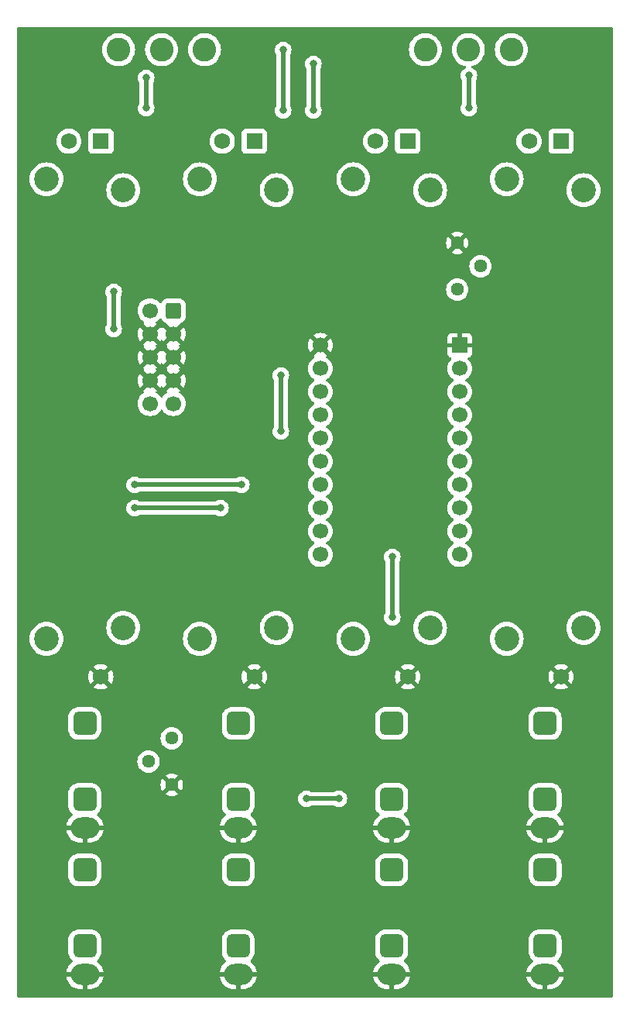
<source format=gbl>
G04 #@! TF.GenerationSoftware,KiCad,Pcbnew,7.0.7*
G04 #@! TF.CreationDate,2025-10-31T21:12:30+08:00*
G04 #@! TF.ProjectId,3340_VCO,33333430-5f56-4434-9f2e-6b696361645f,rev?*
G04 #@! TF.SameCoordinates,Original*
G04 #@! TF.FileFunction,Copper,L2,Bot*
G04 #@! TF.FilePolarity,Positive*
%FSLAX46Y46*%
G04 Gerber Fmt 4.6, Leading zero omitted, Abs format (unit mm)*
G04 Created by KiCad (PCBNEW 7.0.7) date 2025-10-31 21:12:30*
%MOMM*%
%LPD*%
G01*
G04 APERTURE LIST*
G04 Aperture macros list*
%AMRoundRect*
0 Rectangle with rounded corners*
0 $1 Rounding radius*
0 $2 $3 $4 $5 $6 $7 $8 $9 X,Y pos of 4 corners*
0 Add a 4 corners polygon primitive as box body*
4,1,4,$2,$3,$4,$5,$6,$7,$8,$9,$2,$3,0*
0 Add four circle primitives for the rounded corners*
1,1,$1+$1,$2,$3*
1,1,$1+$1,$4,$5*
1,1,$1+$1,$6,$7*
1,1,$1+$1,$8,$9*
0 Add four rect primitives between the rounded corners*
20,1,$1+$1,$2,$3,$4,$5,0*
20,1,$1+$1,$4,$5,$6,$7,0*
20,1,$1+$1,$6,$7,$8,$9,0*
20,1,$1+$1,$8,$9,$2,$3,0*%
G04 Aperture macros list end*
G04 #@! TA.AperFunction,ComponentPad*
%ADD10O,3.100000X2.300000*%
G04 #@! TD*
G04 #@! TA.AperFunction,ComponentPad*
%ADD11RoundRect,0.650000X-0.650000X-0.650000X0.650000X-0.650000X0.650000X0.650000X-0.650000X0.650000X0*%
G04 #@! TD*
G04 #@! TA.AperFunction,ComponentPad*
%ADD12C,2.600000*%
G04 #@! TD*
G04 #@! TA.AperFunction,ComponentPad*
%ADD13R,1.750000X1.750000*%
G04 #@! TD*
G04 #@! TA.AperFunction,ComponentPad*
%ADD14C,1.750000*%
G04 #@! TD*
G04 #@! TA.AperFunction,ComponentPad*
%ADD15C,2.700000*%
G04 #@! TD*
G04 #@! TA.AperFunction,ComponentPad*
%ADD16C,1.440000*%
G04 #@! TD*
G04 #@! TA.AperFunction,ComponentPad*
%ADD17R,1.700000X1.700000*%
G04 #@! TD*
G04 #@! TA.AperFunction,ComponentPad*
%ADD18C,1.700000*%
G04 #@! TD*
G04 #@! TA.AperFunction,ComponentPad*
%ADD19RoundRect,0.250000X0.600000X0.600000X-0.600000X0.600000X-0.600000X-0.600000X0.600000X-0.600000X0*%
G04 #@! TD*
G04 #@! TA.AperFunction,ViaPad*
%ADD20C,0.800000*%
G04 #@! TD*
G04 #@! TA.AperFunction,Conductor*
%ADD21C,0.508000*%
G04 #@! TD*
G04 APERTURE END LIST*
D10*
X108390000Y-150480000D03*
D11*
X108390000Y-139080000D03*
X108390000Y-147380000D03*
D10*
X74830000Y-150480000D03*
D11*
X74830000Y-139080000D03*
X74830000Y-147380000D03*
D12*
X112080000Y-49500000D03*
X116780000Y-49500000D03*
X121480000Y-49500000D03*
D13*
X126920000Y-59500000D03*
D14*
X123420000Y-59500000D03*
X126920000Y-118000000D03*
D15*
X120970000Y-63650000D03*
X129370000Y-64850000D03*
X129370000Y-112650000D03*
X120970000Y-113850000D03*
D10*
X125170000Y-134480000D03*
D11*
X125170000Y-123080000D03*
X125170000Y-131380000D03*
D13*
X76580000Y-59500000D03*
D14*
X73080000Y-59500000D03*
X76580000Y-118000000D03*
D15*
X70630000Y-63650000D03*
X79030000Y-64850000D03*
X79030000Y-112650000D03*
X70630000Y-113850000D03*
D12*
X78520000Y-49500000D03*
X83220000Y-49500000D03*
X87920000Y-49500000D03*
D10*
X91610000Y-150480000D03*
D11*
X91610000Y-139080000D03*
X91610000Y-147380000D03*
D10*
X125170000Y-150480000D03*
D11*
X125170000Y-139080000D03*
X125170000Y-147380000D03*
D13*
X93360000Y-59500000D03*
D14*
X89860000Y-59500000D03*
X93360000Y-118000000D03*
D15*
X87410000Y-63650000D03*
X95810000Y-64850000D03*
X95810000Y-112650000D03*
X87410000Y-113850000D03*
D13*
X110140000Y-59500000D03*
D14*
X106640000Y-59500000D03*
X110140000Y-118000000D03*
D15*
X104190000Y-63650000D03*
X112590000Y-64850000D03*
X112590000Y-112650000D03*
X104190000Y-113850000D03*
D10*
X108390000Y-134480000D03*
D11*
X108390000Y-123080000D03*
X108390000Y-131380000D03*
D10*
X74830000Y-134480000D03*
D11*
X74830000Y-123080000D03*
X74830000Y-131380000D03*
D10*
X91610000Y-134480000D03*
D11*
X91610000Y-123080000D03*
X91610000Y-131380000D03*
D16*
X115570000Y-75692000D03*
X118110000Y-73152000D03*
X115570000Y-70612000D03*
D17*
X115824000Y-81788000D03*
D18*
X115824000Y-84328000D03*
X115824000Y-86868000D03*
X115824000Y-89408000D03*
X115824000Y-91948000D03*
X115824000Y-94488000D03*
X115824000Y-97028000D03*
X115824000Y-99568000D03*
X115824000Y-102108000D03*
X115824000Y-104648000D03*
X100584000Y-104648000D03*
X100584000Y-102108000D03*
X100584000Y-99568000D03*
X100584000Y-97028000D03*
X100584000Y-94488000D03*
X100584000Y-91948000D03*
X100584000Y-89408000D03*
X100584000Y-86868000D03*
X100584000Y-84328000D03*
X100584000Y-81788000D03*
D16*
X84333000Y-124704000D03*
X81793000Y-127244000D03*
X84333000Y-129784000D03*
D19*
X84490000Y-78000000D03*
D18*
X81950000Y-78000000D03*
X84490000Y-80540000D03*
X81950000Y-80540000D03*
X84490000Y-83080000D03*
X81950000Y-83080000D03*
X84490000Y-85620000D03*
X81950000Y-85620000D03*
X84490000Y-88160000D03*
X81950000Y-88160000D03*
D20*
X81534000Y-52578000D03*
X81534000Y-55880000D03*
X77978000Y-80010000D03*
X77978000Y-75946000D03*
X75946000Y-83820000D03*
X115530000Y-151500000D03*
X131060000Y-94277776D03*
X76200000Y-94742000D03*
X126238000Y-53848000D03*
X68940000Y-94277776D03*
X131060000Y-105722220D03*
X117348000Y-143764000D03*
X68940000Y-48500000D03*
X81026000Y-134366000D03*
X99568000Y-74930000D03*
X84470000Y-151500000D03*
X112522000Y-101600000D03*
X131060000Y-117166664D03*
X131060000Y-151500000D03*
X122682000Y-91440000D03*
X68940000Y-117166664D03*
X68940000Y-71388888D03*
X123698000Y-67056000D03*
X131060000Y-48500000D03*
X131060000Y-128611108D03*
X123952000Y-81280000D03*
X68940000Y-59944444D03*
X74168000Y-53848000D03*
X82804000Y-143764000D03*
X68940000Y-151500000D03*
X91186000Y-81534000D03*
X131060000Y-59944444D03*
X92964000Y-49276000D03*
X68940000Y-140055552D03*
X68940000Y-82833332D03*
X77724000Y-105664000D03*
X113284000Y-60960000D03*
X103632000Y-120142000D03*
X68940000Y-128611108D03*
X88138000Y-72136000D03*
X131060000Y-140055552D03*
X112522000Y-91440000D03*
X98298000Y-143764000D03*
X100000000Y-151500000D03*
X68940000Y-105722220D03*
X97790000Y-120142000D03*
X91694000Y-113538000D03*
X131060000Y-71388888D03*
X131060000Y-82833332D03*
X80264000Y-99568000D03*
X89662000Y-99568000D03*
X91948000Y-97028000D03*
X80264000Y-97028000D03*
X96266000Y-85090000D03*
X96266000Y-91186000D03*
X116840000Y-52324000D03*
X116840000Y-55880000D03*
X99822000Y-56134000D03*
X99822000Y-51054000D03*
X96520000Y-49530000D03*
X96520000Y-56134000D03*
X108458000Y-111506000D03*
X108458000Y-104902000D03*
X99060000Y-131318000D03*
X102616000Y-131318000D03*
D21*
X81534000Y-52578000D02*
X81534000Y-55880000D01*
X77978000Y-80010000D02*
X77978000Y-75946000D01*
X80264000Y-99568000D02*
X89662000Y-99568000D01*
X80264000Y-97028000D02*
X91948000Y-97028000D01*
X96266000Y-85090000D02*
X96266000Y-91186000D01*
X116840000Y-52324000D02*
X116840000Y-55880000D01*
X99822000Y-51054000D02*
X99822000Y-56134000D01*
X96520000Y-56134000D02*
X96520000Y-49530000D01*
X108458000Y-104902000D02*
X108458000Y-111506000D01*
X99060000Y-131318000D02*
X102616000Y-131318000D01*
G04 #@! TA.AperFunction,Conductor*
G36*
X82552470Y-85869363D02*
G01*
X82558949Y-85875396D01*
X83064925Y-86381373D01*
X83118424Y-86304970D01*
X83173001Y-86261345D01*
X83242499Y-86254152D01*
X83304854Y-86285674D01*
X83321574Y-86304970D01*
X83375072Y-86381373D01*
X83375073Y-86381373D01*
X83881050Y-85875395D01*
X83942373Y-85841910D01*
X84012064Y-85846894D01*
X84067998Y-85888765D01*
X84073039Y-85896025D01*
X84073048Y-85896039D01*
X84108239Y-85950798D01*
X84223602Y-86050759D01*
X84221293Y-86053422D01*
X84256006Y-86093499D01*
X84265935Y-86162660D01*
X84236898Y-86226210D01*
X84230882Y-86232669D01*
X83728625Y-86734925D01*
X83804594Y-86788119D01*
X83848219Y-86842696D01*
X83855413Y-86912194D01*
X83823890Y-86974549D01*
X83804595Y-86991269D01*
X83618594Y-87121508D01*
X83451505Y-87288597D01*
X83321575Y-87474158D01*
X83266998Y-87517783D01*
X83197500Y-87524977D01*
X83135145Y-87493454D01*
X83118425Y-87474158D01*
X82988494Y-87288597D01*
X82821402Y-87121506D01*
X82821401Y-87121505D01*
X82635405Y-86991269D01*
X82591781Y-86936692D01*
X82584588Y-86867193D01*
X82616110Y-86804839D01*
X82635405Y-86788119D01*
X82711373Y-86734925D01*
X82209116Y-86232669D01*
X82175631Y-86171346D01*
X82180615Y-86101655D01*
X82217640Y-86052193D01*
X82216398Y-86050759D01*
X82223100Y-86044952D01*
X82331761Y-85950798D01*
X82366954Y-85896037D01*
X82419755Y-85850283D01*
X82488914Y-85840339D01*
X82552470Y-85869363D01*
G37*
G04 #@! TD.AperFunction*
G04 #@! TA.AperFunction,Conductor*
G36*
X82552470Y-83329363D02*
G01*
X82558949Y-83335396D01*
X83064925Y-83841373D01*
X83118424Y-83764970D01*
X83173001Y-83721345D01*
X83242499Y-83714152D01*
X83304854Y-83745674D01*
X83321574Y-83764970D01*
X83375072Y-83841373D01*
X83375073Y-83841373D01*
X83881050Y-83335395D01*
X83942373Y-83301910D01*
X84012064Y-83306894D01*
X84067998Y-83348765D01*
X84073039Y-83356025D01*
X84073048Y-83356039D01*
X84108239Y-83410798D01*
X84223602Y-83510759D01*
X84221293Y-83513422D01*
X84256006Y-83553499D01*
X84265935Y-83622660D01*
X84236898Y-83686210D01*
X84230882Y-83692669D01*
X83728625Y-84194925D01*
X83805031Y-84248425D01*
X83848655Y-84303002D01*
X83855848Y-84372501D01*
X83824326Y-84434855D01*
X83805029Y-84451576D01*
X83728625Y-84505072D01*
X84230883Y-85007330D01*
X84264368Y-85068653D01*
X84259384Y-85138345D01*
X84222357Y-85187805D01*
X84223602Y-85189241D01*
X84108238Y-85289202D01*
X84073046Y-85343962D01*
X84020242Y-85389717D01*
X83951083Y-85399660D01*
X83887528Y-85370634D01*
X83881050Y-85364603D01*
X83375072Y-84858625D01*
X83375072Y-84858626D01*
X83321574Y-84935030D01*
X83266998Y-84978655D01*
X83197499Y-84985849D01*
X83135144Y-84954326D01*
X83118424Y-84935030D01*
X83064925Y-84858626D01*
X83064925Y-84858625D01*
X82558949Y-85364602D01*
X82497626Y-85398087D01*
X82427934Y-85393103D01*
X82372001Y-85351231D01*
X82366953Y-85343961D01*
X82331761Y-85289202D01*
X82228125Y-85199402D01*
X82223100Y-85195048D01*
X82223099Y-85195047D01*
X82216398Y-85189241D01*
X82218708Y-85186574D01*
X82184005Y-85146528D01*
X82174058Y-85077370D01*
X82203080Y-85013813D01*
X82209116Y-85007330D01*
X82711373Y-84505073D01*
X82634969Y-84451576D01*
X82591344Y-84396999D01*
X82584150Y-84327501D01*
X82615672Y-84265146D01*
X82634968Y-84248425D01*
X82711373Y-84194925D01*
X82209116Y-83692669D01*
X82175631Y-83631346D01*
X82180615Y-83561655D01*
X82217640Y-83512193D01*
X82216398Y-83510759D01*
X82223100Y-83504952D01*
X82331761Y-83410798D01*
X82366954Y-83356037D01*
X82419755Y-83310283D01*
X82488914Y-83300339D01*
X82552470Y-83329363D01*
G37*
G04 #@! TD.AperFunction*
G04 #@! TA.AperFunction,Conductor*
G36*
X82552470Y-80789363D02*
G01*
X82558949Y-80795396D01*
X83064925Y-81301373D01*
X83118425Y-81224968D01*
X83173002Y-81181344D01*
X83242501Y-81174151D01*
X83304855Y-81205673D01*
X83321576Y-81224969D01*
X83375073Y-81301372D01*
X83881050Y-80795395D01*
X83942373Y-80761910D01*
X84012064Y-80766894D01*
X84067998Y-80808765D01*
X84073039Y-80816025D01*
X84108239Y-80870798D01*
X84130578Y-80890155D01*
X84223602Y-80970759D01*
X84221293Y-80973422D01*
X84256006Y-81013499D01*
X84265935Y-81082660D01*
X84236898Y-81146210D01*
X84230882Y-81152669D01*
X83728625Y-81654925D01*
X83805031Y-81708425D01*
X83848655Y-81763002D01*
X83855848Y-81832501D01*
X83824326Y-81894855D01*
X83805029Y-81911576D01*
X83728625Y-81965072D01*
X84230883Y-82467330D01*
X84264368Y-82528653D01*
X84259384Y-82598345D01*
X84222357Y-82647805D01*
X84223602Y-82649241D01*
X84108238Y-82749202D01*
X84073046Y-82803962D01*
X84020242Y-82849717D01*
X83951083Y-82859660D01*
X83887528Y-82830634D01*
X83881050Y-82824603D01*
X83375072Y-82318625D01*
X83375072Y-82318626D01*
X83321574Y-82395030D01*
X83266998Y-82438655D01*
X83197499Y-82445849D01*
X83135144Y-82414326D01*
X83118424Y-82395030D01*
X83064925Y-82318626D01*
X83064925Y-82318625D01*
X82558949Y-82824602D01*
X82497626Y-82858087D01*
X82427934Y-82853103D01*
X82372001Y-82811231D01*
X82366953Y-82803961D01*
X82331761Y-82749202D01*
X82216398Y-82649241D01*
X82218708Y-82646574D01*
X82184005Y-82606528D01*
X82174058Y-82537370D01*
X82203080Y-82473813D01*
X82209116Y-82467330D01*
X82711373Y-81965073D01*
X82634969Y-81911576D01*
X82591344Y-81856999D01*
X82584150Y-81787501D01*
X82615672Y-81725146D01*
X82634968Y-81708425D01*
X82711373Y-81654925D01*
X82209116Y-81152669D01*
X82175631Y-81091346D01*
X82180615Y-81021655D01*
X82217640Y-80972193D01*
X82216398Y-80970759D01*
X82223100Y-80964952D01*
X82331761Y-80870798D01*
X82366954Y-80816037D01*
X82419755Y-80770283D01*
X82488914Y-80760339D01*
X82552470Y-80789363D01*
G37*
G04 #@! TD.AperFunction*
G04 #@! TA.AperFunction,Conductor*
G36*
X83177038Y-78867053D02*
G01*
X83202335Y-78910733D01*
X83205186Y-78919334D01*
X83297288Y-79068656D01*
X83421344Y-79192712D01*
X83570666Y-79284814D01*
X83643032Y-79308793D01*
X83700476Y-79348566D01*
X83727299Y-79413081D01*
X83727412Y-79423859D01*
X84230883Y-79927330D01*
X84264368Y-79988653D01*
X84259384Y-80058345D01*
X84222357Y-80107805D01*
X84223602Y-80109241D01*
X84108238Y-80209202D01*
X84073046Y-80263962D01*
X84020242Y-80309717D01*
X83951083Y-80319660D01*
X83887528Y-80290634D01*
X83881050Y-80284603D01*
X83375072Y-79778625D01*
X83375072Y-79778626D01*
X83321574Y-79855030D01*
X83266998Y-79898655D01*
X83197499Y-79905849D01*
X83135144Y-79874326D01*
X83118424Y-79855030D01*
X83064925Y-79778626D01*
X83064925Y-79778625D01*
X82558949Y-80284602D01*
X82497626Y-80318087D01*
X82427934Y-80313103D01*
X82372001Y-80271231D01*
X82366953Y-80263961D01*
X82331761Y-80209202D01*
X82216398Y-80109241D01*
X82218708Y-80106574D01*
X82184005Y-80066528D01*
X82174058Y-79997370D01*
X82203080Y-79933813D01*
X82209116Y-79927330D01*
X82711373Y-79425073D01*
X82711373Y-79425072D01*
X82635405Y-79371880D01*
X82591780Y-79317304D01*
X82584586Y-79247805D01*
X82616108Y-79185451D01*
X82635399Y-79168734D01*
X82821401Y-79038495D01*
X82988495Y-78871401D01*
X82988504Y-78871388D01*
X82989636Y-78870040D01*
X82990293Y-78869602D01*
X82992323Y-78867573D01*
X82992730Y-78867980D01*
X83047805Y-78831334D01*
X83117666Y-78830220D01*
X83177038Y-78867053D01*
G37*
G04 #@! TD.AperFunction*
G04 #@! TA.AperFunction,Conductor*
G36*
X132503039Y-47019685D02*
G01*
X132548794Y-47072489D01*
X132560000Y-47124000D01*
X132560000Y-152876000D01*
X132540315Y-152943039D01*
X132487511Y-152988794D01*
X132436000Y-153000000D01*
X67564000Y-153000000D01*
X67496961Y-152980315D01*
X67451206Y-152927511D01*
X67440000Y-152876000D01*
X67440000Y-150730001D01*
X72794572Y-150730001D01*
X72795274Y-150738911D01*
X72795274Y-150738914D01*
X72855901Y-150991445D01*
X72855906Y-150991462D01*
X72955290Y-151231397D01*
X72955292Y-151231400D01*
X73090990Y-151452840D01*
X73090991Y-151452841D01*
X73259666Y-151650333D01*
X73457158Y-151819008D01*
X73457159Y-151819009D01*
X73678599Y-151954707D01*
X73678602Y-151954709D01*
X73918537Y-152054093D01*
X73918554Y-152054098D01*
X74171088Y-152114725D01*
X74171087Y-152114725D01*
X74365171Y-152130000D01*
X74580000Y-152130000D01*
X74580000Y-150904000D01*
X74599685Y-150836961D01*
X74652489Y-150791206D01*
X74704000Y-150780000D01*
X74956000Y-150780000D01*
X75023039Y-150799685D01*
X75068794Y-150852489D01*
X75080000Y-150904000D01*
X75080000Y-152130000D01*
X75294829Y-152130000D01*
X75488911Y-152114725D01*
X75741445Y-152054098D01*
X75741462Y-152054093D01*
X75981397Y-151954709D01*
X75981400Y-151954707D01*
X76202840Y-151819009D01*
X76202841Y-151819008D01*
X76400333Y-151650333D01*
X76569008Y-151452841D01*
X76569009Y-151452840D01*
X76704707Y-151231400D01*
X76704709Y-151231397D01*
X76804093Y-150991462D01*
X76804098Y-150991445D01*
X76864725Y-150738914D01*
X76864725Y-150738911D01*
X76865427Y-150730001D01*
X89574572Y-150730001D01*
X89575274Y-150738911D01*
X89575274Y-150738914D01*
X89635901Y-150991445D01*
X89635906Y-150991462D01*
X89735290Y-151231397D01*
X89735292Y-151231400D01*
X89870990Y-151452840D01*
X89870991Y-151452841D01*
X90039666Y-151650333D01*
X90237158Y-151819008D01*
X90237159Y-151819009D01*
X90458599Y-151954707D01*
X90458602Y-151954709D01*
X90698537Y-152054093D01*
X90698554Y-152054098D01*
X90951088Y-152114725D01*
X90951087Y-152114725D01*
X91145171Y-152130000D01*
X91360000Y-152130000D01*
X91360000Y-150904000D01*
X91379685Y-150836961D01*
X91432489Y-150791206D01*
X91484000Y-150780000D01*
X91736000Y-150780000D01*
X91803039Y-150799685D01*
X91848794Y-150852489D01*
X91860000Y-150904000D01*
X91860000Y-152130000D01*
X92074829Y-152130000D01*
X92268911Y-152114725D01*
X92521445Y-152054098D01*
X92521462Y-152054093D01*
X92761397Y-151954709D01*
X92761400Y-151954707D01*
X92982840Y-151819009D01*
X92982841Y-151819008D01*
X93180333Y-151650333D01*
X93349008Y-151452841D01*
X93349009Y-151452840D01*
X93484707Y-151231400D01*
X93484709Y-151231397D01*
X93584093Y-150991462D01*
X93584098Y-150991445D01*
X93644725Y-150738914D01*
X93644725Y-150738911D01*
X93645427Y-150730001D01*
X106354572Y-150730001D01*
X106355274Y-150738911D01*
X106355274Y-150738914D01*
X106415901Y-150991445D01*
X106415906Y-150991462D01*
X106515290Y-151231397D01*
X106515292Y-151231400D01*
X106650990Y-151452840D01*
X106650991Y-151452841D01*
X106819666Y-151650333D01*
X107017158Y-151819008D01*
X107017159Y-151819009D01*
X107238599Y-151954707D01*
X107238602Y-151954709D01*
X107478537Y-152054093D01*
X107478554Y-152054098D01*
X107731088Y-152114725D01*
X107731087Y-152114725D01*
X107925171Y-152130000D01*
X108140000Y-152130000D01*
X108140000Y-150904000D01*
X108159685Y-150836961D01*
X108212489Y-150791206D01*
X108264000Y-150780000D01*
X108516000Y-150780000D01*
X108583039Y-150799685D01*
X108628794Y-150852489D01*
X108640000Y-150904000D01*
X108639999Y-152130000D01*
X108854829Y-152130000D01*
X109048911Y-152114725D01*
X109301445Y-152054098D01*
X109301462Y-152054093D01*
X109541397Y-151954709D01*
X109541400Y-151954707D01*
X109762840Y-151819009D01*
X109762841Y-151819008D01*
X109960333Y-151650333D01*
X110129008Y-151452841D01*
X110129009Y-151452840D01*
X110264707Y-151231400D01*
X110264709Y-151231397D01*
X110364093Y-150991462D01*
X110364098Y-150991445D01*
X110424725Y-150738914D01*
X110424725Y-150738911D01*
X110425427Y-150730001D01*
X123134572Y-150730001D01*
X123135274Y-150738911D01*
X123135274Y-150738914D01*
X123195901Y-150991445D01*
X123195906Y-150991462D01*
X123295290Y-151231397D01*
X123295292Y-151231400D01*
X123430990Y-151452840D01*
X123430991Y-151452841D01*
X123599666Y-151650333D01*
X123797158Y-151819008D01*
X123797159Y-151819009D01*
X124018599Y-151954707D01*
X124018602Y-151954709D01*
X124258537Y-152054093D01*
X124258554Y-152054098D01*
X124511088Y-152114725D01*
X124511087Y-152114725D01*
X124705171Y-152130000D01*
X124920000Y-152130000D01*
X124920000Y-150904000D01*
X124939685Y-150836961D01*
X124992489Y-150791206D01*
X125044000Y-150780000D01*
X125296000Y-150780000D01*
X125363039Y-150799685D01*
X125408794Y-150852489D01*
X125420000Y-150904000D01*
X125420000Y-152130000D01*
X125634829Y-152130000D01*
X125828911Y-152114725D01*
X126081445Y-152054098D01*
X126081462Y-152054093D01*
X126321397Y-151954709D01*
X126321400Y-151954707D01*
X126542840Y-151819009D01*
X126542841Y-151819008D01*
X126740333Y-151650333D01*
X126909008Y-151452841D01*
X126909009Y-151452840D01*
X127044707Y-151231400D01*
X127044709Y-151231397D01*
X127144093Y-150991462D01*
X127144098Y-150991445D01*
X127204725Y-150738914D01*
X127204725Y-150738911D01*
X127205427Y-150730001D01*
X127205426Y-150730000D01*
X126074979Y-150730000D01*
X126007940Y-150710315D01*
X125962185Y-150657511D01*
X125952241Y-150588353D01*
X125955713Y-150572066D01*
X125973894Y-150508162D01*
X125973895Y-150508160D01*
X125963546Y-150396482D01*
X125963546Y-150396479D01*
X125963544Y-150396475D01*
X125961115Y-150387937D01*
X125961701Y-150318070D01*
X125999966Y-150259610D01*
X126063763Y-150231119D01*
X126080381Y-150230000D01*
X127205426Y-150230000D01*
X127205427Y-150229998D01*
X127204725Y-150221088D01*
X127204725Y-150221085D01*
X127144098Y-149968554D01*
X127144093Y-149968537D01*
X127044709Y-149728602D01*
X127044707Y-149728599D01*
X126909009Y-149507159D01*
X126909008Y-149507158D01*
X126740333Y-149309666D01*
X126542841Y-149140991D01*
X126538898Y-149138126D01*
X126539506Y-149137288D01*
X126496001Y-149089197D01*
X126484582Y-149020267D01*
X126512242Y-148956106D01*
X126537590Y-148932989D01*
X126558142Y-148918911D01*
X126708911Y-148768142D01*
X126829409Y-148592237D01*
X126915532Y-148397185D01*
X126964349Y-148189630D01*
X126970500Y-148101012D01*
X126970500Y-146658988D01*
X126964349Y-146570370D01*
X126964347Y-146570364D01*
X126964347Y-146570359D01*
X126915534Y-146362823D01*
X126915532Y-146362817D01*
X126915532Y-146362815D01*
X126829409Y-146167763D01*
X126708911Y-145991858D01*
X126708906Y-145991852D01*
X126558147Y-145841093D01*
X126558141Y-145841088D01*
X126382238Y-145720592D01*
X126382239Y-145720592D01*
X126382237Y-145720591D01*
X126187185Y-145634468D01*
X126187183Y-145634467D01*
X126187182Y-145634467D01*
X126187176Y-145634465D01*
X125979640Y-145585652D01*
X125979625Y-145585650D01*
X125906546Y-145580578D01*
X125891012Y-145579500D01*
X124448988Y-145579500D01*
X124434705Y-145580491D01*
X124360374Y-145585650D01*
X124360359Y-145585652D01*
X124152823Y-145634465D01*
X124152817Y-145634467D01*
X123957761Y-145720592D01*
X123781858Y-145841088D01*
X123781852Y-145841093D01*
X123631093Y-145991852D01*
X123631088Y-145991858D01*
X123510592Y-146167761D01*
X123424467Y-146362817D01*
X123424465Y-146362823D01*
X123375652Y-146570359D01*
X123375650Y-146570374D01*
X123369500Y-146658990D01*
X123369500Y-148101010D01*
X123375650Y-148189625D01*
X123375652Y-148189640D01*
X123424465Y-148397176D01*
X123424467Y-148397182D01*
X123424468Y-148397185D01*
X123510591Y-148592237D01*
X123510592Y-148592238D01*
X123631088Y-148768141D01*
X123631093Y-148768147D01*
X123781852Y-148918906D01*
X123781856Y-148918909D01*
X123781858Y-148918911D01*
X123802405Y-148932986D01*
X123846589Y-148987112D01*
X123854496Y-149056533D01*
X123823617Y-149119208D01*
X123800926Y-149137884D01*
X123801102Y-149138126D01*
X123797158Y-149140991D01*
X123599666Y-149309666D01*
X123430991Y-149507158D01*
X123430990Y-149507159D01*
X123295292Y-149728599D01*
X123295290Y-149728602D01*
X123195906Y-149968537D01*
X123195901Y-149968554D01*
X123135274Y-150221085D01*
X123135274Y-150221088D01*
X123134572Y-150229998D01*
X123134574Y-150230000D01*
X124265021Y-150230000D01*
X124332060Y-150249685D01*
X124377815Y-150302489D01*
X124387759Y-150371647D01*
X124384287Y-150387934D01*
X124366105Y-150451837D01*
X124366104Y-150451837D01*
X124376453Y-150563517D01*
X124378885Y-150572063D01*
X124378299Y-150641930D01*
X124340034Y-150700390D01*
X124276237Y-150728881D01*
X124259619Y-150730000D01*
X123134574Y-150730000D01*
X123134572Y-150730001D01*
X110425427Y-150730001D01*
X110425426Y-150730000D01*
X109294979Y-150730000D01*
X109227940Y-150710315D01*
X109182185Y-150657511D01*
X109172241Y-150588353D01*
X109175713Y-150572066D01*
X109193894Y-150508162D01*
X109193895Y-150508160D01*
X109183546Y-150396482D01*
X109183546Y-150396479D01*
X109183544Y-150396475D01*
X109181115Y-150387937D01*
X109181701Y-150318070D01*
X109219966Y-150259610D01*
X109283763Y-150231119D01*
X109300381Y-150230000D01*
X110425426Y-150230000D01*
X110425427Y-150229998D01*
X110424725Y-150221088D01*
X110424725Y-150221085D01*
X110364098Y-149968554D01*
X110364093Y-149968537D01*
X110264709Y-149728602D01*
X110264707Y-149728599D01*
X110129009Y-149507159D01*
X110129008Y-149507158D01*
X109960333Y-149309666D01*
X109762841Y-149140991D01*
X109758898Y-149138126D01*
X109759506Y-149137288D01*
X109716001Y-149089197D01*
X109704582Y-149020267D01*
X109732242Y-148956106D01*
X109757590Y-148932989D01*
X109778142Y-148918911D01*
X109928911Y-148768142D01*
X110049409Y-148592237D01*
X110135532Y-148397185D01*
X110184349Y-148189630D01*
X110190500Y-148101012D01*
X110190500Y-146658988D01*
X110184349Y-146570370D01*
X110184347Y-146570364D01*
X110184347Y-146570359D01*
X110135534Y-146362823D01*
X110135532Y-146362817D01*
X110135532Y-146362815D01*
X110049409Y-146167763D01*
X109928911Y-145991858D01*
X109928906Y-145991852D01*
X109778147Y-145841093D01*
X109778141Y-145841088D01*
X109602238Y-145720592D01*
X109602239Y-145720592D01*
X109602237Y-145720591D01*
X109407185Y-145634468D01*
X109407183Y-145634467D01*
X109407182Y-145634467D01*
X109407176Y-145634465D01*
X109199640Y-145585652D01*
X109199625Y-145585650D01*
X109126546Y-145580578D01*
X109111012Y-145579500D01*
X107668988Y-145579500D01*
X107654705Y-145580491D01*
X107580374Y-145585650D01*
X107580359Y-145585652D01*
X107372823Y-145634465D01*
X107372817Y-145634467D01*
X107177761Y-145720592D01*
X107001858Y-145841088D01*
X107001852Y-145841093D01*
X106851093Y-145991852D01*
X106851088Y-145991858D01*
X106730592Y-146167761D01*
X106644467Y-146362817D01*
X106644465Y-146362823D01*
X106595652Y-146570359D01*
X106595650Y-146570374D01*
X106589500Y-146658990D01*
X106589500Y-148101010D01*
X106595650Y-148189625D01*
X106595652Y-148189640D01*
X106644465Y-148397176D01*
X106644467Y-148397182D01*
X106644468Y-148397185D01*
X106730591Y-148592237D01*
X106730592Y-148592238D01*
X106851088Y-148768141D01*
X106851093Y-148768147D01*
X107001852Y-148918906D01*
X107001856Y-148918909D01*
X107001858Y-148918911D01*
X107022405Y-148932986D01*
X107066589Y-148987112D01*
X107074496Y-149056533D01*
X107043617Y-149119208D01*
X107020926Y-149137884D01*
X107021102Y-149138126D01*
X107017158Y-149140991D01*
X106819666Y-149309666D01*
X106650991Y-149507158D01*
X106650990Y-149507159D01*
X106515292Y-149728599D01*
X106515290Y-149728602D01*
X106415906Y-149968537D01*
X106415901Y-149968554D01*
X106355274Y-150221085D01*
X106355274Y-150221088D01*
X106354572Y-150229998D01*
X106354574Y-150230000D01*
X107485021Y-150230000D01*
X107552060Y-150249685D01*
X107597815Y-150302489D01*
X107607759Y-150371647D01*
X107604287Y-150387934D01*
X107586105Y-150451837D01*
X107586104Y-150451837D01*
X107596453Y-150563517D01*
X107598885Y-150572063D01*
X107598299Y-150641930D01*
X107560034Y-150700390D01*
X107496237Y-150728881D01*
X107479619Y-150730000D01*
X106354574Y-150730000D01*
X106354572Y-150730001D01*
X93645427Y-150730001D01*
X93645426Y-150730000D01*
X92514979Y-150730000D01*
X92447940Y-150710315D01*
X92402185Y-150657511D01*
X92392241Y-150588353D01*
X92395713Y-150572066D01*
X92413894Y-150508162D01*
X92413895Y-150508160D01*
X92403546Y-150396482D01*
X92403546Y-150396479D01*
X92403544Y-150396475D01*
X92401115Y-150387937D01*
X92401701Y-150318070D01*
X92439966Y-150259610D01*
X92503763Y-150231119D01*
X92520381Y-150230000D01*
X93645426Y-150230000D01*
X93645427Y-150229998D01*
X93644725Y-150221088D01*
X93644725Y-150221085D01*
X93584098Y-149968554D01*
X93584093Y-149968537D01*
X93484709Y-149728602D01*
X93484707Y-149728599D01*
X93349009Y-149507159D01*
X93349008Y-149507158D01*
X93180333Y-149309666D01*
X92982841Y-149140991D01*
X92978898Y-149138126D01*
X92979506Y-149137288D01*
X92936001Y-149089197D01*
X92924582Y-149020267D01*
X92952242Y-148956106D01*
X92977590Y-148932989D01*
X92998142Y-148918911D01*
X93148911Y-148768142D01*
X93269409Y-148592237D01*
X93355532Y-148397185D01*
X93404349Y-148189630D01*
X93410500Y-148101012D01*
X93410500Y-146658988D01*
X93404349Y-146570370D01*
X93404347Y-146570364D01*
X93404347Y-146570359D01*
X93355534Y-146362823D01*
X93355532Y-146362817D01*
X93355532Y-146362815D01*
X93269409Y-146167763D01*
X93148911Y-145991858D01*
X93148906Y-145991852D01*
X92998147Y-145841093D01*
X92998141Y-145841088D01*
X92822238Y-145720592D01*
X92822239Y-145720592D01*
X92822237Y-145720591D01*
X92627185Y-145634468D01*
X92627183Y-145634467D01*
X92627182Y-145634467D01*
X92627176Y-145634465D01*
X92419640Y-145585652D01*
X92419625Y-145585650D01*
X92346546Y-145580578D01*
X92331012Y-145579500D01*
X90888988Y-145579500D01*
X90874705Y-145580491D01*
X90800374Y-145585650D01*
X90800359Y-145585652D01*
X90592823Y-145634465D01*
X90592817Y-145634467D01*
X90397761Y-145720592D01*
X90221858Y-145841088D01*
X90221852Y-145841093D01*
X90071093Y-145991852D01*
X90071088Y-145991858D01*
X89950592Y-146167761D01*
X89864467Y-146362817D01*
X89864465Y-146362823D01*
X89815652Y-146570359D01*
X89815650Y-146570374D01*
X89809500Y-146658990D01*
X89809500Y-148101010D01*
X89815650Y-148189625D01*
X89815652Y-148189640D01*
X89864465Y-148397176D01*
X89864467Y-148397182D01*
X89864468Y-148397185D01*
X89950591Y-148592237D01*
X89950592Y-148592238D01*
X90071088Y-148768141D01*
X90071093Y-148768147D01*
X90221852Y-148918906D01*
X90221856Y-148918909D01*
X90221858Y-148918911D01*
X90242405Y-148932986D01*
X90286589Y-148987112D01*
X90294496Y-149056533D01*
X90263617Y-149119208D01*
X90240926Y-149137884D01*
X90241102Y-149138126D01*
X90237158Y-149140991D01*
X90039666Y-149309666D01*
X89870991Y-149507158D01*
X89870990Y-149507159D01*
X89735292Y-149728599D01*
X89735290Y-149728602D01*
X89635906Y-149968537D01*
X89635901Y-149968554D01*
X89575274Y-150221085D01*
X89575274Y-150221088D01*
X89574572Y-150229998D01*
X89574574Y-150230000D01*
X90705021Y-150230000D01*
X90772060Y-150249685D01*
X90817815Y-150302489D01*
X90827759Y-150371647D01*
X90824287Y-150387934D01*
X90806105Y-150451837D01*
X90806104Y-150451837D01*
X90816453Y-150563517D01*
X90818885Y-150572063D01*
X90818299Y-150641930D01*
X90780034Y-150700390D01*
X90716237Y-150728881D01*
X90699619Y-150730000D01*
X89574574Y-150730000D01*
X89574572Y-150730001D01*
X76865427Y-150730001D01*
X76865426Y-150730000D01*
X75734979Y-150730000D01*
X75667940Y-150710315D01*
X75622185Y-150657511D01*
X75612241Y-150588353D01*
X75615713Y-150572066D01*
X75633894Y-150508162D01*
X75633895Y-150508160D01*
X75623546Y-150396482D01*
X75623546Y-150396479D01*
X75623544Y-150396475D01*
X75621115Y-150387937D01*
X75621701Y-150318070D01*
X75659966Y-150259610D01*
X75723763Y-150231119D01*
X75740381Y-150230000D01*
X76865426Y-150230000D01*
X76865427Y-150229998D01*
X76864725Y-150221088D01*
X76864725Y-150221085D01*
X76804098Y-149968554D01*
X76804093Y-149968537D01*
X76704709Y-149728602D01*
X76704707Y-149728599D01*
X76569009Y-149507159D01*
X76569008Y-149507158D01*
X76400333Y-149309666D01*
X76202841Y-149140991D01*
X76198898Y-149138126D01*
X76199506Y-149137288D01*
X76156001Y-149089197D01*
X76144582Y-149020267D01*
X76172242Y-148956106D01*
X76197590Y-148932989D01*
X76218142Y-148918911D01*
X76368911Y-148768142D01*
X76489409Y-148592237D01*
X76575532Y-148397185D01*
X76624349Y-148189630D01*
X76630500Y-148101012D01*
X76630500Y-146658988D01*
X76624349Y-146570370D01*
X76624347Y-146570364D01*
X76624347Y-146570359D01*
X76575534Y-146362823D01*
X76575532Y-146362817D01*
X76575532Y-146362815D01*
X76489409Y-146167763D01*
X76368911Y-145991858D01*
X76368906Y-145991852D01*
X76218147Y-145841093D01*
X76218141Y-145841088D01*
X76042238Y-145720592D01*
X76042239Y-145720592D01*
X76042237Y-145720591D01*
X75847185Y-145634468D01*
X75847183Y-145634467D01*
X75847182Y-145634467D01*
X75847176Y-145634465D01*
X75639640Y-145585652D01*
X75639625Y-145585650D01*
X75566546Y-145580578D01*
X75551012Y-145579500D01*
X74108988Y-145579500D01*
X74094705Y-145580491D01*
X74020374Y-145585650D01*
X74020359Y-145585652D01*
X73812823Y-145634465D01*
X73812817Y-145634467D01*
X73617761Y-145720592D01*
X73441858Y-145841088D01*
X73441852Y-145841093D01*
X73291093Y-145991852D01*
X73291088Y-145991858D01*
X73170592Y-146167761D01*
X73084467Y-146362817D01*
X73084465Y-146362823D01*
X73035652Y-146570359D01*
X73035650Y-146570374D01*
X73029500Y-146658990D01*
X73029500Y-148101010D01*
X73035650Y-148189625D01*
X73035652Y-148189640D01*
X73084465Y-148397176D01*
X73084467Y-148397182D01*
X73084468Y-148397185D01*
X73170591Y-148592237D01*
X73170592Y-148592238D01*
X73291088Y-148768141D01*
X73291093Y-148768147D01*
X73441852Y-148918906D01*
X73441856Y-148918909D01*
X73441858Y-148918911D01*
X73462405Y-148932986D01*
X73506589Y-148987112D01*
X73514496Y-149056533D01*
X73483617Y-149119208D01*
X73460926Y-149137884D01*
X73461102Y-149138126D01*
X73457158Y-149140991D01*
X73259666Y-149309666D01*
X73090991Y-149507158D01*
X73090990Y-149507159D01*
X72955292Y-149728599D01*
X72955290Y-149728602D01*
X72855906Y-149968537D01*
X72855901Y-149968554D01*
X72795274Y-150221085D01*
X72795274Y-150221088D01*
X72794572Y-150229998D01*
X72794574Y-150230000D01*
X73925021Y-150230000D01*
X73992060Y-150249685D01*
X74037815Y-150302489D01*
X74047759Y-150371647D01*
X74044287Y-150387934D01*
X74026105Y-150451837D01*
X74026104Y-150451837D01*
X74036453Y-150563517D01*
X74038885Y-150572063D01*
X74038299Y-150641930D01*
X74000034Y-150700390D01*
X73936237Y-150728881D01*
X73919619Y-150730000D01*
X72794574Y-150730000D01*
X72794572Y-150730001D01*
X67440000Y-150730001D01*
X67440000Y-139801010D01*
X73029500Y-139801010D01*
X73035650Y-139889625D01*
X73035652Y-139889640D01*
X73084465Y-140097176D01*
X73084467Y-140097182D01*
X73084468Y-140097185D01*
X73170591Y-140292237D01*
X73170592Y-140292238D01*
X73291088Y-140468141D01*
X73291093Y-140468147D01*
X73441852Y-140618906D01*
X73441858Y-140618911D01*
X73617763Y-140739409D01*
X73812815Y-140825532D01*
X73812821Y-140825533D01*
X73812823Y-140825534D01*
X74020359Y-140874347D01*
X74020364Y-140874347D01*
X74020370Y-140874349D01*
X74108988Y-140880500D01*
X74108990Y-140880500D01*
X75551010Y-140880500D01*
X75551012Y-140880500D01*
X75639630Y-140874349D01*
X75639636Y-140874347D01*
X75639640Y-140874347D01*
X75847176Y-140825534D01*
X75847174Y-140825534D01*
X75847185Y-140825532D01*
X76042237Y-140739409D01*
X76218142Y-140618911D01*
X76368911Y-140468142D01*
X76489409Y-140292237D01*
X76575532Y-140097185D01*
X76624349Y-139889630D01*
X76630500Y-139801012D01*
X76630500Y-139801010D01*
X89809500Y-139801010D01*
X89815650Y-139889625D01*
X89815652Y-139889640D01*
X89864465Y-140097176D01*
X89864467Y-140097182D01*
X89864468Y-140097185D01*
X89950591Y-140292237D01*
X89950592Y-140292238D01*
X90071088Y-140468141D01*
X90071093Y-140468147D01*
X90221852Y-140618906D01*
X90221858Y-140618911D01*
X90397763Y-140739409D01*
X90592815Y-140825532D01*
X90592821Y-140825533D01*
X90592823Y-140825534D01*
X90800359Y-140874347D01*
X90800364Y-140874347D01*
X90800370Y-140874349D01*
X90888988Y-140880500D01*
X90888990Y-140880500D01*
X92331010Y-140880500D01*
X92331012Y-140880500D01*
X92419630Y-140874349D01*
X92419636Y-140874347D01*
X92419640Y-140874347D01*
X92627176Y-140825534D01*
X92627174Y-140825534D01*
X92627185Y-140825532D01*
X92822237Y-140739409D01*
X92998142Y-140618911D01*
X93148911Y-140468142D01*
X93269409Y-140292237D01*
X93355532Y-140097185D01*
X93404349Y-139889630D01*
X93410500Y-139801012D01*
X93410500Y-139801010D01*
X106589500Y-139801010D01*
X106595650Y-139889625D01*
X106595652Y-139889640D01*
X106644465Y-140097176D01*
X106644467Y-140097182D01*
X106644468Y-140097185D01*
X106730591Y-140292237D01*
X106730592Y-140292238D01*
X106851088Y-140468141D01*
X106851093Y-140468147D01*
X107001852Y-140618906D01*
X107001858Y-140618911D01*
X107177763Y-140739409D01*
X107372815Y-140825532D01*
X107372821Y-140825533D01*
X107372823Y-140825534D01*
X107580359Y-140874347D01*
X107580364Y-140874347D01*
X107580370Y-140874349D01*
X107668988Y-140880500D01*
X107668990Y-140880500D01*
X109111010Y-140880500D01*
X109111012Y-140880500D01*
X109199630Y-140874349D01*
X109199636Y-140874347D01*
X109199640Y-140874347D01*
X109407176Y-140825534D01*
X109407174Y-140825534D01*
X109407185Y-140825532D01*
X109602237Y-140739409D01*
X109778142Y-140618911D01*
X109928911Y-140468142D01*
X110049409Y-140292237D01*
X110135532Y-140097185D01*
X110184349Y-139889630D01*
X110190500Y-139801012D01*
X110190500Y-139801010D01*
X123369500Y-139801010D01*
X123375650Y-139889625D01*
X123375652Y-139889640D01*
X123424465Y-140097176D01*
X123424467Y-140097182D01*
X123424468Y-140097185D01*
X123510591Y-140292237D01*
X123510592Y-140292238D01*
X123631088Y-140468141D01*
X123631093Y-140468147D01*
X123781852Y-140618906D01*
X123781858Y-140618911D01*
X123957763Y-140739409D01*
X124152815Y-140825532D01*
X124152821Y-140825533D01*
X124152823Y-140825534D01*
X124360359Y-140874347D01*
X124360364Y-140874347D01*
X124360370Y-140874349D01*
X124448988Y-140880500D01*
X124448990Y-140880500D01*
X125891010Y-140880500D01*
X125891012Y-140880500D01*
X125979630Y-140874349D01*
X125979636Y-140874347D01*
X125979640Y-140874347D01*
X126187176Y-140825534D01*
X126187174Y-140825534D01*
X126187185Y-140825532D01*
X126382237Y-140739409D01*
X126558142Y-140618911D01*
X126708911Y-140468142D01*
X126829409Y-140292237D01*
X126915532Y-140097185D01*
X126964349Y-139889630D01*
X126970500Y-139801012D01*
X126970500Y-138358988D01*
X126964349Y-138270370D01*
X126964347Y-138270364D01*
X126964347Y-138270359D01*
X126915534Y-138062823D01*
X126915532Y-138062817D01*
X126915532Y-138062815D01*
X126829409Y-137867763D01*
X126708911Y-137691858D01*
X126708906Y-137691852D01*
X126558147Y-137541093D01*
X126558141Y-137541088D01*
X126382238Y-137420592D01*
X126382239Y-137420592D01*
X126382237Y-137420591D01*
X126187185Y-137334468D01*
X126187183Y-137334467D01*
X126187182Y-137334467D01*
X126187176Y-137334465D01*
X125979640Y-137285652D01*
X125979625Y-137285650D01*
X125906546Y-137280578D01*
X125891012Y-137279500D01*
X124448988Y-137279500D01*
X124434705Y-137280491D01*
X124360374Y-137285650D01*
X124360359Y-137285652D01*
X124152823Y-137334465D01*
X124152817Y-137334467D01*
X123957761Y-137420592D01*
X123781858Y-137541088D01*
X123781852Y-137541093D01*
X123631093Y-137691852D01*
X123631088Y-137691858D01*
X123510592Y-137867761D01*
X123424467Y-138062817D01*
X123424465Y-138062823D01*
X123375652Y-138270359D01*
X123375650Y-138270374D01*
X123369500Y-138358990D01*
X123369500Y-139801010D01*
X110190500Y-139801010D01*
X110190500Y-138358988D01*
X110184349Y-138270370D01*
X110184347Y-138270364D01*
X110184347Y-138270359D01*
X110135534Y-138062823D01*
X110135532Y-138062817D01*
X110135532Y-138062815D01*
X110049409Y-137867763D01*
X109928911Y-137691858D01*
X109928906Y-137691852D01*
X109778147Y-137541093D01*
X109778141Y-137541088D01*
X109602238Y-137420592D01*
X109602239Y-137420592D01*
X109602237Y-137420591D01*
X109407185Y-137334468D01*
X109407183Y-137334467D01*
X109407182Y-137334467D01*
X109407176Y-137334465D01*
X109199640Y-137285652D01*
X109199625Y-137285650D01*
X109126546Y-137280578D01*
X109111012Y-137279500D01*
X107668988Y-137279500D01*
X107654705Y-137280491D01*
X107580374Y-137285650D01*
X107580359Y-137285652D01*
X107372823Y-137334465D01*
X107372817Y-137334467D01*
X107177761Y-137420592D01*
X107001858Y-137541088D01*
X107001852Y-137541093D01*
X106851093Y-137691852D01*
X106851088Y-137691858D01*
X106730592Y-137867761D01*
X106644467Y-138062817D01*
X106644465Y-138062823D01*
X106595652Y-138270359D01*
X106595650Y-138270374D01*
X106589500Y-138358990D01*
X106589500Y-139801010D01*
X93410500Y-139801010D01*
X93410500Y-138358988D01*
X93404349Y-138270370D01*
X93404347Y-138270364D01*
X93404347Y-138270359D01*
X93355534Y-138062823D01*
X93355532Y-138062817D01*
X93355532Y-138062815D01*
X93269409Y-137867763D01*
X93148911Y-137691858D01*
X93148906Y-137691852D01*
X92998147Y-137541093D01*
X92998141Y-137541088D01*
X92822238Y-137420592D01*
X92822239Y-137420592D01*
X92822237Y-137420591D01*
X92627185Y-137334468D01*
X92627183Y-137334467D01*
X92627182Y-137334467D01*
X92627176Y-137334465D01*
X92419640Y-137285652D01*
X92419625Y-137285650D01*
X92346546Y-137280578D01*
X92331012Y-137279500D01*
X90888988Y-137279500D01*
X90874705Y-137280491D01*
X90800374Y-137285650D01*
X90800359Y-137285652D01*
X90592823Y-137334465D01*
X90592817Y-137334467D01*
X90397761Y-137420592D01*
X90221858Y-137541088D01*
X90221852Y-137541093D01*
X90071093Y-137691852D01*
X90071088Y-137691858D01*
X89950592Y-137867761D01*
X89864467Y-138062817D01*
X89864465Y-138062823D01*
X89815652Y-138270359D01*
X89815650Y-138270374D01*
X89809500Y-138358990D01*
X89809500Y-139801010D01*
X76630500Y-139801010D01*
X76630500Y-138358988D01*
X76624349Y-138270370D01*
X76624347Y-138270364D01*
X76624347Y-138270359D01*
X76575534Y-138062823D01*
X76575532Y-138062817D01*
X76575532Y-138062815D01*
X76489409Y-137867763D01*
X76368911Y-137691858D01*
X76368906Y-137691852D01*
X76218147Y-137541093D01*
X76218141Y-137541088D01*
X76042238Y-137420592D01*
X76042239Y-137420592D01*
X76042237Y-137420591D01*
X75847185Y-137334468D01*
X75847183Y-137334467D01*
X75847182Y-137334467D01*
X75847176Y-137334465D01*
X75639640Y-137285652D01*
X75639625Y-137285650D01*
X75566546Y-137280578D01*
X75551012Y-137279500D01*
X74108988Y-137279500D01*
X74094705Y-137280491D01*
X74020374Y-137285650D01*
X74020359Y-137285652D01*
X73812823Y-137334465D01*
X73812817Y-137334467D01*
X73617761Y-137420592D01*
X73441858Y-137541088D01*
X73441852Y-137541093D01*
X73291093Y-137691852D01*
X73291088Y-137691858D01*
X73170592Y-137867761D01*
X73084467Y-138062817D01*
X73084465Y-138062823D01*
X73035652Y-138270359D01*
X73035650Y-138270374D01*
X73029500Y-138358990D01*
X73029500Y-139801010D01*
X67440000Y-139801010D01*
X67440000Y-134730001D01*
X72794572Y-134730001D01*
X72795274Y-134738911D01*
X72795274Y-134738914D01*
X72855901Y-134991445D01*
X72855906Y-134991462D01*
X72955290Y-135231397D01*
X72955292Y-135231400D01*
X73090990Y-135452840D01*
X73090991Y-135452841D01*
X73259666Y-135650333D01*
X73457158Y-135819008D01*
X73457159Y-135819009D01*
X73678599Y-135954707D01*
X73678602Y-135954709D01*
X73918537Y-136054093D01*
X73918554Y-136054098D01*
X74171088Y-136114725D01*
X74171087Y-136114725D01*
X74365171Y-136130000D01*
X74580000Y-136130000D01*
X74580000Y-134904000D01*
X74599685Y-134836961D01*
X74652489Y-134791206D01*
X74704000Y-134780000D01*
X74956000Y-134780000D01*
X75023039Y-134799685D01*
X75068794Y-134852489D01*
X75080000Y-134904000D01*
X75080000Y-136130000D01*
X75294829Y-136130000D01*
X75488911Y-136114725D01*
X75741445Y-136054098D01*
X75741462Y-136054093D01*
X75981397Y-135954709D01*
X75981400Y-135954707D01*
X76202840Y-135819009D01*
X76202841Y-135819008D01*
X76400333Y-135650333D01*
X76569008Y-135452841D01*
X76569009Y-135452840D01*
X76704707Y-135231400D01*
X76704709Y-135231397D01*
X76804093Y-134991462D01*
X76804098Y-134991445D01*
X76864725Y-134738914D01*
X76864725Y-134738911D01*
X76865427Y-134730001D01*
X89574572Y-134730001D01*
X89575274Y-134738911D01*
X89575274Y-134738914D01*
X89635901Y-134991445D01*
X89635906Y-134991462D01*
X89735290Y-135231397D01*
X89735292Y-135231400D01*
X89870990Y-135452840D01*
X89870991Y-135452841D01*
X90039666Y-135650333D01*
X90237158Y-135819008D01*
X90237159Y-135819009D01*
X90458599Y-135954707D01*
X90458602Y-135954709D01*
X90698537Y-136054093D01*
X90698554Y-136054098D01*
X90951088Y-136114725D01*
X90951087Y-136114725D01*
X91145171Y-136130000D01*
X91360000Y-136130000D01*
X91360000Y-134904000D01*
X91379685Y-134836961D01*
X91432489Y-134791206D01*
X91484000Y-134780000D01*
X91736000Y-134780000D01*
X91803039Y-134799685D01*
X91848794Y-134852489D01*
X91860000Y-134904000D01*
X91860000Y-136130000D01*
X92074829Y-136130000D01*
X92268911Y-136114725D01*
X92521445Y-136054098D01*
X92521462Y-136054093D01*
X92761397Y-135954709D01*
X92761400Y-135954707D01*
X92982840Y-135819009D01*
X92982841Y-135819008D01*
X93180333Y-135650333D01*
X93349008Y-135452841D01*
X93349009Y-135452840D01*
X93484707Y-135231400D01*
X93484709Y-135231397D01*
X93584093Y-134991462D01*
X93584098Y-134991445D01*
X93644725Y-134738914D01*
X93644725Y-134738911D01*
X93645427Y-134730001D01*
X106354572Y-134730001D01*
X106355274Y-134738911D01*
X106355274Y-134738914D01*
X106415901Y-134991445D01*
X106415906Y-134991462D01*
X106515290Y-135231397D01*
X106515292Y-135231400D01*
X106650990Y-135452840D01*
X106650991Y-135452841D01*
X106819666Y-135650333D01*
X107017158Y-135819008D01*
X107017159Y-135819009D01*
X107238599Y-135954707D01*
X107238602Y-135954709D01*
X107478537Y-136054093D01*
X107478554Y-136054098D01*
X107731088Y-136114725D01*
X107731087Y-136114725D01*
X107925171Y-136130000D01*
X108140000Y-136130000D01*
X108140000Y-134904000D01*
X108159685Y-134836961D01*
X108212489Y-134791206D01*
X108264000Y-134780000D01*
X108516000Y-134780000D01*
X108583039Y-134799685D01*
X108628794Y-134852489D01*
X108640000Y-134904000D01*
X108639999Y-136130000D01*
X108854829Y-136130000D01*
X109048911Y-136114725D01*
X109301445Y-136054098D01*
X109301462Y-136054093D01*
X109541397Y-135954709D01*
X109541400Y-135954707D01*
X109762840Y-135819009D01*
X109762841Y-135819008D01*
X109960333Y-135650333D01*
X110129008Y-135452841D01*
X110129009Y-135452840D01*
X110264707Y-135231400D01*
X110264709Y-135231397D01*
X110364093Y-134991462D01*
X110364098Y-134991445D01*
X110424725Y-134738914D01*
X110424725Y-134738911D01*
X110425427Y-134730001D01*
X123134572Y-134730001D01*
X123135274Y-134738911D01*
X123135274Y-134738914D01*
X123195901Y-134991445D01*
X123195906Y-134991462D01*
X123295290Y-135231397D01*
X123295292Y-135231400D01*
X123430990Y-135452840D01*
X123430991Y-135452841D01*
X123599666Y-135650333D01*
X123797158Y-135819008D01*
X123797159Y-135819009D01*
X124018599Y-135954707D01*
X124018602Y-135954709D01*
X124258537Y-136054093D01*
X124258554Y-136054098D01*
X124511088Y-136114725D01*
X124511087Y-136114725D01*
X124705171Y-136130000D01*
X124920000Y-136130000D01*
X124920000Y-134904000D01*
X124939685Y-134836961D01*
X124992489Y-134791206D01*
X125044000Y-134780000D01*
X125296000Y-134780000D01*
X125363039Y-134799685D01*
X125408794Y-134852489D01*
X125420000Y-134904000D01*
X125420000Y-136130000D01*
X125634829Y-136130000D01*
X125828911Y-136114725D01*
X126081445Y-136054098D01*
X126081462Y-136054093D01*
X126321397Y-135954709D01*
X126321400Y-135954707D01*
X126542840Y-135819009D01*
X126542841Y-135819008D01*
X126740333Y-135650333D01*
X126909008Y-135452841D01*
X126909009Y-135452840D01*
X127044707Y-135231400D01*
X127044709Y-135231397D01*
X127144093Y-134991462D01*
X127144098Y-134991445D01*
X127204725Y-134738914D01*
X127204725Y-134738911D01*
X127205427Y-134730001D01*
X127205426Y-134730000D01*
X126074979Y-134730000D01*
X126007940Y-134710315D01*
X125962185Y-134657511D01*
X125952241Y-134588353D01*
X125955713Y-134572066D01*
X125973894Y-134508162D01*
X125973895Y-134508160D01*
X125963546Y-134396482D01*
X125963546Y-134396479D01*
X125963544Y-134396475D01*
X125961115Y-134387937D01*
X125961701Y-134318070D01*
X125999966Y-134259610D01*
X126063763Y-134231119D01*
X126080381Y-134230000D01*
X127205426Y-134230000D01*
X127205427Y-134229998D01*
X127204725Y-134221088D01*
X127204725Y-134221085D01*
X127144098Y-133968554D01*
X127144093Y-133968537D01*
X127044709Y-133728602D01*
X127044707Y-133728599D01*
X126909009Y-133507159D01*
X126909008Y-133507158D01*
X126740333Y-133309666D01*
X126542841Y-133140991D01*
X126538898Y-133138126D01*
X126539506Y-133137288D01*
X126496001Y-133089197D01*
X126484582Y-133020267D01*
X126512242Y-132956106D01*
X126537590Y-132932989D01*
X126558142Y-132918911D01*
X126708911Y-132768142D01*
X126829409Y-132592237D01*
X126915532Y-132397185D01*
X126964349Y-132189630D01*
X126970500Y-132101012D01*
X126970500Y-130658988D01*
X126964349Y-130570370D01*
X126964347Y-130570364D01*
X126964347Y-130570359D01*
X126915534Y-130362823D01*
X126915532Y-130362817D01*
X126915532Y-130362815D01*
X126829409Y-130167763D01*
X126708911Y-129991858D01*
X126708906Y-129991852D01*
X126558147Y-129841093D01*
X126558141Y-129841088D01*
X126382238Y-129720592D01*
X126382239Y-129720592D01*
X126382237Y-129720591D01*
X126187185Y-129634468D01*
X126187183Y-129634467D01*
X126187182Y-129634467D01*
X126187176Y-129634465D01*
X125979640Y-129585652D01*
X125979625Y-129585650D01*
X125906546Y-129580578D01*
X125891012Y-129579500D01*
X124448988Y-129579500D01*
X124434705Y-129580491D01*
X124360374Y-129585650D01*
X124360359Y-129585652D01*
X124152823Y-129634465D01*
X124152817Y-129634467D01*
X123957761Y-129720592D01*
X123781858Y-129841088D01*
X123781852Y-129841093D01*
X123631093Y-129991852D01*
X123631088Y-129991858D01*
X123510592Y-130167761D01*
X123510591Y-130167763D01*
X123469822Y-130260096D01*
X123424467Y-130362817D01*
X123424465Y-130362823D01*
X123375652Y-130570359D01*
X123375650Y-130570374D01*
X123369500Y-130658990D01*
X123369500Y-132101010D01*
X123375650Y-132189625D01*
X123375652Y-132189640D01*
X123424465Y-132397176D01*
X123424467Y-132397182D01*
X123424468Y-132397185D01*
X123510591Y-132592237D01*
X123510592Y-132592238D01*
X123631088Y-132768141D01*
X123631093Y-132768147D01*
X123781852Y-132918906D01*
X123781856Y-132918909D01*
X123781858Y-132918911D01*
X123802405Y-132932986D01*
X123846589Y-132987112D01*
X123854496Y-133056533D01*
X123823617Y-133119208D01*
X123800926Y-133137884D01*
X123801102Y-133138126D01*
X123797158Y-133140991D01*
X123599666Y-133309666D01*
X123430991Y-133507158D01*
X123430990Y-133507159D01*
X123295292Y-133728599D01*
X123295290Y-133728602D01*
X123195906Y-133968537D01*
X123195901Y-133968554D01*
X123135274Y-134221085D01*
X123135274Y-134221088D01*
X123134572Y-134229998D01*
X123134574Y-134230000D01*
X124265021Y-134230000D01*
X124332060Y-134249685D01*
X124377815Y-134302489D01*
X124387759Y-134371647D01*
X124384287Y-134387934D01*
X124366105Y-134451837D01*
X124366104Y-134451837D01*
X124376453Y-134563517D01*
X124378885Y-134572063D01*
X124378299Y-134641930D01*
X124340034Y-134700390D01*
X124276237Y-134728881D01*
X124259619Y-134730000D01*
X123134574Y-134730000D01*
X123134572Y-134730001D01*
X110425427Y-134730001D01*
X110425426Y-134730000D01*
X109294979Y-134730000D01*
X109227940Y-134710315D01*
X109182185Y-134657511D01*
X109172241Y-134588353D01*
X109175713Y-134572066D01*
X109193894Y-134508162D01*
X109193895Y-134508160D01*
X109183546Y-134396482D01*
X109183546Y-134396479D01*
X109183544Y-134396475D01*
X109181115Y-134387937D01*
X109181701Y-134318070D01*
X109219966Y-134259610D01*
X109283763Y-134231119D01*
X109300381Y-134230000D01*
X110425426Y-134230000D01*
X110425427Y-134229998D01*
X110424725Y-134221088D01*
X110424725Y-134221085D01*
X110364098Y-133968554D01*
X110364093Y-133968537D01*
X110264709Y-133728602D01*
X110264707Y-133728599D01*
X110129009Y-133507159D01*
X110129008Y-133507158D01*
X109960333Y-133309666D01*
X109762841Y-133140991D01*
X109758898Y-133138126D01*
X109759506Y-133137288D01*
X109716001Y-133089197D01*
X109704582Y-133020267D01*
X109732242Y-132956106D01*
X109757590Y-132932989D01*
X109778142Y-132918911D01*
X109928911Y-132768142D01*
X110049409Y-132592237D01*
X110135532Y-132397185D01*
X110184349Y-132189630D01*
X110190500Y-132101012D01*
X110190500Y-130658988D01*
X110184349Y-130570370D01*
X110184347Y-130570364D01*
X110184347Y-130570359D01*
X110135534Y-130362823D01*
X110135532Y-130362817D01*
X110135532Y-130362815D01*
X110049409Y-130167763D01*
X109928911Y-129991858D01*
X109928906Y-129991852D01*
X109778147Y-129841093D01*
X109778141Y-129841088D01*
X109602238Y-129720592D01*
X109602239Y-129720592D01*
X109602237Y-129720591D01*
X109407185Y-129634468D01*
X109407183Y-129634467D01*
X109407182Y-129634467D01*
X109407176Y-129634465D01*
X109199640Y-129585652D01*
X109199625Y-129585650D01*
X109126546Y-129580578D01*
X109111012Y-129579500D01*
X107668988Y-129579500D01*
X107654705Y-129580491D01*
X107580374Y-129585650D01*
X107580359Y-129585652D01*
X107372823Y-129634465D01*
X107372817Y-129634467D01*
X107177761Y-129720592D01*
X107001858Y-129841088D01*
X107001852Y-129841093D01*
X106851093Y-129991852D01*
X106851088Y-129991858D01*
X106730592Y-130167761D01*
X106730591Y-130167763D01*
X106689822Y-130260096D01*
X106644467Y-130362817D01*
X106644465Y-130362823D01*
X106595652Y-130570359D01*
X106595650Y-130570374D01*
X106589500Y-130658990D01*
X106589500Y-132101010D01*
X106595650Y-132189625D01*
X106595652Y-132189640D01*
X106644465Y-132397176D01*
X106644467Y-132397182D01*
X106644468Y-132397185D01*
X106730591Y-132592237D01*
X106730592Y-132592238D01*
X106851088Y-132768141D01*
X106851093Y-132768147D01*
X107001852Y-132918906D01*
X107001856Y-132918909D01*
X107001858Y-132918911D01*
X107022405Y-132932986D01*
X107066589Y-132987112D01*
X107074496Y-133056533D01*
X107043617Y-133119208D01*
X107020926Y-133137884D01*
X107021102Y-133138126D01*
X107017158Y-133140991D01*
X106819666Y-133309666D01*
X106650991Y-133507158D01*
X106650990Y-133507159D01*
X106515292Y-133728599D01*
X106515290Y-133728602D01*
X106415906Y-133968537D01*
X106415901Y-133968554D01*
X106355274Y-134221085D01*
X106355274Y-134221088D01*
X106354572Y-134229998D01*
X106354574Y-134230000D01*
X107485021Y-134230000D01*
X107552060Y-134249685D01*
X107597815Y-134302489D01*
X107607759Y-134371647D01*
X107604287Y-134387934D01*
X107586105Y-134451837D01*
X107586104Y-134451837D01*
X107596453Y-134563517D01*
X107598885Y-134572063D01*
X107598299Y-134641930D01*
X107560034Y-134700390D01*
X107496237Y-134728881D01*
X107479619Y-134730000D01*
X106354574Y-134730000D01*
X106354572Y-134730001D01*
X93645427Y-134730001D01*
X93645426Y-134730000D01*
X92514979Y-134730000D01*
X92447940Y-134710315D01*
X92402185Y-134657511D01*
X92392241Y-134588353D01*
X92395713Y-134572066D01*
X92413894Y-134508162D01*
X92413895Y-134508160D01*
X92403546Y-134396482D01*
X92403546Y-134396479D01*
X92403544Y-134396475D01*
X92401115Y-134387937D01*
X92401701Y-134318070D01*
X92439966Y-134259610D01*
X92503763Y-134231119D01*
X92520381Y-134230000D01*
X93645426Y-134230000D01*
X93645427Y-134229998D01*
X93644725Y-134221088D01*
X93644725Y-134221085D01*
X93584098Y-133968554D01*
X93584093Y-133968537D01*
X93484709Y-133728602D01*
X93484707Y-133728599D01*
X93349009Y-133507159D01*
X93349008Y-133507158D01*
X93180333Y-133309666D01*
X92982841Y-133140991D01*
X92978898Y-133138126D01*
X92979506Y-133137288D01*
X92936001Y-133089197D01*
X92924582Y-133020267D01*
X92952242Y-132956106D01*
X92977590Y-132932989D01*
X92998142Y-132918911D01*
X93148911Y-132768142D01*
X93269409Y-132592237D01*
X93355532Y-132397185D01*
X93404349Y-132189630D01*
X93410500Y-132101012D01*
X93410500Y-131318000D01*
X98154540Y-131318000D01*
X98174326Y-131506256D01*
X98174327Y-131506259D01*
X98232818Y-131686277D01*
X98232821Y-131686284D01*
X98327467Y-131850216D01*
X98454128Y-131990888D01*
X98454129Y-131990888D01*
X98607265Y-132102148D01*
X98607270Y-132102151D01*
X98780192Y-132179142D01*
X98780197Y-132179144D01*
X98965354Y-132218500D01*
X98965355Y-132218500D01*
X99154644Y-132218500D01*
X99154646Y-132218500D01*
X99339803Y-132179144D01*
X99512730Y-132102151D01*
X99520944Y-132096182D01*
X99586750Y-132072702D01*
X99593831Y-132072500D01*
X102082169Y-132072500D01*
X102149208Y-132092185D01*
X102155052Y-132096180D01*
X102161702Y-132101012D01*
X102163269Y-132102150D01*
X102163270Y-132102151D01*
X102336192Y-132179142D01*
X102336197Y-132179144D01*
X102521354Y-132218500D01*
X102521355Y-132218500D01*
X102710644Y-132218500D01*
X102710646Y-132218500D01*
X102895803Y-132179144D01*
X103068730Y-132102151D01*
X103221871Y-131990888D01*
X103348533Y-131850216D01*
X103443179Y-131686284D01*
X103501674Y-131506256D01*
X103521460Y-131318000D01*
X103501674Y-131129744D01*
X103443179Y-130949716D01*
X103348533Y-130785784D01*
X103221871Y-130645112D01*
X103221870Y-130645111D01*
X103068734Y-130533851D01*
X103068729Y-130533848D01*
X102895807Y-130456857D01*
X102895802Y-130456855D01*
X102750001Y-130425865D01*
X102710646Y-130417500D01*
X102521354Y-130417500D01*
X102488897Y-130424398D01*
X102336197Y-130456855D01*
X102336192Y-130456857D01*
X102163270Y-130533848D01*
X102163269Y-130533849D01*
X102155056Y-130539817D01*
X102089250Y-130563298D01*
X102082169Y-130563500D01*
X99593831Y-130563500D01*
X99526792Y-130543815D01*
X99520944Y-130539817D01*
X99512730Y-130533849D01*
X99512729Y-130533848D01*
X99339807Y-130456857D01*
X99339802Y-130456855D01*
X99194000Y-130425865D01*
X99154646Y-130417500D01*
X98965354Y-130417500D01*
X98932897Y-130424398D01*
X98780197Y-130456855D01*
X98780192Y-130456857D01*
X98607270Y-130533848D01*
X98607265Y-130533851D01*
X98454129Y-130645111D01*
X98327466Y-130785785D01*
X98232821Y-130949715D01*
X98232818Y-130949722D01*
X98174327Y-131129740D01*
X98174326Y-131129744D01*
X98154540Y-131318000D01*
X93410500Y-131318000D01*
X93410500Y-130658988D01*
X93404349Y-130570370D01*
X93404347Y-130570364D01*
X93404347Y-130570359D01*
X93355534Y-130362823D01*
X93355532Y-130362817D01*
X93355532Y-130362815D01*
X93269409Y-130167763D01*
X93148911Y-129991858D01*
X93148906Y-129991852D01*
X92998147Y-129841093D01*
X92998141Y-129841088D01*
X92822238Y-129720592D01*
X92822239Y-129720592D01*
X92822237Y-129720591D01*
X92627185Y-129634468D01*
X92627183Y-129634467D01*
X92627182Y-129634467D01*
X92627176Y-129634465D01*
X92419640Y-129585652D01*
X92419625Y-129585650D01*
X92346546Y-129580578D01*
X92331012Y-129579500D01*
X90888988Y-129579500D01*
X90874705Y-129580491D01*
X90800374Y-129585650D01*
X90800359Y-129585652D01*
X90592823Y-129634465D01*
X90592817Y-129634467D01*
X90397761Y-129720592D01*
X90221858Y-129841088D01*
X90221852Y-129841093D01*
X90071093Y-129991852D01*
X90071088Y-129991858D01*
X89950592Y-130167761D01*
X89950591Y-130167763D01*
X89909822Y-130260096D01*
X89864467Y-130362817D01*
X89864465Y-130362823D01*
X89815652Y-130570359D01*
X89815650Y-130570374D01*
X89809500Y-130658990D01*
X89809500Y-132101010D01*
X89815650Y-132189625D01*
X89815652Y-132189640D01*
X89864465Y-132397176D01*
X89864467Y-132397182D01*
X89864468Y-132397185D01*
X89950591Y-132592237D01*
X89950592Y-132592238D01*
X90071088Y-132768141D01*
X90071093Y-132768147D01*
X90221852Y-132918906D01*
X90221856Y-132918909D01*
X90221858Y-132918911D01*
X90242405Y-132932986D01*
X90286589Y-132987112D01*
X90294496Y-133056533D01*
X90263617Y-133119208D01*
X90240926Y-133137884D01*
X90241102Y-133138126D01*
X90237158Y-133140991D01*
X90039666Y-133309666D01*
X89870991Y-133507158D01*
X89870990Y-133507159D01*
X89735292Y-133728599D01*
X89735290Y-133728602D01*
X89635906Y-133968537D01*
X89635901Y-133968554D01*
X89575274Y-134221085D01*
X89575274Y-134221088D01*
X89574572Y-134229998D01*
X89574574Y-134230000D01*
X90705021Y-134230000D01*
X90772060Y-134249685D01*
X90817815Y-134302489D01*
X90827759Y-134371647D01*
X90824287Y-134387934D01*
X90806105Y-134451837D01*
X90806104Y-134451837D01*
X90816453Y-134563517D01*
X90818885Y-134572063D01*
X90818299Y-134641930D01*
X90780034Y-134700390D01*
X90716237Y-134728881D01*
X90699619Y-134730000D01*
X89574574Y-134730000D01*
X89574572Y-134730001D01*
X76865427Y-134730001D01*
X76865426Y-134730000D01*
X75734979Y-134730000D01*
X75667940Y-134710315D01*
X75622185Y-134657511D01*
X75612241Y-134588353D01*
X75615713Y-134572066D01*
X75633894Y-134508162D01*
X75633895Y-134508160D01*
X75623546Y-134396482D01*
X75623546Y-134396479D01*
X75623544Y-134396475D01*
X75621115Y-134387937D01*
X75621701Y-134318070D01*
X75659966Y-134259610D01*
X75723763Y-134231119D01*
X75740381Y-134230000D01*
X76865426Y-134230000D01*
X76865427Y-134229998D01*
X76864725Y-134221088D01*
X76864725Y-134221085D01*
X76804098Y-133968554D01*
X76804093Y-133968537D01*
X76704709Y-133728602D01*
X76704707Y-133728599D01*
X76569009Y-133507159D01*
X76569008Y-133507158D01*
X76400333Y-133309666D01*
X76202841Y-133140991D01*
X76198898Y-133138126D01*
X76199506Y-133137288D01*
X76156001Y-133089197D01*
X76144582Y-133020267D01*
X76172242Y-132956106D01*
X76197590Y-132932989D01*
X76218142Y-132918911D01*
X76368911Y-132768142D01*
X76489409Y-132592237D01*
X76575532Y-132397185D01*
X76624349Y-132189630D01*
X76630500Y-132101012D01*
X76630500Y-130658988D01*
X76624349Y-130570370D01*
X76624347Y-130570364D01*
X76624347Y-130570359D01*
X76575534Y-130362823D01*
X76575532Y-130362817D01*
X76575532Y-130362815D01*
X76489409Y-130167763D01*
X76368911Y-129991858D01*
X76368906Y-129991852D01*
X76218147Y-129841093D01*
X76218141Y-129841088D01*
X76134805Y-129784002D01*
X83108340Y-129784002D01*
X83126944Y-129996654D01*
X83126945Y-129996662D01*
X83182194Y-130202853D01*
X83182197Y-130202859D01*
X83272412Y-130396328D01*
X83272413Y-130396330D01*
X83311415Y-130452030D01*
X83311415Y-130452031D01*
X83795580Y-129967866D01*
X83856903Y-129934381D01*
X83926594Y-129939365D01*
X83982528Y-129981236D01*
X83993742Y-129999246D01*
X84005359Y-130022045D01*
X84005361Y-130022047D01*
X84005363Y-130022050D01*
X84094949Y-130111636D01*
X84094951Y-130111637D01*
X84094955Y-130111641D01*
X84117747Y-130123254D01*
X84168542Y-130171228D01*
X84185337Y-130239049D01*
X84162799Y-130305184D01*
X84149132Y-130321419D01*
X83664967Y-130805583D01*
X83720670Y-130844586D01*
X83914140Y-130934802D01*
X83914146Y-130934805D01*
X84120337Y-130990054D01*
X84120345Y-130990055D01*
X84332998Y-131008660D01*
X84333002Y-131008660D01*
X84545654Y-130990055D01*
X84545662Y-130990054D01*
X84751853Y-130934805D01*
X84751859Y-130934802D01*
X84945330Y-130844586D01*
X84945336Y-130844582D01*
X85001031Y-130805584D01*
X84516866Y-130321419D01*
X84483381Y-130260096D01*
X84488365Y-130190404D01*
X84530237Y-130134471D01*
X84548245Y-130123258D01*
X84571045Y-130111641D01*
X84660641Y-130022045D01*
X84672254Y-129999252D01*
X84720225Y-129948458D01*
X84788046Y-129931661D01*
X84854181Y-129954197D01*
X84870419Y-129967866D01*
X85354584Y-130452031D01*
X85393582Y-130396336D01*
X85393586Y-130396330D01*
X85483802Y-130202859D01*
X85483805Y-130202853D01*
X85539054Y-129996662D01*
X85539055Y-129996654D01*
X85557660Y-129784002D01*
X85557660Y-129783997D01*
X85539055Y-129571345D01*
X85539054Y-129571337D01*
X85483805Y-129365146D01*
X85483802Y-129365140D01*
X85393586Y-129171670D01*
X85354583Y-129115967D01*
X84870419Y-129600132D01*
X84809096Y-129633617D01*
X84739404Y-129628633D01*
X84683471Y-129586761D01*
X84672256Y-129568751D01*
X84660641Y-129545955D01*
X84660637Y-129545951D01*
X84660636Y-129545949D01*
X84571050Y-129456363D01*
X84571047Y-129456361D01*
X84571045Y-129456359D01*
X84548250Y-129444744D01*
X84497456Y-129396771D01*
X84480661Y-129328950D01*
X84503198Y-129262815D01*
X84516866Y-129246580D01*
X85001031Y-128762415D01*
X84945330Y-128723413D01*
X84945328Y-128723412D01*
X84751859Y-128633197D01*
X84751853Y-128633194D01*
X84545662Y-128577945D01*
X84545654Y-128577944D01*
X84333002Y-128559340D01*
X84332998Y-128559340D01*
X84120345Y-128577944D01*
X84120337Y-128577945D01*
X83914146Y-128633194D01*
X83914140Y-128633197D01*
X83720667Y-128723414D01*
X83664967Y-128762414D01*
X84149133Y-129246580D01*
X84182618Y-129307903D01*
X84177634Y-129377595D01*
X84135762Y-129433528D01*
X84117748Y-129444745D01*
X84094956Y-129456358D01*
X84094949Y-129456363D01*
X84005363Y-129545949D01*
X84005358Y-129545956D01*
X83993745Y-129568748D01*
X83945770Y-129619544D01*
X83877949Y-129636338D01*
X83811814Y-129613800D01*
X83795580Y-129600133D01*
X83311414Y-129115967D01*
X83272414Y-129171667D01*
X83182197Y-129365140D01*
X83182194Y-129365146D01*
X83126945Y-129571337D01*
X83126944Y-129571345D01*
X83108340Y-129783997D01*
X83108340Y-129784002D01*
X76134805Y-129784002D01*
X76042238Y-129720592D01*
X76042239Y-129720592D01*
X76042237Y-129720591D01*
X75847185Y-129634468D01*
X75847183Y-129634467D01*
X75847182Y-129634467D01*
X75847176Y-129634465D01*
X75639640Y-129585652D01*
X75639625Y-129585650D01*
X75566546Y-129580578D01*
X75551012Y-129579500D01*
X74108988Y-129579500D01*
X74094705Y-129580491D01*
X74020374Y-129585650D01*
X74020359Y-129585652D01*
X73812823Y-129634465D01*
X73812817Y-129634467D01*
X73617761Y-129720592D01*
X73441858Y-129841088D01*
X73441852Y-129841093D01*
X73291093Y-129991852D01*
X73291088Y-129991858D01*
X73170592Y-130167761D01*
X73170591Y-130167763D01*
X73129822Y-130260096D01*
X73084467Y-130362817D01*
X73084465Y-130362823D01*
X73035652Y-130570359D01*
X73035650Y-130570374D01*
X73029500Y-130658990D01*
X73029500Y-132101010D01*
X73035650Y-132189625D01*
X73035652Y-132189640D01*
X73084465Y-132397176D01*
X73084467Y-132397182D01*
X73084468Y-132397185D01*
X73170591Y-132592237D01*
X73170592Y-132592238D01*
X73291088Y-132768141D01*
X73291093Y-132768147D01*
X73441852Y-132918906D01*
X73441856Y-132918909D01*
X73441858Y-132918911D01*
X73462405Y-132932986D01*
X73506589Y-132987112D01*
X73514496Y-133056533D01*
X73483617Y-133119208D01*
X73460926Y-133137884D01*
X73461102Y-133138126D01*
X73457158Y-133140991D01*
X73259666Y-133309666D01*
X73090991Y-133507158D01*
X73090990Y-133507159D01*
X72955292Y-133728599D01*
X72955290Y-133728602D01*
X72855906Y-133968537D01*
X72855901Y-133968554D01*
X72795274Y-134221085D01*
X72795274Y-134221088D01*
X72794572Y-134229998D01*
X72794574Y-134230000D01*
X73925021Y-134230000D01*
X73992060Y-134249685D01*
X74037815Y-134302489D01*
X74047759Y-134371647D01*
X74044287Y-134387934D01*
X74026105Y-134451837D01*
X74026104Y-134451837D01*
X74036453Y-134563517D01*
X74038885Y-134572063D01*
X74038299Y-134641930D01*
X74000034Y-134700390D01*
X73936237Y-134728881D01*
X73919619Y-134730000D01*
X72794574Y-134730000D01*
X72794572Y-134730001D01*
X67440000Y-134730001D01*
X67440000Y-127244001D01*
X80567838Y-127244001D01*
X80586450Y-127456741D01*
X80586452Y-127456752D01*
X80641721Y-127663022D01*
X80641723Y-127663026D01*
X80641724Y-127663030D01*
X80684171Y-127754058D01*
X80731977Y-127856578D01*
X80854472Y-128031521D01*
X81005478Y-128182527D01*
X81005481Y-128182529D01*
X81180419Y-128305021D01*
X81180421Y-128305022D01*
X81180420Y-128305022D01*
X81244936Y-128335106D01*
X81373970Y-128395276D01*
X81580253Y-128450549D01*
X81732215Y-128463844D01*
X81792998Y-128469162D01*
X81793000Y-128469162D01*
X81793002Y-128469162D01*
X81846186Y-128464508D01*
X82005747Y-128450549D01*
X82212030Y-128395276D01*
X82405581Y-128305021D01*
X82580519Y-128182529D01*
X82731529Y-128031519D01*
X82854021Y-127856581D01*
X82944276Y-127663030D01*
X82999549Y-127456747D01*
X83018162Y-127244000D01*
X82999549Y-127031253D01*
X82944276Y-126824970D01*
X82854021Y-126631419D01*
X82731529Y-126456481D01*
X82731527Y-126456478D01*
X82580521Y-126305472D01*
X82405578Y-126182977D01*
X82405579Y-126182977D01*
X82276547Y-126122808D01*
X82212030Y-126092724D01*
X82212026Y-126092723D01*
X82212022Y-126092721D01*
X82005752Y-126037452D01*
X82005748Y-126037451D01*
X82005747Y-126037451D01*
X82005746Y-126037450D01*
X82005741Y-126037450D01*
X81793002Y-126018838D01*
X81792998Y-126018838D01*
X81580258Y-126037450D01*
X81580247Y-126037452D01*
X81373977Y-126092721D01*
X81373968Y-126092725D01*
X81180421Y-126182977D01*
X81005478Y-126305472D01*
X80854472Y-126456478D01*
X80731977Y-126631421D01*
X80641725Y-126824968D01*
X80641721Y-126824977D01*
X80586452Y-127031247D01*
X80586450Y-127031258D01*
X80567838Y-127243998D01*
X80567838Y-127244001D01*
X67440000Y-127244001D01*
X67440000Y-123801010D01*
X73029500Y-123801010D01*
X73035650Y-123889625D01*
X73035652Y-123889640D01*
X73084465Y-124097176D01*
X73084467Y-124097182D01*
X73084468Y-124097185D01*
X73170591Y-124292237D01*
X73170592Y-124292238D01*
X73291088Y-124468141D01*
X73291093Y-124468147D01*
X73441852Y-124618906D01*
X73441858Y-124618911D01*
X73617763Y-124739409D01*
X73812815Y-124825532D01*
X73812821Y-124825533D01*
X73812823Y-124825534D01*
X74020359Y-124874347D01*
X74020364Y-124874347D01*
X74020370Y-124874349D01*
X74108988Y-124880500D01*
X74108990Y-124880500D01*
X75551010Y-124880500D01*
X75551012Y-124880500D01*
X75639630Y-124874349D01*
X75639636Y-124874347D01*
X75639640Y-124874347D01*
X75847176Y-124825534D01*
X75847174Y-124825534D01*
X75847185Y-124825532D01*
X76042237Y-124739409D01*
X76093926Y-124704001D01*
X83107838Y-124704001D01*
X83126450Y-124916741D01*
X83126452Y-124916752D01*
X83181721Y-125123022D01*
X83181723Y-125123026D01*
X83181724Y-125123030D01*
X83224171Y-125214058D01*
X83271977Y-125316578D01*
X83394472Y-125491521D01*
X83545478Y-125642527D01*
X83545481Y-125642529D01*
X83720419Y-125765021D01*
X83720421Y-125765022D01*
X83720420Y-125765022D01*
X83784936Y-125795106D01*
X83913970Y-125855276D01*
X84120253Y-125910549D01*
X84272215Y-125923843D01*
X84332998Y-125929162D01*
X84333000Y-125929162D01*
X84333002Y-125929162D01*
X84386186Y-125924508D01*
X84545747Y-125910549D01*
X84752030Y-125855276D01*
X84945581Y-125765021D01*
X85120519Y-125642529D01*
X85271529Y-125491519D01*
X85394021Y-125316581D01*
X85484276Y-125123030D01*
X85539549Y-124916747D01*
X85558162Y-124704000D01*
X85539549Y-124491253D01*
X85497581Y-124334627D01*
X85484278Y-124284977D01*
X85484277Y-124284976D01*
X85484276Y-124284970D01*
X85394021Y-124091419D01*
X85271529Y-123916481D01*
X85271527Y-123916478D01*
X85156059Y-123801010D01*
X89809500Y-123801010D01*
X89815650Y-123889625D01*
X89815652Y-123889640D01*
X89864465Y-124097176D01*
X89864467Y-124097182D01*
X89864468Y-124097185D01*
X89950591Y-124292237D01*
X89950592Y-124292238D01*
X90071088Y-124468141D01*
X90071093Y-124468147D01*
X90221852Y-124618906D01*
X90221858Y-124618911D01*
X90397763Y-124739409D01*
X90592815Y-124825532D01*
X90592821Y-124825533D01*
X90592823Y-124825534D01*
X90800359Y-124874347D01*
X90800364Y-124874347D01*
X90800370Y-124874349D01*
X90888988Y-124880500D01*
X90888990Y-124880500D01*
X92331010Y-124880500D01*
X92331012Y-124880500D01*
X92419630Y-124874349D01*
X92419636Y-124874347D01*
X92419640Y-124874347D01*
X92627176Y-124825534D01*
X92627174Y-124825534D01*
X92627185Y-124825532D01*
X92822237Y-124739409D01*
X92998142Y-124618911D01*
X93148911Y-124468142D01*
X93269409Y-124292237D01*
X93355532Y-124097185D01*
X93398034Y-123916481D01*
X93404347Y-123889640D01*
X93404347Y-123889636D01*
X93404349Y-123889630D01*
X93410500Y-123801012D01*
X93410500Y-123801010D01*
X106589500Y-123801010D01*
X106595650Y-123889625D01*
X106595652Y-123889640D01*
X106644465Y-124097176D01*
X106644467Y-124097182D01*
X106644468Y-124097185D01*
X106730591Y-124292237D01*
X106730592Y-124292238D01*
X106851088Y-124468141D01*
X106851093Y-124468147D01*
X107001852Y-124618906D01*
X107001858Y-124618911D01*
X107177763Y-124739409D01*
X107372815Y-124825532D01*
X107372821Y-124825533D01*
X107372823Y-124825534D01*
X107580359Y-124874347D01*
X107580364Y-124874347D01*
X107580370Y-124874349D01*
X107668988Y-124880500D01*
X107668990Y-124880500D01*
X109111010Y-124880500D01*
X109111012Y-124880500D01*
X109199630Y-124874349D01*
X109199636Y-124874347D01*
X109199640Y-124874347D01*
X109407176Y-124825534D01*
X109407174Y-124825534D01*
X109407185Y-124825532D01*
X109602237Y-124739409D01*
X109778142Y-124618911D01*
X109928911Y-124468142D01*
X110049409Y-124292237D01*
X110135532Y-124097185D01*
X110178034Y-123916481D01*
X110184347Y-123889640D01*
X110184347Y-123889636D01*
X110184349Y-123889630D01*
X110190500Y-123801012D01*
X110190500Y-123801010D01*
X123369500Y-123801010D01*
X123375650Y-123889625D01*
X123375652Y-123889640D01*
X123424465Y-124097176D01*
X123424467Y-124097182D01*
X123424468Y-124097185D01*
X123510591Y-124292237D01*
X123510592Y-124292238D01*
X123631088Y-124468141D01*
X123631093Y-124468147D01*
X123781852Y-124618906D01*
X123781858Y-124618911D01*
X123957763Y-124739409D01*
X124152815Y-124825532D01*
X124152821Y-124825533D01*
X124152823Y-124825534D01*
X124360359Y-124874347D01*
X124360364Y-124874347D01*
X124360370Y-124874349D01*
X124448988Y-124880500D01*
X124448990Y-124880500D01*
X125891010Y-124880500D01*
X125891012Y-124880500D01*
X125979630Y-124874349D01*
X125979636Y-124874347D01*
X125979640Y-124874347D01*
X126187176Y-124825534D01*
X126187174Y-124825534D01*
X126187185Y-124825532D01*
X126382237Y-124739409D01*
X126558142Y-124618911D01*
X126708911Y-124468142D01*
X126829409Y-124292237D01*
X126915532Y-124097185D01*
X126958034Y-123916481D01*
X126964347Y-123889640D01*
X126964347Y-123889636D01*
X126964349Y-123889630D01*
X126970500Y-123801012D01*
X126970500Y-122358988D01*
X126964349Y-122270370D01*
X126964347Y-122270364D01*
X126964347Y-122270359D01*
X126915534Y-122062823D01*
X126915532Y-122062817D01*
X126915532Y-122062815D01*
X126829409Y-121867763D01*
X126708911Y-121691858D01*
X126708906Y-121691852D01*
X126558147Y-121541093D01*
X126558141Y-121541088D01*
X126382238Y-121420592D01*
X126382239Y-121420592D01*
X126382237Y-121420591D01*
X126187185Y-121334468D01*
X126187183Y-121334467D01*
X126187182Y-121334467D01*
X126187176Y-121334465D01*
X125979640Y-121285652D01*
X125979625Y-121285650D01*
X125906546Y-121280578D01*
X125891012Y-121279500D01*
X124448988Y-121279500D01*
X124434705Y-121280491D01*
X124360374Y-121285650D01*
X124360359Y-121285652D01*
X124152823Y-121334465D01*
X124152817Y-121334467D01*
X123957761Y-121420592D01*
X123781858Y-121541088D01*
X123781852Y-121541093D01*
X123631093Y-121691852D01*
X123631088Y-121691858D01*
X123510592Y-121867761D01*
X123424467Y-122062817D01*
X123424465Y-122062823D01*
X123375652Y-122270359D01*
X123375650Y-122270374D01*
X123369500Y-122358990D01*
X123369500Y-123801010D01*
X110190500Y-123801010D01*
X110190500Y-122358988D01*
X110184349Y-122270370D01*
X110184347Y-122270364D01*
X110184347Y-122270359D01*
X110135534Y-122062823D01*
X110135532Y-122062817D01*
X110135532Y-122062815D01*
X110049409Y-121867763D01*
X109928911Y-121691858D01*
X109928906Y-121691852D01*
X109778147Y-121541093D01*
X109778141Y-121541088D01*
X109602238Y-121420592D01*
X109602239Y-121420592D01*
X109602237Y-121420591D01*
X109407185Y-121334468D01*
X109407183Y-121334467D01*
X109407182Y-121334467D01*
X109407176Y-121334465D01*
X109199640Y-121285652D01*
X109199625Y-121285650D01*
X109126546Y-121280578D01*
X109111012Y-121279500D01*
X107668988Y-121279500D01*
X107654705Y-121280491D01*
X107580374Y-121285650D01*
X107580359Y-121285652D01*
X107372823Y-121334465D01*
X107372817Y-121334467D01*
X107177761Y-121420592D01*
X107001858Y-121541088D01*
X107001852Y-121541093D01*
X106851093Y-121691852D01*
X106851088Y-121691858D01*
X106730592Y-121867761D01*
X106644467Y-122062817D01*
X106644465Y-122062823D01*
X106595652Y-122270359D01*
X106595650Y-122270374D01*
X106589500Y-122358990D01*
X106589500Y-123801010D01*
X93410500Y-123801010D01*
X93410500Y-122358988D01*
X93404349Y-122270370D01*
X93404347Y-122270364D01*
X93404347Y-122270359D01*
X93355534Y-122062823D01*
X93355532Y-122062817D01*
X93355532Y-122062815D01*
X93269409Y-121867763D01*
X93148911Y-121691858D01*
X93148906Y-121691852D01*
X92998147Y-121541093D01*
X92998141Y-121541088D01*
X92822238Y-121420592D01*
X92822239Y-121420592D01*
X92822237Y-121420591D01*
X92627185Y-121334468D01*
X92627183Y-121334467D01*
X92627182Y-121334467D01*
X92627176Y-121334465D01*
X92419640Y-121285652D01*
X92419625Y-121285650D01*
X92346546Y-121280578D01*
X92331012Y-121279500D01*
X90888988Y-121279500D01*
X90874705Y-121280491D01*
X90800374Y-121285650D01*
X90800359Y-121285652D01*
X90592823Y-121334465D01*
X90592817Y-121334467D01*
X90397761Y-121420592D01*
X90221858Y-121541088D01*
X90221852Y-121541093D01*
X90071093Y-121691852D01*
X90071088Y-121691858D01*
X89950592Y-121867761D01*
X89864467Y-122062817D01*
X89864465Y-122062823D01*
X89815652Y-122270359D01*
X89815650Y-122270374D01*
X89809500Y-122358990D01*
X89809500Y-123801010D01*
X85156059Y-123801010D01*
X85120521Y-123765472D01*
X84945578Y-123642977D01*
X84945579Y-123642977D01*
X84816547Y-123582808D01*
X84752030Y-123552724D01*
X84752026Y-123552723D01*
X84752022Y-123552721D01*
X84545752Y-123497452D01*
X84545748Y-123497451D01*
X84545747Y-123497451D01*
X84545746Y-123497450D01*
X84545741Y-123497450D01*
X84333002Y-123478838D01*
X84332998Y-123478838D01*
X84120258Y-123497450D01*
X84120247Y-123497452D01*
X83913977Y-123552721D01*
X83913968Y-123552725D01*
X83720421Y-123642977D01*
X83545478Y-123765472D01*
X83394472Y-123916478D01*
X83271977Y-124091421D01*
X83181725Y-124284968D01*
X83181721Y-124284977D01*
X83126452Y-124491247D01*
X83126450Y-124491258D01*
X83107838Y-124703998D01*
X83107838Y-124704001D01*
X76093926Y-124704001D01*
X76218142Y-124618911D01*
X76368911Y-124468142D01*
X76489409Y-124292237D01*
X76575532Y-124097185D01*
X76618034Y-123916481D01*
X76624347Y-123889640D01*
X76624347Y-123889636D01*
X76624349Y-123889630D01*
X76630500Y-123801012D01*
X76630500Y-122358988D01*
X76624349Y-122270370D01*
X76624347Y-122270364D01*
X76624347Y-122270359D01*
X76575534Y-122062823D01*
X76575532Y-122062817D01*
X76575532Y-122062815D01*
X76489409Y-121867763D01*
X76368911Y-121691858D01*
X76368906Y-121691852D01*
X76218147Y-121541093D01*
X76218141Y-121541088D01*
X76042238Y-121420592D01*
X76042239Y-121420592D01*
X76042237Y-121420591D01*
X75847185Y-121334468D01*
X75847183Y-121334467D01*
X75847182Y-121334467D01*
X75847176Y-121334465D01*
X75639640Y-121285652D01*
X75639625Y-121285650D01*
X75566546Y-121280578D01*
X75551012Y-121279500D01*
X74108988Y-121279500D01*
X74094705Y-121280491D01*
X74020374Y-121285650D01*
X74020359Y-121285652D01*
X73812823Y-121334465D01*
X73812817Y-121334467D01*
X73617761Y-121420592D01*
X73441858Y-121541088D01*
X73441852Y-121541093D01*
X73291093Y-121691852D01*
X73291088Y-121691858D01*
X73170592Y-121867761D01*
X73084467Y-122062817D01*
X73084465Y-122062823D01*
X73035652Y-122270359D01*
X73035650Y-122270374D01*
X73029500Y-122358990D01*
X73029500Y-123801010D01*
X67440000Y-123801010D01*
X67440000Y-118000006D01*
X75200288Y-118000006D01*
X75219103Y-118227085D01*
X75219105Y-118227093D01*
X75275045Y-118447993D01*
X75366577Y-118656664D01*
X75366579Y-118656668D01*
X75446874Y-118779570D01*
X75898589Y-118327855D01*
X75959912Y-118294370D01*
X76029603Y-118299354D01*
X76084645Y-118340048D01*
X76152075Y-118427925D01*
X76152076Y-118427926D01*
X76239948Y-118495352D01*
X76281151Y-118551780D01*
X76285306Y-118621526D01*
X76252143Y-118681409D01*
X75799015Y-119134536D01*
X75799016Y-119134537D01*
X75825366Y-119155046D01*
X75825372Y-119155050D01*
X76025769Y-119263499D01*
X76025780Y-119263504D01*
X76241298Y-119337492D01*
X76466065Y-119375000D01*
X76693935Y-119375000D01*
X76918701Y-119337492D01*
X77134219Y-119263504D01*
X77134230Y-119263499D01*
X77334633Y-119155047D01*
X77360982Y-119134537D01*
X77360982Y-119134536D01*
X76907855Y-118681409D01*
X76874370Y-118620086D01*
X76879354Y-118550394D01*
X76920047Y-118495355D01*
X77007925Y-118427925D01*
X77075355Y-118340048D01*
X77131781Y-118298848D01*
X77201527Y-118294693D01*
X77261410Y-118327856D01*
X77713124Y-118779571D01*
X77793420Y-118656669D01*
X77884954Y-118447993D01*
X77940894Y-118227093D01*
X77940896Y-118227085D01*
X77959712Y-118000006D01*
X91980288Y-118000006D01*
X91999103Y-118227085D01*
X91999105Y-118227093D01*
X92055045Y-118447993D01*
X92146577Y-118656664D01*
X92146579Y-118656668D01*
X92226874Y-118779570D01*
X92678589Y-118327855D01*
X92739912Y-118294370D01*
X92809603Y-118299354D01*
X92864645Y-118340048D01*
X92932075Y-118427925D01*
X92932076Y-118427926D01*
X93019948Y-118495352D01*
X93061151Y-118551780D01*
X93065306Y-118621526D01*
X93032143Y-118681409D01*
X92579015Y-119134536D01*
X92579016Y-119134537D01*
X92605366Y-119155046D01*
X92605372Y-119155050D01*
X92805769Y-119263499D01*
X92805780Y-119263504D01*
X93021298Y-119337492D01*
X93246065Y-119375000D01*
X93473935Y-119375000D01*
X93698701Y-119337492D01*
X93914219Y-119263504D01*
X93914230Y-119263499D01*
X94114633Y-119155047D01*
X94140982Y-119134537D01*
X94140982Y-119134536D01*
X93687855Y-118681409D01*
X93654370Y-118620086D01*
X93659354Y-118550394D01*
X93700047Y-118495355D01*
X93787925Y-118427925D01*
X93855355Y-118340048D01*
X93911781Y-118298848D01*
X93981527Y-118294693D01*
X94041410Y-118327856D01*
X94493124Y-118779571D01*
X94573420Y-118656669D01*
X94664954Y-118447993D01*
X94720894Y-118227093D01*
X94720896Y-118227085D01*
X94739712Y-118000006D01*
X108760288Y-118000006D01*
X108779103Y-118227085D01*
X108779105Y-118227093D01*
X108835045Y-118447993D01*
X108926577Y-118656664D01*
X108926579Y-118656668D01*
X109006874Y-118779570D01*
X109458589Y-118327855D01*
X109519912Y-118294370D01*
X109589603Y-118299354D01*
X109644645Y-118340048D01*
X109712075Y-118427925D01*
X109712076Y-118427926D01*
X109799948Y-118495352D01*
X109841151Y-118551780D01*
X109845306Y-118621526D01*
X109812143Y-118681409D01*
X109359015Y-119134536D01*
X109359016Y-119134537D01*
X109385366Y-119155046D01*
X109385372Y-119155050D01*
X109585769Y-119263499D01*
X109585780Y-119263504D01*
X109801298Y-119337492D01*
X110026065Y-119375000D01*
X110253935Y-119375000D01*
X110478701Y-119337492D01*
X110694219Y-119263504D01*
X110694230Y-119263499D01*
X110894633Y-119155047D01*
X110920982Y-119134537D01*
X110920982Y-119134536D01*
X110467855Y-118681409D01*
X110434370Y-118620086D01*
X110439354Y-118550394D01*
X110480047Y-118495355D01*
X110567925Y-118427925D01*
X110635355Y-118340048D01*
X110691781Y-118298848D01*
X110761527Y-118294693D01*
X110821410Y-118327856D01*
X111273124Y-118779571D01*
X111353420Y-118656669D01*
X111444954Y-118447993D01*
X111500894Y-118227093D01*
X111500896Y-118227085D01*
X111519712Y-118000006D01*
X125540288Y-118000006D01*
X125559103Y-118227085D01*
X125559105Y-118227093D01*
X125615045Y-118447993D01*
X125706577Y-118656664D01*
X125706579Y-118656668D01*
X125786874Y-118779570D01*
X126238589Y-118327855D01*
X126299912Y-118294370D01*
X126369603Y-118299354D01*
X126424645Y-118340048D01*
X126492075Y-118427925D01*
X126492076Y-118427926D01*
X126579948Y-118495352D01*
X126621151Y-118551780D01*
X126625306Y-118621526D01*
X126592143Y-118681409D01*
X126139015Y-119134536D01*
X126139016Y-119134537D01*
X126165366Y-119155046D01*
X126165372Y-119155050D01*
X126365769Y-119263499D01*
X126365780Y-119263504D01*
X126581298Y-119337492D01*
X126806065Y-119375000D01*
X127033935Y-119375000D01*
X127258701Y-119337492D01*
X127474219Y-119263504D01*
X127474230Y-119263499D01*
X127674633Y-119155047D01*
X127700982Y-119134537D01*
X127700982Y-119134536D01*
X127247855Y-118681409D01*
X127214370Y-118620086D01*
X127219354Y-118550394D01*
X127260047Y-118495355D01*
X127347925Y-118427925D01*
X127415355Y-118340048D01*
X127471781Y-118298848D01*
X127541527Y-118294693D01*
X127601410Y-118327856D01*
X128053124Y-118779571D01*
X128133420Y-118656669D01*
X128224954Y-118447993D01*
X128280894Y-118227093D01*
X128280896Y-118227085D01*
X128299712Y-118000006D01*
X128299712Y-117999993D01*
X128280896Y-117772914D01*
X128280894Y-117772906D01*
X128224954Y-117552006D01*
X128133420Y-117343330D01*
X128053124Y-117220427D01*
X127601409Y-117672143D01*
X127540086Y-117705628D01*
X127470394Y-117700644D01*
X127415352Y-117659948D01*
X127347926Y-117572076D01*
X127321770Y-117552006D01*
X127260048Y-117504645D01*
X127218847Y-117448218D01*
X127214692Y-117378472D01*
X127247855Y-117318589D01*
X127700983Y-116865462D01*
X127700982Y-116865461D01*
X127674632Y-116844952D01*
X127674627Y-116844949D01*
X127474230Y-116736500D01*
X127474219Y-116736495D01*
X127258701Y-116662507D01*
X127033935Y-116625000D01*
X126806065Y-116625000D01*
X126581298Y-116662507D01*
X126365780Y-116736495D01*
X126365769Y-116736500D01*
X126165373Y-116844948D01*
X126139016Y-116865462D01*
X126592144Y-117318590D01*
X126625629Y-117379913D01*
X126620645Y-117449605D01*
X126579950Y-117504645D01*
X126518230Y-117552006D01*
X126492074Y-117572076D01*
X126424645Y-117659950D01*
X126368216Y-117701152D01*
X126298470Y-117705306D01*
X126238589Y-117672143D01*
X125786874Y-117220428D01*
X125706578Y-117343333D01*
X125706577Y-117343335D01*
X125615045Y-117552006D01*
X125559105Y-117772906D01*
X125559103Y-117772914D01*
X125540288Y-117999993D01*
X125540288Y-118000006D01*
X111519712Y-118000006D01*
X111519712Y-117999993D01*
X111500896Y-117772914D01*
X111500894Y-117772906D01*
X111444954Y-117552006D01*
X111353420Y-117343330D01*
X111273124Y-117220427D01*
X110821409Y-117672143D01*
X110760086Y-117705628D01*
X110690394Y-117700644D01*
X110635352Y-117659948D01*
X110567926Y-117572076D01*
X110541770Y-117552006D01*
X110480048Y-117504645D01*
X110438847Y-117448218D01*
X110434692Y-117378472D01*
X110467855Y-117318589D01*
X110920983Y-116865462D01*
X110920982Y-116865461D01*
X110894632Y-116844952D01*
X110894627Y-116844949D01*
X110694230Y-116736500D01*
X110694219Y-116736495D01*
X110478701Y-116662507D01*
X110253935Y-116625000D01*
X110026065Y-116625000D01*
X109801298Y-116662507D01*
X109585780Y-116736495D01*
X109585769Y-116736500D01*
X109385373Y-116844948D01*
X109359016Y-116865462D01*
X109812144Y-117318590D01*
X109845629Y-117379913D01*
X109840645Y-117449605D01*
X109799950Y-117504645D01*
X109738230Y-117552006D01*
X109712074Y-117572076D01*
X109644645Y-117659950D01*
X109588216Y-117701152D01*
X109518470Y-117705306D01*
X109458589Y-117672143D01*
X109006874Y-117220428D01*
X108926578Y-117343333D01*
X108926577Y-117343335D01*
X108835045Y-117552006D01*
X108779105Y-117772906D01*
X108779103Y-117772914D01*
X108760288Y-117999993D01*
X108760288Y-118000006D01*
X94739712Y-118000006D01*
X94739712Y-117999993D01*
X94720896Y-117772914D01*
X94720894Y-117772906D01*
X94664954Y-117552006D01*
X94573420Y-117343330D01*
X94493124Y-117220427D01*
X94041409Y-117672143D01*
X93980086Y-117705628D01*
X93910394Y-117700644D01*
X93855352Y-117659948D01*
X93787926Y-117572076D01*
X93761770Y-117552006D01*
X93700048Y-117504645D01*
X93658847Y-117448218D01*
X93654692Y-117378472D01*
X93687855Y-117318589D01*
X94140983Y-116865462D01*
X94140982Y-116865461D01*
X94114632Y-116844952D01*
X94114627Y-116844949D01*
X93914230Y-116736500D01*
X93914219Y-116736495D01*
X93698701Y-116662507D01*
X93473935Y-116625000D01*
X93246065Y-116625000D01*
X93021298Y-116662507D01*
X92805780Y-116736495D01*
X92805769Y-116736500D01*
X92605373Y-116844948D01*
X92579016Y-116865462D01*
X93032144Y-117318590D01*
X93065629Y-117379913D01*
X93060645Y-117449605D01*
X93019950Y-117504645D01*
X92958230Y-117552006D01*
X92932074Y-117572076D01*
X92864645Y-117659950D01*
X92808216Y-117701152D01*
X92738470Y-117705306D01*
X92678589Y-117672143D01*
X92226874Y-117220428D01*
X92146578Y-117343333D01*
X92146577Y-117343335D01*
X92055045Y-117552006D01*
X91999105Y-117772906D01*
X91999103Y-117772914D01*
X91980288Y-117999993D01*
X91980288Y-118000006D01*
X77959712Y-118000006D01*
X77959712Y-117999993D01*
X77940896Y-117772914D01*
X77940894Y-117772906D01*
X77884954Y-117552006D01*
X77793420Y-117343330D01*
X77713124Y-117220427D01*
X77261409Y-117672143D01*
X77200086Y-117705628D01*
X77130394Y-117700644D01*
X77075352Y-117659948D01*
X77007926Y-117572076D01*
X76981770Y-117552006D01*
X76920048Y-117504645D01*
X76878847Y-117448218D01*
X76874692Y-117378472D01*
X76907855Y-117318589D01*
X77360983Y-116865462D01*
X77360982Y-116865461D01*
X77334632Y-116844952D01*
X77334627Y-116844949D01*
X77134230Y-116736500D01*
X77134219Y-116736495D01*
X76918701Y-116662507D01*
X76693935Y-116625000D01*
X76466065Y-116625000D01*
X76241298Y-116662507D01*
X76025780Y-116736495D01*
X76025769Y-116736500D01*
X75825373Y-116844948D01*
X75799016Y-116865462D01*
X76252144Y-117318590D01*
X76285629Y-117379913D01*
X76280645Y-117449605D01*
X76239950Y-117504645D01*
X76178230Y-117552006D01*
X76152074Y-117572076D01*
X76084645Y-117659950D01*
X76028216Y-117701152D01*
X75958470Y-117705306D01*
X75898589Y-117672143D01*
X75446874Y-117220428D01*
X75366578Y-117343333D01*
X75366577Y-117343335D01*
X75275045Y-117552006D01*
X75219105Y-117772906D01*
X75219103Y-117772914D01*
X75200288Y-117999993D01*
X75200288Y-118000006D01*
X67440000Y-118000006D01*
X67440000Y-113850001D01*
X68774773Y-113850001D01*
X68793657Y-114114027D01*
X68793658Y-114114034D01*
X68849921Y-114372673D01*
X68942426Y-114620690D01*
X68942428Y-114620694D01*
X69069280Y-114853005D01*
X69069285Y-114853013D01*
X69227906Y-115064907D01*
X69227922Y-115064925D01*
X69415074Y-115252077D01*
X69415092Y-115252093D01*
X69626986Y-115410714D01*
X69626994Y-115410719D01*
X69859305Y-115537571D01*
X69859309Y-115537573D01*
X69859311Y-115537574D01*
X70107322Y-115630077D01*
X70107325Y-115630077D01*
X70107326Y-115630078D01*
X70302552Y-115672546D01*
X70365974Y-115686343D01*
X70609660Y-115703772D01*
X70629999Y-115705227D01*
X70630000Y-115705227D01*
X70630001Y-115705227D01*
X70648884Y-115703876D01*
X70894026Y-115686343D01*
X71152678Y-115630077D01*
X71400689Y-115537574D01*
X71633011Y-115410716D01*
X71844915Y-115252087D01*
X72032087Y-115064915D01*
X72190716Y-114853011D01*
X72317574Y-114620689D01*
X72410077Y-114372678D01*
X72466343Y-114114026D01*
X72485227Y-113850000D01*
X72466343Y-113585974D01*
X72410077Y-113327322D01*
X72317574Y-113079311D01*
X72190716Y-112846989D01*
X72190714Y-112846986D01*
X72043254Y-112650001D01*
X77174773Y-112650001D01*
X77193657Y-112914027D01*
X77193658Y-112914034D01*
X77249921Y-113172673D01*
X77342426Y-113420690D01*
X77342428Y-113420694D01*
X77469280Y-113653005D01*
X77469285Y-113653013D01*
X77627906Y-113864907D01*
X77627922Y-113864925D01*
X77815074Y-114052077D01*
X77815092Y-114052093D01*
X78026986Y-114210714D01*
X78026994Y-114210719D01*
X78259305Y-114337571D01*
X78259309Y-114337573D01*
X78259311Y-114337574D01*
X78507322Y-114430077D01*
X78507325Y-114430077D01*
X78507326Y-114430078D01*
X78702552Y-114472546D01*
X78765974Y-114486343D01*
X79009660Y-114503772D01*
X79029999Y-114505227D01*
X79030000Y-114505227D01*
X79030001Y-114505227D01*
X79048885Y-114503876D01*
X79294026Y-114486343D01*
X79552678Y-114430077D01*
X79800689Y-114337574D01*
X80033011Y-114210716D01*
X80244915Y-114052087D01*
X80432087Y-113864915D01*
X80443251Y-113850001D01*
X85554773Y-113850001D01*
X85573657Y-114114027D01*
X85573658Y-114114034D01*
X85629921Y-114372673D01*
X85722426Y-114620690D01*
X85722428Y-114620694D01*
X85849280Y-114853005D01*
X85849285Y-114853013D01*
X86007906Y-115064907D01*
X86007922Y-115064925D01*
X86195074Y-115252077D01*
X86195092Y-115252093D01*
X86406986Y-115410714D01*
X86406994Y-115410719D01*
X86639305Y-115537571D01*
X86639309Y-115537573D01*
X86639311Y-115537574D01*
X86887322Y-115630077D01*
X86887325Y-115630077D01*
X86887326Y-115630078D01*
X87082552Y-115672546D01*
X87145974Y-115686343D01*
X87389660Y-115703772D01*
X87409999Y-115705227D01*
X87410000Y-115705227D01*
X87410001Y-115705227D01*
X87428884Y-115703876D01*
X87674026Y-115686343D01*
X87932678Y-115630077D01*
X88180689Y-115537574D01*
X88413011Y-115410716D01*
X88624915Y-115252087D01*
X88812087Y-115064915D01*
X88970716Y-114853011D01*
X89097574Y-114620689D01*
X89190077Y-114372678D01*
X89246343Y-114114026D01*
X89265227Y-113850000D01*
X89246343Y-113585974D01*
X89190077Y-113327322D01*
X89097574Y-113079311D01*
X88970716Y-112846989D01*
X88970714Y-112846986D01*
X88823254Y-112650001D01*
X93954773Y-112650001D01*
X93973657Y-112914027D01*
X93973658Y-112914034D01*
X94029921Y-113172673D01*
X94122426Y-113420690D01*
X94122428Y-113420694D01*
X94249280Y-113653005D01*
X94249285Y-113653013D01*
X94407906Y-113864907D01*
X94407922Y-113864925D01*
X94595074Y-114052077D01*
X94595092Y-114052093D01*
X94806986Y-114210714D01*
X94806994Y-114210719D01*
X95039305Y-114337571D01*
X95039309Y-114337573D01*
X95039311Y-114337574D01*
X95287322Y-114430077D01*
X95287325Y-114430077D01*
X95287326Y-114430078D01*
X95482552Y-114472546D01*
X95545974Y-114486343D01*
X95789660Y-114503772D01*
X95809999Y-114505227D01*
X95810000Y-114505227D01*
X95810001Y-114505227D01*
X95828884Y-114503876D01*
X96074026Y-114486343D01*
X96332678Y-114430077D01*
X96580689Y-114337574D01*
X96813011Y-114210716D01*
X97024915Y-114052087D01*
X97212087Y-113864915D01*
X97223251Y-113850001D01*
X102334773Y-113850001D01*
X102353657Y-114114027D01*
X102353658Y-114114034D01*
X102409921Y-114372673D01*
X102502426Y-114620690D01*
X102502428Y-114620694D01*
X102629280Y-114853005D01*
X102629285Y-114853013D01*
X102787906Y-115064907D01*
X102787922Y-115064925D01*
X102975074Y-115252077D01*
X102975092Y-115252093D01*
X103186986Y-115410714D01*
X103186994Y-115410719D01*
X103419305Y-115537571D01*
X103419309Y-115537573D01*
X103419311Y-115537574D01*
X103667322Y-115630077D01*
X103667325Y-115630077D01*
X103667326Y-115630078D01*
X103862552Y-115672546D01*
X103925974Y-115686343D01*
X104169660Y-115703772D01*
X104189999Y-115705227D01*
X104190000Y-115705227D01*
X104190001Y-115705227D01*
X104208885Y-115703876D01*
X104454026Y-115686343D01*
X104712678Y-115630077D01*
X104960689Y-115537574D01*
X105193011Y-115410716D01*
X105404915Y-115252087D01*
X105592087Y-115064915D01*
X105750716Y-114853011D01*
X105877574Y-114620689D01*
X105970077Y-114372678D01*
X106026343Y-114114026D01*
X106045227Y-113850000D01*
X106026343Y-113585974D01*
X105970077Y-113327322D01*
X105877574Y-113079311D01*
X105750716Y-112846989D01*
X105750714Y-112846986D01*
X105603254Y-112650001D01*
X110734773Y-112650001D01*
X110753657Y-112914027D01*
X110753658Y-112914034D01*
X110809921Y-113172673D01*
X110902426Y-113420690D01*
X110902428Y-113420694D01*
X111029280Y-113653005D01*
X111029285Y-113653013D01*
X111187906Y-113864907D01*
X111187922Y-113864925D01*
X111375074Y-114052077D01*
X111375092Y-114052093D01*
X111586986Y-114210714D01*
X111586994Y-114210719D01*
X111819305Y-114337571D01*
X111819309Y-114337573D01*
X111819311Y-114337574D01*
X112067322Y-114430077D01*
X112067325Y-114430077D01*
X112067326Y-114430078D01*
X112262552Y-114472546D01*
X112325974Y-114486343D01*
X112569660Y-114503772D01*
X112589999Y-114505227D01*
X112590000Y-114505227D01*
X112590001Y-114505227D01*
X112608884Y-114503876D01*
X112854026Y-114486343D01*
X113112678Y-114430077D01*
X113360689Y-114337574D01*
X113593011Y-114210716D01*
X113804915Y-114052087D01*
X113992087Y-113864915D01*
X114003251Y-113850001D01*
X119114773Y-113850001D01*
X119133657Y-114114027D01*
X119133658Y-114114034D01*
X119189921Y-114372673D01*
X119282426Y-114620690D01*
X119282428Y-114620694D01*
X119409280Y-114853005D01*
X119409285Y-114853013D01*
X119567906Y-115064907D01*
X119567922Y-115064925D01*
X119755074Y-115252077D01*
X119755092Y-115252093D01*
X119966986Y-115410714D01*
X119966994Y-115410719D01*
X120199305Y-115537571D01*
X120199309Y-115537573D01*
X120199311Y-115537574D01*
X120447322Y-115630077D01*
X120447325Y-115630077D01*
X120447326Y-115630078D01*
X120642551Y-115672546D01*
X120705974Y-115686343D01*
X120949660Y-115703772D01*
X120969999Y-115705227D01*
X120970000Y-115705227D01*
X120970001Y-115705227D01*
X120988885Y-115703876D01*
X121234026Y-115686343D01*
X121492678Y-115630077D01*
X121740689Y-115537574D01*
X121973011Y-115410716D01*
X122184915Y-115252087D01*
X122372087Y-115064915D01*
X122530716Y-114853011D01*
X122657574Y-114620689D01*
X122750077Y-114372678D01*
X122806343Y-114114026D01*
X122825227Y-113850000D01*
X122806343Y-113585974D01*
X122750077Y-113327322D01*
X122657574Y-113079311D01*
X122530716Y-112846989D01*
X122530714Y-112846986D01*
X122383254Y-112650001D01*
X127514773Y-112650001D01*
X127533657Y-112914027D01*
X127533658Y-112914034D01*
X127589921Y-113172673D01*
X127682426Y-113420690D01*
X127682428Y-113420694D01*
X127809280Y-113653005D01*
X127809285Y-113653013D01*
X127967906Y-113864907D01*
X127967922Y-113864925D01*
X128155074Y-114052077D01*
X128155092Y-114052093D01*
X128366986Y-114210714D01*
X128366994Y-114210719D01*
X128599305Y-114337571D01*
X128599309Y-114337573D01*
X128599311Y-114337574D01*
X128847322Y-114430077D01*
X128847325Y-114430077D01*
X128847326Y-114430078D01*
X129042552Y-114472546D01*
X129105974Y-114486343D01*
X129349660Y-114503772D01*
X129369999Y-114505227D01*
X129370000Y-114505227D01*
X129370001Y-114505227D01*
X129388884Y-114503876D01*
X129634026Y-114486343D01*
X129892678Y-114430077D01*
X130140689Y-114337574D01*
X130373011Y-114210716D01*
X130584915Y-114052087D01*
X130772087Y-113864915D01*
X130930716Y-113653011D01*
X131057574Y-113420689D01*
X131150077Y-113172678D01*
X131206343Y-112914026D01*
X131225227Y-112650000D01*
X131224159Y-112635074D01*
X131222525Y-112612230D01*
X131206343Y-112385974D01*
X131185310Y-112289285D01*
X131150078Y-112127326D01*
X131128667Y-112069921D01*
X131057574Y-111879311D01*
X130956527Y-111694259D01*
X130930719Y-111646994D01*
X130930714Y-111646986D01*
X130772093Y-111435092D01*
X130772077Y-111435074D01*
X130584925Y-111247922D01*
X130584907Y-111247906D01*
X130373013Y-111089285D01*
X130373005Y-111089280D01*
X130140694Y-110962428D01*
X130140690Y-110962426D01*
X129892673Y-110869921D01*
X129634034Y-110813658D01*
X129634027Y-110813657D01*
X129370001Y-110794773D01*
X129369999Y-110794773D01*
X129105972Y-110813657D01*
X129105965Y-110813658D01*
X128847326Y-110869921D01*
X128599309Y-110962426D01*
X128599305Y-110962428D01*
X128366994Y-111089280D01*
X128366986Y-111089285D01*
X128155092Y-111247906D01*
X128155074Y-111247922D01*
X127967922Y-111435074D01*
X127967906Y-111435092D01*
X127809285Y-111646986D01*
X127809280Y-111646994D01*
X127682428Y-111879305D01*
X127682426Y-111879309D01*
X127589921Y-112127326D01*
X127533658Y-112385965D01*
X127533657Y-112385972D01*
X127514773Y-112649998D01*
X127514773Y-112650001D01*
X122383254Y-112650001D01*
X122372093Y-112635092D01*
X122372077Y-112635074D01*
X122184925Y-112447922D01*
X122184907Y-112447906D01*
X121973013Y-112289285D01*
X121973005Y-112289280D01*
X121740694Y-112162428D01*
X121740690Y-112162426D01*
X121492673Y-112069921D01*
X121234034Y-112013658D01*
X121234027Y-112013657D01*
X120970001Y-111994773D01*
X120969999Y-111994773D01*
X120705972Y-112013657D01*
X120705965Y-112013658D01*
X120447326Y-112069921D01*
X120199309Y-112162426D01*
X120199305Y-112162428D01*
X119966994Y-112289280D01*
X119966986Y-112289285D01*
X119755092Y-112447906D01*
X119755074Y-112447922D01*
X119567922Y-112635074D01*
X119567906Y-112635092D01*
X119409285Y-112846986D01*
X119409280Y-112846994D01*
X119282428Y-113079305D01*
X119282426Y-113079309D01*
X119189921Y-113327326D01*
X119133658Y-113585965D01*
X119133657Y-113585972D01*
X119114773Y-113849998D01*
X119114773Y-113850001D01*
X114003251Y-113850001D01*
X114150716Y-113653011D01*
X114277574Y-113420689D01*
X114370077Y-113172678D01*
X114426343Y-112914026D01*
X114445227Y-112650000D01*
X114444159Y-112635074D01*
X114442525Y-112612230D01*
X114426343Y-112385974D01*
X114405310Y-112289285D01*
X114370078Y-112127326D01*
X114348667Y-112069921D01*
X114277574Y-111879311D01*
X114176527Y-111694259D01*
X114150719Y-111646994D01*
X114150714Y-111646986D01*
X113992093Y-111435092D01*
X113992077Y-111435074D01*
X113804925Y-111247922D01*
X113804907Y-111247906D01*
X113593013Y-111089285D01*
X113593005Y-111089280D01*
X113360694Y-110962428D01*
X113360690Y-110962426D01*
X113112673Y-110869921D01*
X112854034Y-110813658D01*
X112854027Y-110813657D01*
X112590001Y-110794773D01*
X112589999Y-110794773D01*
X112325972Y-110813657D01*
X112325965Y-110813658D01*
X112067326Y-110869921D01*
X111819309Y-110962426D01*
X111819305Y-110962428D01*
X111586994Y-111089280D01*
X111586986Y-111089285D01*
X111375092Y-111247906D01*
X111375074Y-111247922D01*
X111187922Y-111435074D01*
X111187906Y-111435092D01*
X111029285Y-111646986D01*
X111029280Y-111646994D01*
X110902428Y-111879305D01*
X110902426Y-111879309D01*
X110809921Y-112127326D01*
X110753658Y-112385965D01*
X110753657Y-112385972D01*
X110734773Y-112649998D01*
X110734773Y-112650001D01*
X105603254Y-112650001D01*
X105592093Y-112635092D01*
X105592077Y-112635074D01*
X105404925Y-112447922D01*
X105404907Y-112447906D01*
X105193013Y-112289285D01*
X105193005Y-112289280D01*
X104960694Y-112162428D01*
X104960690Y-112162426D01*
X104712673Y-112069921D01*
X104454034Y-112013658D01*
X104454027Y-112013657D01*
X104190001Y-111994773D01*
X104189999Y-111994773D01*
X103925972Y-112013657D01*
X103925965Y-112013658D01*
X103667326Y-112069921D01*
X103419309Y-112162426D01*
X103419305Y-112162428D01*
X103186994Y-112289280D01*
X103186986Y-112289285D01*
X102975092Y-112447906D01*
X102975074Y-112447922D01*
X102787922Y-112635074D01*
X102787906Y-112635092D01*
X102629285Y-112846986D01*
X102629280Y-112846994D01*
X102502428Y-113079305D01*
X102502426Y-113079309D01*
X102409921Y-113327326D01*
X102353658Y-113585965D01*
X102353657Y-113585972D01*
X102334773Y-113849998D01*
X102334773Y-113850001D01*
X97223251Y-113850001D01*
X97370716Y-113653011D01*
X97497574Y-113420689D01*
X97590077Y-113172678D01*
X97646343Y-112914026D01*
X97665227Y-112650000D01*
X97664159Y-112635074D01*
X97662525Y-112612230D01*
X97646343Y-112385974D01*
X97625310Y-112289285D01*
X97590078Y-112127326D01*
X97568667Y-112069921D01*
X97497574Y-111879311D01*
X97396527Y-111694259D01*
X97370719Y-111646994D01*
X97370714Y-111646986D01*
X97265174Y-111506000D01*
X107552540Y-111506000D01*
X107572326Y-111694256D01*
X107572327Y-111694259D01*
X107630818Y-111874277D01*
X107630821Y-111874284D01*
X107725467Y-112038216D01*
X107837307Y-112162426D01*
X107852129Y-112178888D01*
X108005265Y-112290148D01*
X108005270Y-112290151D01*
X108178192Y-112367142D01*
X108178197Y-112367144D01*
X108363354Y-112406500D01*
X108363355Y-112406500D01*
X108552644Y-112406500D01*
X108552646Y-112406500D01*
X108737803Y-112367144D01*
X108910730Y-112290151D01*
X109063871Y-112178888D01*
X109190533Y-112038216D01*
X109285179Y-111874284D01*
X109343674Y-111694256D01*
X109363460Y-111506000D01*
X109343674Y-111317744D01*
X109285179Y-111137716D01*
X109229111Y-111040604D01*
X109212500Y-110978606D01*
X109212500Y-105429392D01*
X109229113Y-105367392D01*
X109285179Y-105270284D01*
X109343674Y-105090256D01*
X109363460Y-104902000D01*
X109343674Y-104713744D01*
X109322312Y-104648000D01*
X114468341Y-104648000D01*
X114488936Y-104883403D01*
X114488938Y-104883413D01*
X114550094Y-105111655D01*
X114550096Y-105111659D01*
X114550097Y-105111663D01*
X114649965Y-105325830D01*
X114649967Y-105325834D01*
X114722480Y-105429392D01*
X114785505Y-105519401D01*
X114952599Y-105686495D01*
X115049384Y-105754265D01*
X115146165Y-105822032D01*
X115146167Y-105822033D01*
X115146170Y-105822035D01*
X115360337Y-105921903D01*
X115588592Y-105983063D01*
X115776918Y-105999539D01*
X115823999Y-106003659D01*
X115824000Y-106003659D01*
X115824001Y-106003659D01*
X115863234Y-106000226D01*
X116059408Y-105983063D01*
X116287663Y-105921903D01*
X116501830Y-105822035D01*
X116695401Y-105686495D01*
X116862495Y-105519401D01*
X116998035Y-105325830D01*
X117097903Y-105111663D01*
X117159063Y-104883408D01*
X117179659Y-104648000D01*
X117159063Y-104412592D01*
X117097903Y-104184337D01*
X116998035Y-103970171D01*
X116862495Y-103776599D01*
X116862494Y-103776597D01*
X116695402Y-103609506D01*
X116695396Y-103609501D01*
X116509842Y-103479575D01*
X116466217Y-103424998D01*
X116459023Y-103355500D01*
X116490546Y-103293145D01*
X116509842Y-103276425D01*
X116532026Y-103260891D01*
X116695401Y-103146495D01*
X116862495Y-102979401D01*
X116998035Y-102785830D01*
X117097903Y-102571663D01*
X117159063Y-102343408D01*
X117179659Y-102108000D01*
X117159063Y-101872592D01*
X117097903Y-101644337D01*
X116998035Y-101430171D01*
X116862495Y-101236599D01*
X116862494Y-101236597D01*
X116695402Y-101069506D01*
X116695401Y-101069505D01*
X116509842Y-100939575D01*
X116509841Y-100939574D01*
X116466216Y-100884997D01*
X116459024Y-100815498D01*
X116490546Y-100753144D01*
X116509836Y-100736428D01*
X116695401Y-100606495D01*
X116862495Y-100439401D01*
X116998035Y-100245830D01*
X117097903Y-100031663D01*
X117159063Y-99803408D01*
X117179659Y-99568000D01*
X117159063Y-99332592D01*
X117097903Y-99104337D01*
X116998035Y-98890171D01*
X116944209Y-98813298D01*
X116862494Y-98696597D01*
X116695402Y-98529506D01*
X116695396Y-98529501D01*
X116509842Y-98399575D01*
X116466217Y-98344998D01*
X116459023Y-98275500D01*
X116490546Y-98213145D01*
X116509842Y-98196425D01*
X116532026Y-98180891D01*
X116695401Y-98066495D01*
X116862495Y-97899401D01*
X116998035Y-97705830D01*
X117097903Y-97491663D01*
X117159063Y-97263408D01*
X117179659Y-97028000D01*
X117159063Y-96792592D01*
X117097903Y-96564337D01*
X116998035Y-96350171D01*
X116944209Y-96273298D01*
X116862494Y-96156597D01*
X116695402Y-95989506D01*
X116695401Y-95989505D01*
X116509842Y-95859575D01*
X116509841Y-95859574D01*
X116466216Y-95804997D01*
X116459024Y-95735498D01*
X116490546Y-95673144D01*
X116509836Y-95656428D01*
X116695401Y-95526495D01*
X116862495Y-95359401D01*
X116998035Y-95165830D01*
X117097903Y-94951663D01*
X117159063Y-94723408D01*
X117179659Y-94488000D01*
X117159063Y-94252592D01*
X117097903Y-94024337D01*
X116998035Y-93810171D01*
X116862495Y-93616599D01*
X116862494Y-93616597D01*
X116695402Y-93449506D01*
X116695396Y-93449501D01*
X116509842Y-93319575D01*
X116466217Y-93264998D01*
X116459023Y-93195500D01*
X116490546Y-93133145D01*
X116509842Y-93116425D01*
X116532026Y-93100891D01*
X116695401Y-92986495D01*
X116862495Y-92819401D01*
X116998035Y-92625830D01*
X117097903Y-92411663D01*
X117159063Y-92183408D01*
X117179659Y-91948000D01*
X117159063Y-91712592D01*
X117097903Y-91484337D01*
X116998035Y-91270171D01*
X116939098Y-91185999D01*
X116862494Y-91076597D01*
X116695402Y-90909506D01*
X116695401Y-90909505D01*
X116509842Y-90779575D01*
X116509841Y-90779574D01*
X116466216Y-90724997D01*
X116459024Y-90655498D01*
X116490546Y-90593144D01*
X116509836Y-90576428D01*
X116695401Y-90446495D01*
X116862495Y-90279401D01*
X116998035Y-90085830D01*
X117097903Y-89871663D01*
X117159063Y-89643408D01*
X117179659Y-89408000D01*
X117159063Y-89172592D01*
X117097903Y-88944337D01*
X116998035Y-88730171D01*
X116923459Y-88623664D01*
X116862494Y-88536597D01*
X116695402Y-88369506D01*
X116695396Y-88369501D01*
X116509842Y-88239575D01*
X116466217Y-88184998D01*
X116459023Y-88115500D01*
X116490546Y-88053145D01*
X116509842Y-88036425D01*
X116669550Y-87924596D01*
X116695401Y-87906495D01*
X116862495Y-87739401D01*
X116998035Y-87545830D01*
X117097903Y-87331663D01*
X117159063Y-87103408D01*
X117179659Y-86868000D01*
X117159063Y-86632592D01*
X117097903Y-86404337D01*
X116998035Y-86190171D01*
X116901423Y-86052193D01*
X116862494Y-85996597D01*
X116695402Y-85829506D01*
X116695401Y-85829505D01*
X116509842Y-85699575D01*
X116509841Y-85699574D01*
X116466216Y-85644997D01*
X116459024Y-85575498D01*
X116490546Y-85513144D01*
X116509836Y-85496428D01*
X116695401Y-85366495D01*
X116862495Y-85199401D01*
X116998035Y-85005830D01*
X117097903Y-84791663D01*
X117159063Y-84563408D01*
X117179659Y-84328000D01*
X117159063Y-84092592D01*
X117097903Y-83864337D01*
X116998035Y-83650171D01*
X116901422Y-83512193D01*
X116862496Y-83456600D01*
X116816693Y-83410797D01*
X116740179Y-83334283D01*
X116706696Y-83272963D01*
X116711680Y-83203271D01*
X116753551Y-83147337D01*
X116784529Y-83130422D01*
X116916086Y-83081354D01*
X116916093Y-83081350D01*
X117031187Y-82995190D01*
X117031190Y-82995187D01*
X117117350Y-82880093D01*
X117117354Y-82880086D01*
X117167596Y-82745379D01*
X117167598Y-82745372D01*
X117173999Y-82685844D01*
X117174000Y-82685827D01*
X117174000Y-82038000D01*
X116437347Y-82038000D01*
X116370308Y-82018315D01*
X116324553Y-81965511D01*
X116314609Y-81896353D01*
X116318369Y-81879067D01*
X116324000Y-81859888D01*
X116324000Y-81716111D01*
X116318369Y-81696933D01*
X116318370Y-81627064D01*
X116356145Y-81568286D01*
X116419701Y-81539262D01*
X116437347Y-81538000D01*
X117174000Y-81538000D01*
X117174000Y-80890172D01*
X117173999Y-80890155D01*
X117167598Y-80830627D01*
X117167596Y-80830620D01*
X117117354Y-80695913D01*
X117117350Y-80695906D01*
X117031190Y-80580812D01*
X117031187Y-80580809D01*
X116916093Y-80494649D01*
X116916086Y-80494645D01*
X116781379Y-80444403D01*
X116781372Y-80444401D01*
X116721844Y-80438000D01*
X116074000Y-80438000D01*
X116074000Y-81175698D01*
X116054315Y-81242737D01*
X116001511Y-81288492D01*
X115932355Y-81298436D01*
X115859766Y-81288000D01*
X115859763Y-81288000D01*
X115788237Y-81288000D01*
X115788233Y-81288000D01*
X115715645Y-81298436D01*
X115646487Y-81288492D01*
X115593684Y-81242736D01*
X115574000Y-81175698D01*
X115574000Y-80438000D01*
X114926155Y-80438000D01*
X114866627Y-80444401D01*
X114866620Y-80444403D01*
X114731913Y-80494645D01*
X114731906Y-80494649D01*
X114616812Y-80580809D01*
X114616809Y-80580812D01*
X114530649Y-80695906D01*
X114530645Y-80695913D01*
X114480403Y-80830620D01*
X114480401Y-80830627D01*
X114474000Y-80890155D01*
X114474000Y-81538000D01*
X115210653Y-81538000D01*
X115277692Y-81557685D01*
X115323447Y-81610489D01*
X115333391Y-81679647D01*
X115329631Y-81696933D01*
X115324000Y-81716111D01*
X115324000Y-81859888D01*
X115329631Y-81879067D01*
X115329630Y-81948936D01*
X115291855Y-82007714D01*
X115228299Y-82036738D01*
X115210653Y-82038000D01*
X114474000Y-82038000D01*
X114474000Y-82685844D01*
X114480401Y-82745372D01*
X114480403Y-82745379D01*
X114530645Y-82880086D01*
X114530649Y-82880093D01*
X114616809Y-82995187D01*
X114616812Y-82995190D01*
X114731906Y-83081350D01*
X114731913Y-83081354D01*
X114863470Y-83130421D01*
X114919403Y-83172292D01*
X114943821Y-83237756D01*
X114928970Y-83306029D01*
X114907819Y-83334284D01*
X114785503Y-83456600D01*
X114649965Y-83650169D01*
X114649964Y-83650171D01*
X114550098Y-83864335D01*
X114550094Y-83864344D01*
X114488938Y-84092586D01*
X114488936Y-84092596D01*
X114468341Y-84327999D01*
X114468341Y-84328000D01*
X114488936Y-84563403D01*
X114488938Y-84563413D01*
X114550094Y-84791655D01*
X114550096Y-84791659D01*
X114550097Y-84791663D01*
X114601427Y-84901740D01*
X114649965Y-85005830D01*
X114649967Y-85005834D01*
X114729908Y-85120000D01*
X114777385Y-85187805D01*
X114785501Y-85199395D01*
X114785506Y-85199402D01*
X114952597Y-85366493D01*
X114952603Y-85366498D01*
X115138158Y-85496425D01*
X115181783Y-85551002D01*
X115188977Y-85620500D01*
X115157454Y-85682855D01*
X115138158Y-85699575D01*
X114952597Y-85829505D01*
X114785505Y-85996597D01*
X114649965Y-86190169D01*
X114649964Y-86190171D01*
X114550098Y-86404335D01*
X114550094Y-86404344D01*
X114488938Y-86632586D01*
X114488936Y-86632596D01*
X114468341Y-86867999D01*
X114468341Y-86868000D01*
X114488936Y-87103403D01*
X114488938Y-87103413D01*
X114550094Y-87331655D01*
X114550096Y-87331659D01*
X114550097Y-87331663D01*
X114640241Y-87524977D01*
X114649965Y-87545830D01*
X114649967Y-87545834D01*
X114785501Y-87739395D01*
X114785506Y-87739402D01*
X114952597Y-87906493D01*
X114952603Y-87906498D01*
X115138158Y-88036425D01*
X115181783Y-88091002D01*
X115188977Y-88160500D01*
X115157454Y-88222855D01*
X115138158Y-88239575D01*
X114952597Y-88369505D01*
X114785505Y-88536597D01*
X114649965Y-88730169D01*
X114649964Y-88730171D01*
X114550098Y-88944335D01*
X114550094Y-88944344D01*
X114488938Y-89172586D01*
X114488936Y-89172596D01*
X114468341Y-89407999D01*
X114468341Y-89408000D01*
X114488936Y-89643403D01*
X114488938Y-89643413D01*
X114550094Y-89871655D01*
X114550096Y-89871659D01*
X114550097Y-89871663D01*
X114649965Y-90085829D01*
X114649965Y-90085830D01*
X114649967Y-90085834D01*
X114785501Y-90279395D01*
X114785506Y-90279402D01*
X114952597Y-90446493D01*
X114952603Y-90446498D01*
X115138158Y-90576425D01*
X115181783Y-90631002D01*
X115188977Y-90700500D01*
X115157454Y-90762855D01*
X115138158Y-90779575D01*
X114952597Y-90909505D01*
X114785505Y-91076597D01*
X114649965Y-91270169D01*
X114649964Y-91270171D01*
X114550098Y-91484335D01*
X114550094Y-91484344D01*
X114488938Y-91712586D01*
X114488936Y-91712596D01*
X114468341Y-91947999D01*
X114468341Y-91948000D01*
X114488936Y-92183403D01*
X114488938Y-92183413D01*
X114550094Y-92411655D01*
X114550096Y-92411659D01*
X114550097Y-92411663D01*
X114649964Y-92625830D01*
X114649965Y-92625830D01*
X114649967Y-92625834D01*
X114785501Y-92819395D01*
X114785506Y-92819402D01*
X114952597Y-92986493D01*
X114952603Y-92986498D01*
X115138158Y-93116425D01*
X115181783Y-93171002D01*
X115188977Y-93240500D01*
X115157454Y-93302855D01*
X115138158Y-93319575D01*
X114952597Y-93449505D01*
X114785505Y-93616597D01*
X114649965Y-93810169D01*
X114649964Y-93810171D01*
X114550098Y-94024335D01*
X114550094Y-94024344D01*
X114488938Y-94252586D01*
X114488936Y-94252596D01*
X114468341Y-94487999D01*
X114468341Y-94488000D01*
X114488936Y-94723403D01*
X114488938Y-94723413D01*
X114550094Y-94951655D01*
X114550096Y-94951659D01*
X114550097Y-94951663D01*
X114649965Y-95165829D01*
X114649965Y-95165830D01*
X114649967Y-95165834D01*
X114785501Y-95359395D01*
X114785506Y-95359402D01*
X114952597Y-95526493D01*
X114952603Y-95526498D01*
X115138158Y-95656425D01*
X115181783Y-95711002D01*
X115188977Y-95780500D01*
X115157454Y-95842855D01*
X115138158Y-95859575D01*
X114952597Y-95989505D01*
X114785505Y-96156597D01*
X114649965Y-96350169D01*
X114649964Y-96350171D01*
X114550098Y-96564335D01*
X114550094Y-96564344D01*
X114488938Y-96792586D01*
X114488936Y-96792596D01*
X114468341Y-97027999D01*
X114468341Y-97028000D01*
X114488936Y-97263403D01*
X114488938Y-97263413D01*
X114550094Y-97491655D01*
X114550096Y-97491659D01*
X114550097Y-97491663D01*
X114582063Y-97560214D01*
X114649965Y-97705830D01*
X114649967Y-97705834D01*
X114785501Y-97899395D01*
X114785506Y-97899402D01*
X114952597Y-98066493D01*
X114952603Y-98066498D01*
X115138158Y-98196425D01*
X115181783Y-98251002D01*
X115188977Y-98320500D01*
X115157454Y-98382855D01*
X115138158Y-98399575D01*
X114952597Y-98529505D01*
X114785505Y-98696597D01*
X114649965Y-98890169D01*
X114649964Y-98890171D01*
X114550098Y-99104335D01*
X114550094Y-99104344D01*
X114488938Y-99332586D01*
X114488936Y-99332596D01*
X114468341Y-99567999D01*
X114468341Y-99568000D01*
X114488936Y-99803403D01*
X114488938Y-99803413D01*
X114550094Y-100031655D01*
X114550096Y-100031659D01*
X114550097Y-100031663D01*
X114582063Y-100100214D01*
X114649965Y-100245830D01*
X114649967Y-100245834D01*
X114785501Y-100439395D01*
X114785506Y-100439402D01*
X114952597Y-100606493D01*
X114952603Y-100606498D01*
X115138158Y-100736425D01*
X115181783Y-100791002D01*
X115188977Y-100860500D01*
X115157454Y-100922855D01*
X115138158Y-100939575D01*
X114952597Y-101069505D01*
X114785505Y-101236597D01*
X114649965Y-101430169D01*
X114649964Y-101430171D01*
X114550098Y-101644335D01*
X114550094Y-101644344D01*
X114488938Y-101872586D01*
X114488936Y-101872596D01*
X114468341Y-102107999D01*
X114468341Y-102108000D01*
X114488936Y-102343403D01*
X114488938Y-102343413D01*
X114550094Y-102571655D01*
X114550096Y-102571659D01*
X114550097Y-102571663D01*
X114649964Y-102785830D01*
X114649965Y-102785830D01*
X114649967Y-102785834D01*
X114785501Y-102979395D01*
X114785506Y-102979402D01*
X114952597Y-103146493D01*
X114952603Y-103146498D01*
X115138158Y-103276425D01*
X115181783Y-103331002D01*
X115188977Y-103400500D01*
X115157454Y-103462855D01*
X115138158Y-103479575D01*
X114952597Y-103609505D01*
X114785505Y-103776597D01*
X114649965Y-103970169D01*
X114649964Y-103970171D01*
X114550098Y-104184335D01*
X114550094Y-104184344D01*
X114488938Y-104412586D01*
X114488936Y-104412596D01*
X114468341Y-104647999D01*
X114468341Y-104648000D01*
X109322312Y-104648000D01*
X109285179Y-104533716D01*
X109190533Y-104369784D01*
X109063871Y-104229112D01*
X109063870Y-104229111D01*
X108910734Y-104117851D01*
X108910729Y-104117848D01*
X108737807Y-104040857D01*
X108737802Y-104040855D01*
X108592000Y-104009865D01*
X108552646Y-104001500D01*
X108363354Y-104001500D01*
X108330897Y-104008398D01*
X108178197Y-104040855D01*
X108178192Y-104040857D01*
X108005270Y-104117848D01*
X108005265Y-104117851D01*
X107852129Y-104229111D01*
X107725466Y-104369785D01*
X107630821Y-104533715D01*
X107630818Y-104533722D01*
X107572327Y-104713740D01*
X107572326Y-104713744D01*
X107552540Y-104902000D01*
X107572326Y-105090256D01*
X107572327Y-105090259D01*
X107630818Y-105270277D01*
X107630821Y-105270284D01*
X107686887Y-105367392D01*
X107703500Y-105429392D01*
X107703500Y-110978606D01*
X107686888Y-111040604D01*
X107658786Y-111089280D01*
X107630820Y-111137718D01*
X107630818Y-111137722D01*
X107572327Y-111317740D01*
X107572326Y-111317744D01*
X107552540Y-111506000D01*
X97265174Y-111506000D01*
X97212093Y-111435092D01*
X97212077Y-111435074D01*
X97024925Y-111247922D01*
X97024907Y-111247906D01*
X96813013Y-111089285D01*
X96813005Y-111089280D01*
X96580694Y-110962428D01*
X96580690Y-110962426D01*
X96332673Y-110869921D01*
X96074034Y-110813658D01*
X96074027Y-110813657D01*
X95810001Y-110794773D01*
X95809999Y-110794773D01*
X95545972Y-110813657D01*
X95545965Y-110813658D01*
X95287326Y-110869921D01*
X95039309Y-110962426D01*
X95039305Y-110962428D01*
X94806994Y-111089280D01*
X94806986Y-111089285D01*
X94595092Y-111247906D01*
X94595074Y-111247922D01*
X94407922Y-111435074D01*
X94407906Y-111435092D01*
X94249285Y-111646986D01*
X94249280Y-111646994D01*
X94122428Y-111879305D01*
X94122426Y-111879309D01*
X94029921Y-112127326D01*
X93973658Y-112385965D01*
X93973657Y-112385972D01*
X93954773Y-112649998D01*
X93954773Y-112650001D01*
X88823254Y-112650001D01*
X88812093Y-112635092D01*
X88812077Y-112635074D01*
X88624925Y-112447922D01*
X88624907Y-112447906D01*
X88413013Y-112289285D01*
X88413005Y-112289280D01*
X88180694Y-112162428D01*
X88180690Y-112162426D01*
X87932673Y-112069921D01*
X87674034Y-112013658D01*
X87674027Y-112013657D01*
X87410001Y-111994773D01*
X87409999Y-111994773D01*
X87145972Y-112013657D01*
X87145965Y-112013658D01*
X86887326Y-112069921D01*
X86639309Y-112162426D01*
X86639305Y-112162428D01*
X86406994Y-112289280D01*
X86406986Y-112289285D01*
X86195092Y-112447906D01*
X86195074Y-112447922D01*
X86007922Y-112635074D01*
X86007906Y-112635092D01*
X85849285Y-112846986D01*
X85849280Y-112846994D01*
X85722428Y-113079305D01*
X85722426Y-113079309D01*
X85629921Y-113327326D01*
X85573658Y-113585965D01*
X85573657Y-113585972D01*
X85554773Y-113849998D01*
X85554773Y-113850001D01*
X80443251Y-113850001D01*
X80590716Y-113653011D01*
X80717574Y-113420689D01*
X80810077Y-113172678D01*
X80866343Y-112914026D01*
X80885227Y-112650000D01*
X80884159Y-112635074D01*
X80882525Y-112612230D01*
X80866343Y-112385974D01*
X80845310Y-112289285D01*
X80810078Y-112127326D01*
X80788667Y-112069921D01*
X80717574Y-111879311D01*
X80616527Y-111694259D01*
X80590719Y-111646994D01*
X80590714Y-111646986D01*
X80432093Y-111435092D01*
X80432077Y-111435074D01*
X80244925Y-111247922D01*
X80244907Y-111247906D01*
X80033013Y-111089285D01*
X80033005Y-111089280D01*
X79800694Y-110962428D01*
X79800690Y-110962426D01*
X79552673Y-110869921D01*
X79294034Y-110813658D01*
X79294027Y-110813657D01*
X79030001Y-110794773D01*
X79029999Y-110794773D01*
X78765972Y-110813657D01*
X78765965Y-110813658D01*
X78507326Y-110869921D01*
X78259309Y-110962426D01*
X78259305Y-110962428D01*
X78026994Y-111089280D01*
X78026986Y-111089285D01*
X77815092Y-111247906D01*
X77815074Y-111247922D01*
X77627922Y-111435074D01*
X77627906Y-111435092D01*
X77469285Y-111646986D01*
X77469280Y-111646994D01*
X77342428Y-111879305D01*
X77342426Y-111879309D01*
X77249921Y-112127326D01*
X77193658Y-112385965D01*
X77193657Y-112385972D01*
X77174773Y-112649998D01*
X77174773Y-112650001D01*
X72043254Y-112650001D01*
X72032093Y-112635092D01*
X72032077Y-112635074D01*
X71844925Y-112447922D01*
X71844907Y-112447906D01*
X71633013Y-112289285D01*
X71633005Y-112289280D01*
X71400694Y-112162428D01*
X71400690Y-112162426D01*
X71152673Y-112069921D01*
X70894034Y-112013658D01*
X70894027Y-112013657D01*
X70630001Y-111994773D01*
X70629999Y-111994773D01*
X70365972Y-112013657D01*
X70365965Y-112013658D01*
X70107326Y-112069921D01*
X69859309Y-112162426D01*
X69859305Y-112162428D01*
X69626994Y-112289280D01*
X69626986Y-112289285D01*
X69415092Y-112447906D01*
X69415074Y-112447922D01*
X69227922Y-112635074D01*
X69227906Y-112635092D01*
X69069285Y-112846986D01*
X69069280Y-112846994D01*
X68942428Y-113079305D01*
X68942426Y-113079309D01*
X68849921Y-113327326D01*
X68793658Y-113585965D01*
X68793657Y-113585972D01*
X68774773Y-113849998D01*
X68774773Y-113850001D01*
X67440000Y-113850001D01*
X67440000Y-104648000D01*
X99228341Y-104648000D01*
X99248936Y-104883403D01*
X99248938Y-104883413D01*
X99310094Y-105111655D01*
X99310096Y-105111659D01*
X99310097Y-105111663D01*
X99409964Y-105325829D01*
X99409965Y-105325830D01*
X99409967Y-105325834D01*
X99482480Y-105429392D01*
X99545505Y-105519401D01*
X99712599Y-105686495D01*
X99809384Y-105754265D01*
X99906165Y-105822032D01*
X99906167Y-105822033D01*
X99906170Y-105822035D01*
X100120337Y-105921903D01*
X100348592Y-105983063D01*
X100536918Y-105999539D01*
X100583999Y-106003659D01*
X100584000Y-106003659D01*
X100584001Y-106003659D01*
X100623234Y-106000226D01*
X100819408Y-105983063D01*
X101047663Y-105921903D01*
X101261830Y-105822035D01*
X101455401Y-105686495D01*
X101622495Y-105519401D01*
X101758035Y-105325830D01*
X101857903Y-105111663D01*
X101919063Y-104883408D01*
X101939659Y-104648000D01*
X101919063Y-104412592D01*
X101857903Y-104184337D01*
X101758035Y-103970171D01*
X101622495Y-103776599D01*
X101622494Y-103776597D01*
X101455402Y-103609506D01*
X101455396Y-103609501D01*
X101269842Y-103479575D01*
X101226217Y-103424998D01*
X101219023Y-103355500D01*
X101250546Y-103293145D01*
X101269842Y-103276425D01*
X101292026Y-103260891D01*
X101455401Y-103146495D01*
X101622495Y-102979401D01*
X101758035Y-102785830D01*
X101857903Y-102571663D01*
X101919063Y-102343408D01*
X101939659Y-102108000D01*
X101919063Y-101872592D01*
X101857903Y-101644337D01*
X101758035Y-101430171D01*
X101622495Y-101236599D01*
X101622494Y-101236597D01*
X101455402Y-101069506D01*
X101455401Y-101069505D01*
X101269842Y-100939575D01*
X101269841Y-100939574D01*
X101226216Y-100884997D01*
X101219024Y-100815498D01*
X101250546Y-100753144D01*
X101269836Y-100736428D01*
X101455401Y-100606495D01*
X101622495Y-100439401D01*
X101758035Y-100245830D01*
X101857903Y-100031663D01*
X101919063Y-99803408D01*
X101939659Y-99568000D01*
X101919063Y-99332592D01*
X101857903Y-99104337D01*
X101758035Y-98890171D01*
X101704209Y-98813298D01*
X101622494Y-98696597D01*
X101455402Y-98529506D01*
X101455396Y-98529501D01*
X101269842Y-98399575D01*
X101226217Y-98344998D01*
X101219023Y-98275500D01*
X101250546Y-98213145D01*
X101269842Y-98196425D01*
X101292026Y-98180891D01*
X101455401Y-98066495D01*
X101622495Y-97899401D01*
X101758035Y-97705830D01*
X101857903Y-97491663D01*
X101919063Y-97263408D01*
X101939659Y-97028000D01*
X101919063Y-96792592D01*
X101857903Y-96564337D01*
X101758035Y-96350171D01*
X101704209Y-96273298D01*
X101622494Y-96156597D01*
X101455402Y-95989506D01*
X101455401Y-95989505D01*
X101269842Y-95859575D01*
X101269841Y-95859574D01*
X101226216Y-95804997D01*
X101219024Y-95735498D01*
X101250546Y-95673144D01*
X101269836Y-95656428D01*
X101455401Y-95526495D01*
X101622495Y-95359401D01*
X101758035Y-95165830D01*
X101857903Y-94951663D01*
X101919063Y-94723408D01*
X101939659Y-94488000D01*
X101919063Y-94252592D01*
X101857903Y-94024337D01*
X101758035Y-93810171D01*
X101622495Y-93616599D01*
X101622494Y-93616597D01*
X101455402Y-93449506D01*
X101455396Y-93449501D01*
X101269842Y-93319575D01*
X101226217Y-93264998D01*
X101219023Y-93195500D01*
X101250546Y-93133145D01*
X101269842Y-93116425D01*
X101292026Y-93100891D01*
X101455401Y-92986495D01*
X101622495Y-92819401D01*
X101758035Y-92625830D01*
X101857903Y-92411663D01*
X101919063Y-92183408D01*
X101939659Y-91948000D01*
X101919063Y-91712592D01*
X101857903Y-91484337D01*
X101758035Y-91270171D01*
X101699098Y-91185999D01*
X101622494Y-91076597D01*
X101455402Y-90909506D01*
X101455401Y-90909505D01*
X101269842Y-90779575D01*
X101269841Y-90779574D01*
X101226216Y-90724997D01*
X101219024Y-90655498D01*
X101250546Y-90593144D01*
X101269836Y-90576428D01*
X101455401Y-90446495D01*
X101622495Y-90279401D01*
X101758035Y-90085830D01*
X101857903Y-89871663D01*
X101919063Y-89643408D01*
X101939659Y-89408000D01*
X101919063Y-89172592D01*
X101857903Y-88944337D01*
X101758035Y-88730171D01*
X101683459Y-88623664D01*
X101622494Y-88536597D01*
X101455402Y-88369506D01*
X101455401Y-88369505D01*
X101269842Y-88239575D01*
X101269841Y-88239574D01*
X101226216Y-88184997D01*
X101219024Y-88115498D01*
X101250546Y-88053144D01*
X101269836Y-88036428D01*
X101455401Y-87906495D01*
X101622495Y-87739401D01*
X101758035Y-87545830D01*
X101857903Y-87331663D01*
X101919063Y-87103408D01*
X101939659Y-86868000D01*
X101919063Y-86632592D01*
X101857903Y-86404337D01*
X101758035Y-86190171D01*
X101661423Y-86052193D01*
X101622494Y-85996597D01*
X101455402Y-85829506D01*
X101455401Y-85829505D01*
X101269842Y-85699575D01*
X101269841Y-85699574D01*
X101226216Y-85644997D01*
X101219024Y-85575498D01*
X101250546Y-85513144D01*
X101269836Y-85496428D01*
X101455401Y-85366495D01*
X101622495Y-85199401D01*
X101758035Y-85005830D01*
X101857903Y-84791663D01*
X101919063Y-84563408D01*
X101939659Y-84328000D01*
X101919063Y-84092592D01*
X101857903Y-83864337D01*
X101758035Y-83650171D01*
X101661423Y-83512193D01*
X101622494Y-83456597D01*
X101455402Y-83289506D01*
X101455401Y-83289505D01*
X101269405Y-83159269D01*
X101225781Y-83104692D01*
X101218588Y-83035193D01*
X101250110Y-82972839D01*
X101269405Y-82956119D01*
X101345373Y-82902925D01*
X100843116Y-82400669D01*
X100809631Y-82339346D01*
X100814615Y-82269655D01*
X100851640Y-82220193D01*
X100850398Y-82218759D01*
X100857100Y-82212952D01*
X100965761Y-82118798D01*
X101000954Y-82064037D01*
X101053755Y-82018283D01*
X101122914Y-82008339D01*
X101186470Y-82037363D01*
X101192949Y-82043396D01*
X101698925Y-82549373D01*
X101698926Y-82549373D01*
X101757598Y-82465582D01*
X101757600Y-82465578D01*
X101857429Y-82251492D01*
X101857433Y-82251483D01*
X101918567Y-82023326D01*
X101918569Y-82023315D01*
X101939157Y-81788001D01*
X101939157Y-81787998D01*
X101918569Y-81552684D01*
X101918567Y-81552673D01*
X101857433Y-81324516D01*
X101857429Y-81324507D01*
X101757600Y-81110423D01*
X101757599Y-81110421D01*
X101698925Y-81026626D01*
X101698925Y-81026625D01*
X101192949Y-81532602D01*
X101131626Y-81566087D01*
X101061934Y-81561103D01*
X101006001Y-81519231D01*
X101000953Y-81511961D01*
X100965761Y-81457202D01*
X100850398Y-81357241D01*
X100852708Y-81354574D01*
X100818005Y-81314528D01*
X100808058Y-81245370D01*
X100837080Y-81181813D01*
X100843116Y-81175330D01*
X101345373Y-80673073D01*
X101345373Y-80673072D01*
X101261583Y-80614402D01*
X101261579Y-80614400D01*
X101047492Y-80514570D01*
X101047483Y-80514566D01*
X100819326Y-80453432D01*
X100819315Y-80453430D01*
X100584002Y-80432843D01*
X100583998Y-80432843D01*
X100348684Y-80453430D01*
X100348673Y-80453432D01*
X100120516Y-80514566D01*
X100120507Y-80514570D01*
X99906419Y-80614401D01*
X99822625Y-80673072D01*
X100324883Y-81175330D01*
X100358368Y-81236653D01*
X100353384Y-81306345D01*
X100316357Y-81355805D01*
X100317602Y-81357241D01*
X100202238Y-81457202D01*
X100167046Y-81511962D01*
X100114242Y-81557717D01*
X100045083Y-81567660D01*
X99981528Y-81538634D01*
X99975050Y-81532603D01*
X99469072Y-81026625D01*
X99410401Y-81110419D01*
X99310570Y-81324507D01*
X99310566Y-81324516D01*
X99249432Y-81552673D01*
X99249430Y-81552684D01*
X99228843Y-81787998D01*
X99228843Y-81788001D01*
X99249430Y-82023315D01*
X99249432Y-82023326D01*
X99310566Y-82251483D01*
X99310570Y-82251492D01*
X99410400Y-82465579D01*
X99410402Y-82465583D01*
X99469072Y-82549373D01*
X99469073Y-82549373D01*
X99975050Y-82043395D01*
X100036373Y-82009910D01*
X100106064Y-82014894D01*
X100161998Y-82056765D01*
X100167039Y-82064025D01*
X100167048Y-82064039D01*
X100202239Y-82118798D01*
X100317602Y-82218759D01*
X100315293Y-82221422D01*
X100350006Y-82261499D01*
X100359935Y-82330660D01*
X100330898Y-82394210D01*
X100324882Y-82400669D01*
X99822625Y-82902925D01*
X99898594Y-82956119D01*
X99942219Y-83010696D01*
X99949413Y-83080194D01*
X99917890Y-83142549D01*
X99898595Y-83159269D01*
X99712594Y-83289508D01*
X99545505Y-83456597D01*
X99409965Y-83650169D01*
X99409964Y-83650171D01*
X99310098Y-83864335D01*
X99310094Y-83864344D01*
X99248938Y-84092586D01*
X99248936Y-84092596D01*
X99228341Y-84327999D01*
X99228341Y-84328000D01*
X99248936Y-84563403D01*
X99248938Y-84563413D01*
X99310094Y-84791655D01*
X99310096Y-84791659D01*
X99310097Y-84791663D01*
X99361427Y-84901740D01*
X99409965Y-85005830D01*
X99409967Y-85005834D01*
X99489908Y-85120000D01*
X99537385Y-85187805D01*
X99545501Y-85199395D01*
X99545506Y-85199402D01*
X99712597Y-85366493D01*
X99712603Y-85366498D01*
X99898158Y-85496425D01*
X99941783Y-85551002D01*
X99948977Y-85620500D01*
X99917454Y-85682855D01*
X99898158Y-85699575D01*
X99712597Y-85829505D01*
X99545505Y-85996597D01*
X99409965Y-86190169D01*
X99409964Y-86190171D01*
X99310098Y-86404335D01*
X99310094Y-86404344D01*
X99248938Y-86632586D01*
X99248936Y-86632596D01*
X99228341Y-86867999D01*
X99228341Y-86868000D01*
X99248936Y-87103403D01*
X99248938Y-87103413D01*
X99310094Y-87331655D01*
X99310096Y-87331659D01*
X99310097Y-87331663D01*
X99400241Y-87524977D01*
X99409965Y-87545830D01*
X99409967Y-87545834D01*
X99545501Y-87739395D01*
X99545506Y-87739402D01*
X99712597Y-87906493D01*
X99712603Y-87906498D01*
X99898158Y-88036425D01*
X99941783Y-88091002D01*
X99948977Y-88160500D01*
X99917454Y-88222855D01*
X99898158Y-88239575D01*
X99712597Y-88369505D01*
X99545505Y-88536597D01*
X99409965Y-88730169D01*
X99409964Y-88730171D01*
X99310098Y-88944335D01*
X99310094Y-88944344D01*
X99248938Y-89172586D01*
X99248936Y-89172596D01*
X99228341Y-89407999D01*
X99228341Y-89408000D01*
X99248936Y-89643403D01*
X99248938Y-89643413D01*
X99310094Y-89871655D01*
X99310096Y-89871659D01*
X99310097Y-89871663D01*
X99409965Y-90085829D01*
X99409965Y-90085830D01*
X99409967Y-90085834D01*
X99545501Y-90279395D01*
X99545506Y-90279402D01*
X99712597Y-90446493D01*
X99712603Y-90446498D01*
X99898158Y-90576425D01*
X99941783Y-90631002D01*
X99948977Y-90700500D01*
X99917454Y-90762855D01*
X99898158Y-90779575D01*
X99712597Y-90909505D01*
X99545505Y-91076597D01*
X99409965Y-91270169D01*
X99409964Y-91270171D01*
X99310098Y-91484335D01*
X99310094Y-91484344D01*
X99248938Y-91712586D01*
X99248936Y-91712596D01*
X99228341Y-91947999D01*
X99228341Y-91948000D01*
X99248936Y-92183403D01*
X99248938Y-92183413D01*
X99310094Y-92411655D01*
X99310096Y-92411659D01*
X99310097Y-92411663D01*
X99409965Y-92625829D01*
X99409965Y-92625830D01*
X99409967Y-92625834D01*
X99545501Y-92819395D01*
X99545506Y-92819402D01*
X99712597Y-92986493D01*
X99712603Y-92986498D01*
X99898158Y-93116425D01*
X99941783Y-93171002D01*
X99948977Y-93240500D01*
X99917454Y-93302855D01*
X99898158Y-93319575D01*
X99712597Y-93449505D01*
X99545505Y-93616597D01*
X99409965Y-93810169D01*
X99409964Y-93810171D01*
X99310098Y-94024335D01*
X99310094Y-94024344D01*
X99248938Y-94252586D01*
X99248936Y-94252596D01*
X99228341Y-94487999D01*
X99228341Y-94488000D01*
X99248936Y-94723403D01*
X99248938Y-94723413D01*
X99310094Y-94951655D01*
X99310096Y-94951659D01*
X99310097Y-94951663D01*
X99409965Y-95165829D01*
X99409965Y-95165830D01*
X99409967Y-95165834D01*
X99545501Y-95359395D01*
X99545506Y-95359402D01*
X99712597Y-95526493D01*
X99712603Y-95526498D01*
X99898158Y-95656425D01*
X99941783Y-95711002D01*
X99948977Y-95780500D01*
X99917454Y-95842855D01*
X99898158Y-95859575D01*
X99712597Y-95989505D01*
X99545505Y-96156597D01*
X99409965Y-96350169D01*
X99409964Y-96350171D01*
X99310098Y-96564335D01*
X99310094Y-96564344D01*
X99248938Y-96792586D01*
X99248936Y-96792596D01*
X99228341Y-97027999D01*
X99228341Y-97028000D01*
X99248936Y-97263403D01*
X99248938Y-97263413D01*
X99310094Y-97491655D01*
X99310096Y-97491659D01*
X99310097Y-97491663D01*
X99342063Y-97560214D01*
X99409965Y-97705830D01*
X99409967Y-97705834D01*
X99545501Y-97899395D01*
X99545506Y-97899402D01*
X99712597Y-98066493D01*
X99712603Y-98066498D01*
X99898158Y-98196425D01*
X99941783Y-98251002D01*
X99948977Y-98320500D01*
X99917454Y-98382855D01*
X99898158Y-98399575D01*
X99712597Y-98529505D01*
X99545505Y-98696597D01*
X99409965Y-98890169D01*
X99409964Y-98890171D01*
X99310098Y-99104335D01*
X99310094Y-99104344D01*
X99248938Y-99332586D01*
X99248936Y-99332596D01*
X99228341Y-99567999D01*
X99228341Y-99568000D01*
X99248936Y-99803403D01*
X99248938Y-99803413D01*
X99310094Y-100031655D01*
X99310096Y-100031659D01*
X99310097Y-100031663D01*
X99342063Y-100100214D01*
X99409965Y-100245830D01*
X99409967Y-100245834D01*
X99545501Y-100439395D01*
X99545506Y-100439402D01*
X99712597Y-100606493D01*
X99712603Y-100606498D01*
X99898158Y-100736425D01*
X99941783Y-100791002D01*
X99948977Y-100860500D01*
X99917454Y-100922855D01*
X99898158Y-100939575D01*
X99712597Y-101069505D01*
X99545505Y-101236597D01*
X99409965Y-101430169D01*
X99409964Y-101430171D01*
X99310098Y-101644335D01*
X99310094Y-101644344D01*
X99248938Y-101872586D01*
X99248936Y-101872596D01*
X99228341Y-102107999D01*
X99228341Y-102108000D01*
X99248936Y-102343403D01*
X99248938Y-102343413D01*
X99310094Y-102571655D01*
X99310096Y-102571659D01*
X99310097Y-102571663D01*
X99409964Y-102785830D01*
X99409965Y-102785830D01*
X99409967Y-102785834D01*
X99545501Y-102979395D01*
X99545506Y-102979402D01*
X99712597Y-103146493D01*
X99712603Y-103146498D01*
X99898158Y-103276425D01*
X99941783Y-103331002D01*
X99948977Y-103400500D01*
X99917454Y-103462855D01*
X99898158Y-103479575D01*
X99712597Y-103609505D01*
X99545505Y-103776597D01*
X99409965Y-103970169D01*
X99409964Y-103970171D01*
X99310098Y-104184335D01*
X99310094Y-104184344D01*
X99248938Y-104412586D01*
X99248936Y-104412596D01*
X99228341Y-104647999D01*
X99228341Y-104648000D01*
X67440000Y-104648000D01*
X67440000Y-99568000D01*
X79358540Y-99568000D01*
X79378326Y-99756256D01*
X79378327Y-99756259D01*
X79436818Y-99936277D01*
X79436821Y-99936284D01*
X79531467Y-100100216D01*
X79658129Y-100240888D01*
X79811265Y-100352148D01*
X79811270Y-100352151D01*
X79984192Y-100429142D01*
X79984197Y-100429144D01*
X80169354Y-100468500D01*
X80169355Y-100468500D01*
X80358644Y-100468500D01*
X80358646Y-100468500D01*
X80543803Y-100429144D01*
X80716730Y-100352151D01*
X80724944Y-100346182D01*
X80790750Y-100322702D01*
X80797831Y-100322500D01*
X89128169Y-100322500D01*
X89195208Y-100342185D01*
X89201056Y-100346183D01*
X89209269Y-100352150D01*
X89209270Y-100352151D01*
X89382192Y-100429142D01*
X89382197Y-100429144D01*
X89567354Y-100468500D01*
X89567355Y-100468500D01*
X89756644Y-100468500D01*
X89756646Y-100468500D01*
X89941803Y-100429144D01*
X90114730Y-100352151D01*
X90267871Y-100240888D01*
X90394533Y-100100216D01*
X90489179Y-99936284D01*
X90547674Y-99756256D01*
X90567460Y-99568000D01*
X90547674Y-99379744D01*
X90489179Y-99199716D01*
X90394533Y-99035784D01*
X90267871Y-98895112D01*
X90267870Y-98895111D01*
X90114734Y-98783851D01*
X90114729Y-98783848D01*
X89941807Y-98706857D01*
X89941802Y-98706855D01*
X89796000Y-98675865D01*
X89756646Y-98667500D01*
X89567354Y-98667500D01*
X89534897Y-98674398D01*
X89382197Y-98706855D01*
X89382192Y-98706857D01*
X89209270Y-98783848D01*
X89209269Y-98783849D01*
X89201056Y-98789817D01*
X89135250Y-98813298D01*
X89128169Y-98813500D01*
X80797831Y-98813500D01*
X80730792Y-98793815D01*
X80724944Y-98789817D01*
X80716730Y-98783849D01*
X80716729Y-98783848D01*
X80543807Y-98706857D01*
X80543802Y-98706855D01*
X80398001Y-98675865D01*
X80358646Y-98667500D01*
X80169354Y-98667500D01*
X80136897Y-98674398D01*
X79984197Y-98706855D01*
X79984192Y-98706857D01*
X79811270Y-98783848D01*
X79811265Y-98783851D01*
X79658129Y-98895111D01*
X79531466Y-99035785D01*
X79436821Y-99199715D01*
X79436818Y-99199722D01*
X79393645Y-99332596D01*
X79378326Y-99379744D01*
X79358540Y-99568000D01*
X67440000Y-99568000D01*
X67440000Y-97028000D01*
X79358540Y-97028000D01*
X79378326Y-97216256D01*
X79378327Y-97216259D01*
X79436818Y-97396277D01*
X79436821Y-97396284D01*
X79531467Y-97560216D01*
X79658129Y-97700888D01*
X79811265Y-97812148D01*
X79811270Y-97812151D01*
X79984192Y-97889142D01*
X79984197Y-97889144D01*
X80169354Y-97928500D01*
X80169355Y-97928500D01*
X80358644Y-97928500D01*
X80358646Y-97928500D01*
X80543803Y-97889144D01*
X80716730Y-97812151D01*
X80724944Y-97806182D01*
X80790750Y-97782702D01*
X80797831Y-97782500D01*
X91414169Y-97782500D01*
X91481208Y-97802185D01*
X91487056Y-97806183D01*
X91495269Y-97812150D01*
X91495270Y-97812151D01*
X91668192Y-97889142D01*
X91668197Y-97889144D01*
X91853354Y-97928500D01*
X91853355Y-97928500D01*
X92042644Y-97928500D01*
X92042646Y-97928500D01*
X92227803Y-97889144D01*
X92400730Y-97812151D01*
X92553871Y-97700888D01*
X92680533Y-97560216D01*
X92775179Y-97396284D01*
X92833674Y-97216256D01*
X92853460Y-97028000D01*
X92833674Y-96839744D01*
X92775179Y-96659716D01*
X92680533Y-96495784D01*
X92553871Y-96355112D01*
X92553870Y-96355111D01*
X92400734Y-96243851D01*
X92400729Y-96243848D01*
X92227807Y-96166857D01*
X92227802Y-96166855D01*
X92082001Y-96135865D01*
X92042646Y-96127500D01*
X91853354Y-96127500D01*
X91820897Y-96134398D01*
X91668197Y-96166855D01*
X91668192Y-96166857D01*
X91495270Y-96243848D01*
X91495269Y-96243849D01*
X91487056Y-96249817D01*
X91421250Y-96273298D01*
X91414169Y-96273500D01*
X80797831Y-96273500D01*
X80730792Y-96253815D01*
X80724944Y-96249817D01*
X80716730Y-96243849D01*
X80716729Y-96243848D01*
X80543807Y-96166857D01*
X80543802Y-96166855D01*
X80398000Y-96135865D01*
X80358646Y-96127500D01*
X80169354Y-96127500D01*
X80136897Y-96134398D01*
X79984197Y-96166855D01*
X79984192Y-96166857D01*
X79811270Y-96243848D01*
X79811265Y-96243851D01*
X79658129Y-96355111D01*
X79531466Y-96495785D01*
X79436821Y-96659715D01*
X79436818Y-96659722D01*
X79393645Y-96792596D01*
X79378326Y-96839744D01*
X79358540Y-97028000D01*
X67440000Y-97028000D01*
X67440000Y-91186000D01*
X95360540Y-91186000D01*
X95380326Y-91374256D01*
X95380327Y-91374259D01*
X95438818Y-91554277D01*
X95438821Y-91554284D01*
X95533467Y-91718216D01*
X95660128Y-91858888D01*
X95660129Y-91858888D01*
X95813265Y-91970148D01*
X95813270Y-91970151D01*
X95986192Y-92047142D01*
X95986197Y-92047144D01*
X96171354Y-92086500D01*
X96171355Y-92086500D01*
X96360644Y-92086500D01*
X96360646Y-92086500D01*
X96545803Y-92047144D01*
X96718730Y-91970151D01*
X96871871Y-91858888D01*
X96998533Y-91718216D01*
X97093179Y-91554284D01*
X97151674Y-91374256D01*
X97171460Y-91186000D01*
X97151674Y-90997744D01*
X97093179Y-90817716D01*
X97037111Y-90720604D01*
X97020500Y-90658606D01*
X97020500Y-85617392D01*
X97037113Y-85555392D01*
X97061505Y-85513144D01*
X97093179Y-85458284D01*
X97151674Y-85278256D01*
X97171460Y-85090000D01*
X97151674Y-84901744D01*
X97093179Y-84721716D01*
X96998533Y-84557784D01*
X96871871Y-84417112D01*
X96844188Y-84396999D01*
X96718734Y-84305851D01*
X96718729Y-84305848D01*
X96545807Y-84228857D01*
X96545802Y-84228855D01*
X96400001Y-84197865D01*
X96360646Y-84189500D01*
X96171354Y-84189500D01*
X96145831Y-84194925D01*
X95986197Y-84228855D01*
X95986192Y-84228857D01*
X95813270Y-84305848D01*
X95813265Y-84305851D01*
X95660129Y-84417111D01*
X95533466Y-84557785D01*
X95438821Y-84721715D01*
X95438818Y-84721722D01*
X95380327Y-84901740D01*
X95380326Y-84901744D01*
X95360540Y-85090000D01*
X95380326Y-85278256D01*
X95380327Y-85278259D01*
X95438818Y-85458277D01*
X95438821Y-85458284D01*
X95494887Y-85555392D01*
X95511500Y-85617392D01*
X95511500Y-90658606D01*
X95494888Y-90720605D01*
X95438820Y-90817718D01*
X95438818Y-90817722D01*
X95408996Y-90909506D01*
X95380326Y-90997744D01*
X95360540Y-91186000D01*
X67440000Y-91186000D01*
X67440000Y-88160000D01*
X80594341Y-88160000D01*
X80614936Y-88395403D01*
X80614938Y-88395413D01*
X80676094Y-88623655D01*
X80676096Y-88623659D01*
X80676097Y-88623663D01*
X80680000Y-88632032D01*
X80775965Y-88837830D01*
X80775967Y-88837834D01*
X80850542Y-88944337D01*
X80911505Y-89031401D01*
X81078599Y-89198495D01*
X81175384Y-89266265D01*
X81272165Y-89334032D01*
X81272167Y-89334033D01*
X81272170Y-89334035D01*
X81486337Y-89433903D01*
X81714592Y-89495063D01*
X81902918Y-89511539D01*
X81949999Y-89515659D01*
X81950000Y-89515659D01*
X81950001Y-89515659D01*
X81989234Y-89512226D01*
X82185408Y-89495063D01*
X82413663Y-89433903D01*
X82627830Y-89334035D01*
X82821401Y-89198495D01*
X82988495Y-89031401D01*
X83118424Y-88845842D01*
X83173002Y-88802217D01*
X83242500Y-88795023D01*
X83304855Y-88826546D01*
X83321575Y-88845842D01*
X83451500Y-89031395D01*
X83451505Y-89031401D01*
X83618599Y-89198495D01*
X83715384Y-89266265D01*
X83812165Y-89334032D01*
X83812167Y-89334033D01*
X83812170Y-89334035D01*
X84026337Y-89433903D01*
X84254592Y-89495063D01*
X84442918Y-89511539D01*
X84489999Y-89515659D01*
X84490000Y-89515659D01*
X84490001Y-89515659D01*
X84529234Y-89512226D01*
X84725408Y-89495063D01*
X84953663Y-89433903D01*
X85167830Y-89334035D01*
X85361401Y-89198495D01*
X85528495Y-89031401D01*
X85664035Y-88837830D01*
X85763903Y-88623663D01*
X85825063Y-88395408D01*
X85845659Y-88160000D01*
X85825063Y-87924592D01*
X85763903Y-87696337D01*
X85664035Y-87482171D01*
X85658425Y-87474158D01*
X85528494Y-87288597D01*
X85361402Y-87121506D01*
X85361401Y-87121505D01*
X85175405Y-86991269D01*
X85131781Y-86936692D01*
X85124588Y-86867193D01*
X85156110Y-86804839D01*
X85175405Y-86788119D01*
X85251373Y-86734925D01*
X84749116Y-86232669D01*
X84715631Y-86171346D01*
X84720615Y-86101655D01*
X84757640Y-86052193D01*
X84756398Y-86050759D01*
X84763100Y-86044952D01*
X84871761Y-85950798D01*
X84906954Y-85896037D01*
X84959755Y-85850283D01*
X85028914Y-85840339D01*
X85092470Y-85869363D01*
X85098949Y-85875396D01*
X85604925Y-86381373D01*
X85604926Y-86381373D01*
X85663598Y-86297582D01*
X85663600Y-86297578D01*
X85763429Y-86083492D01*
X85763433Y-86083483D01*
X85824567Y-85855326D01*
X85824569Y-85855315D01*
X85845157Y-85620001D01*
X85845157Y-85619998D01*
X85824569Y-85384684D01*
X85824567Y-85384673D01*
X85763433Y-85156516D01*
X85763429Y-85156507D01*
X85663600Y-84942423D01*
X85663599Y-84942421D01*
X85604925Y-84858626D01*
X85604925Y-84858625D01*
X85098949Y-85364602D01*
X85037626Y-85398087D01*
X84967934Y-85393103D01*
X84912001Y-85351231D01*
X84906953Y-85343961D01*
X84871761Y-85289202D01*
X84768125Y-85199402D01*
X84763100Y-85195048D01*
X84763099Y-85195047D01*
X84756398Y-85189241D01*
X84758708Y-85186574D01*
X84724005Y-85146528D01*
X84714058Y-85077370D01*
X84743080Y-85013813D01*
X84749116Y-85007330D01*
X85251373Y-84505073D01*
X85174969Y-84451576D01*
X85131344Y-84396999D01*
X85124150Y-84327501D01*
X85155672Y-84265146D01*
X85174968Y-84248425D01*
X85251373Y-84194925D01*
X84749116Y-83692669D01*
X84715631Y-83631346D01*
X84720615Y-83561655D01*
X84757640Y-83512193D01*
X84756398Y-83510759D01*
X84763100Y-83504952D01*
X84871761Y-83410798D01*
X84906954Y-83356037D01*
X84959755Y-83310283D01*
X85028914Y-83300339D01*
X85092470Y-83329363D01*
X85098949Y-83335396D01*
X85604925Y-83841373D01*
X85604926Y-83841373D01*
X85663598Y-83757582D01*
X85663600Y-83757578D01*
X85763429Y-83543492D01*
X85763433Y-83543483D01*
X85824567Y-83315326D01*
X85824569Y-83315315D01*
X85845157Y-83080001D01*
X85845157Y-83079998D01*
X85824569Y-82844684D01*
X85824567Y-82844673D01*
X85763433Y-82616516D01*
X85763429Y-82616507D01*
X85663600Y-82402423D01*
X85663599Y-82402421D01*
X85604925Y-82318626D01*
X85604925Y-82318625D01*
X85098949Y-82824602D01*
X85037626Y-82858087D01*
X84967934Y-82853103D01*
X84912001Y-82811231D01*
X84906953Y-82803961D01*
X84871761Y-82749202D01*
X84756398Y-82649241D01*
X84758708Y-82646574D01*
X84724005Y-82606528D01*
X84714058Y-82537370D01*
X84743080Y-82473813D01*
X84749116Y-82467330D01*
X85251373Y-81965073D01*
X85174969Y-81911576D01*
X85131344Y-81856999D01*
X85124150Y-81787501D01*
X85155672Y-81725146D01*
X85174968Y-81708425D01*
X85251373Y-81654925D01*
X84749116Y-81152669D01*
X84715631Y-81091346D01*
X84720615Y-81021655D01*
X84757640Y-80972193D01*
X84756398Y-80970759D01*
X84763100Y-80964952D01*
X84871761Y-80870798D01*
X84906954Y-80816037D01*
X84959755Y-80770283D01*
X85028914Y-80760339D01*
X85092470Y-80789363D01*
X85098949Y-80795396D01*
X85604925Y-81301373D01*
X85604926Y-81301373D01*
X85663598Y-81217582D01*
X85663600Y-81217578D01*
X85763429Y-81003492D01*
X85763433Y-81003483D01*
X85824567Y-80775326D01*
X85824569Y-80775315D01*
X85845157Y-80540001D01*
X85845157Y-80539998D01*
X85824569Y-80304684D01*
X85824567Y-80304673D01*
X85763433Y-80076516D01*
X85763429Y-80076507D01*
X85663600Y-79862423D01*
X85663599Y-79862421D01*
X85604925Y-79778626D01*
X85604925Y-79778625D01*
X85098949Y-80284602D01*
X85037626Y-80318087D01*
X84967934Y-80313103D01*
X84912001Y-80271231D01*
X84906953Y-80263961D01*
X84871761Y-80209202D01*
X84756398Y-80109241D01*
X84758708Y-80106574D01*
X84724005Y-80066528D01*
X84714058Y-79997370D01*
X84743080Y-79933813D01*
X84749116Y-79927330D01*
X85255789Y-79420657D01*
X85266209Y-79368808D01*
X85314823Y-79318624D01*
X85336961Y-79308796D01*
X85409334Y-79284814D01*
X85558656Y-79192712D01*
X85682712Y-79068656D01*
X85774814Y-78919334D01*
X85829999Y-78752797D01*
X85840500Y-78650009D01*
X85840499Y-77349992D01*
X85829999Y-77247203D01*
X85774814Y-77080666D01*
X85682712Y-76931344D01*
X85558656Y-76807288D01*
X85465888Y-76750068D01*
X85409336Y-76715187D01*
X85409331Y-76715185D01*
X85407862Y-76714698D01*
X85242797Y-76660001D01*
X85242795Y-76660000D01*
X85140010Y-76649500D01*
X83839998Y-76649500D01*
X83839981Y-76649501D01*
X83737203Y-76660000D01*
X83737200Y-76660001D01*
X83570668Y-76715185D01*
X83570663Y-76715187D01*
X83421342Y-76807289D01*
X83297289Y-76931342D01*
X83205187Y-77080663D01*
X83205183Y-77080673D01*
X83202335Y-77089268D01*
X83162560Y-77146711D01*
X83098044Y-77173531D01*
X83029268Y-77161214D01*
X82992517Y-77132233D01*
X82992324Y-77132427D01*
X82990682Y-77130785D01*
X82989642Y-77129965D01*
X82988494Y-77128597D01*
X82821402Y-76961506D01*
X82821395Y-76961501D01*
X82627834Y-76825967D01*
X82627830Y-76825965D01*
X82587777Y-76807288D01*
X82413663Y-76726097D01*
X82413659Y-76726096D01*
X82413655Y-76726094D01*
X82185413Y-76664938D01*
X82185403Y-76664936D01*
X81950001Y-76644341D01*
X81949999Y-76644341D01*
X81714596Y-76664936D01*
X81714586Y-76664938D01*
X81486344Y-76726094D01*
X81486335Y-76726098D01*
X81272171Y-76825964D01*
X81272169Y-76825965D01*
X81078597Y-76961505D01*
X80911505Y-77128597D01*
X80775965Y-77322169D01*
X80775964Y-77322171D01*
X80676098Y-77536335D01*
X80676094Y-77536344D01*
X80614938Y-77764586D01*
X80614936Y-77764596D01*
X80594341Y-77999999D01*
X80594341Y-78000000D01*
X80614936Y-78235403D01*
X80614938Y-78235413D01*
X80676094Y-78463655D01*
X80676096Y-78463659D01*
X80676097Y-78463663D01*
X80760499Y-78644663D01*
X80775965Y-78677830D01*
X80775967Y-78677834D01*
X80882670Y-78830220D01*
X80911505Y-78871401D01*
X81078599Y-79038495D01*
X81264594Y-79168730D01*
X81308218Y-79223307D01*
X81315411Y-79292806D01*
X81283889Y-79355160D01*
X81264593Y-79371880D01*
X81188626Y-79425072D01*
X81188625Y-79425072D01*
X81690883Y-79927330D01*
X81724368Y-79988653D01*
X81719384Y-80058345D01*
X81682357Y-80107805D01*
X81683602Y-80109241D01*
X81568238Y-80209202D01*
X81533046Y-80263962D01*
X81480242Y-80309717D01*
X81411083Y-80319660D01*
X81347528Y-80290634D01*
X81341050Y-80284603D01*
X80835072Y-79778625D01*
X80776401Y-79862419D01*
X80676570Y-80076507D01*
X80676566Y-80076516D01*
X80615432Y-80304673D01*
X80615430Y-80304684D01*
X80594843Y-80539998D01*
X80594843Y-80540001D01*
X80615430Y-80775315D01*
X80615432Y-80775326D01*
X80676566Y-81003483D01*
X80676570Y-81003492D01*
X80776400Y-81217579D01*
X80776402Y-81217583D01*
X80835072Y-81301373D01*
X80835073Y-81301373D01*
X81341050Y-80795395D01*
X81402373Y-80761910D01*
X81472064Y-80766894D01*
X81527998Y-80808765D01*
X81533039Y-80816025D01*
X81568239Y-80870798D01*
X81590578Y-80890155D01*
X81683602Y-80970759D01*
X81681293Y-80973422D01*
X81716006Y-81013499D01*
X81725935Y-81082660D01*
X81696898Y-81146210D01*
X81690882Y-81152669D01*
X81188625Y-81654925D01*
X81265031Y-81708425D01*
X81308655Y-81763002D01*
X81315848Y-81832501D01*
X81284326Y-81894855D01*
X81265029Y-81911576D01*
X81188625Y-81965072D01*
X81690883Y-82467330D01*
X81724368Y-82528653D01*
X81719384Y-82598345D01*
X81682357Y-82647805D01*
X81683602Y-82649241D01*
X81568238Y-82749202D01*
X81533046Y-82803962D01*
X81480242Y-82849717D01*
X81411083Y-82859660D01*
X81347528Y-82830634D01*
X81341050Y-82824603D01*
X80835072Y-82318625D01*
X80776401Y-82402419D01*
X80676570Y-82616507D01*
X80676566Y-82616516D01*
X80615432Y-82844673D01*
X80615430Y-82844684D01*
X80594843Y-83079998D01*
X80594843Y-83080001D01*
X80615430Y-83315315D01*
X80615432Y-83315326D01*
X80676566Y-83543483D01*
X80676570Y-83543492D01*
X80776400Y-83757579D01*
X80776402Y-83757583D01*
X80835072Y-83841373D01*
X80835073Y-83841373D01*
X81341050Y-83335395D01*
X81402373Y-83301910D01*
X81472064Y-83306894D01*
X81527998Y-83348765D01*
X81533039Y-83356025D01*
X81533048Y-83356039D01*
X81568239Y-83410798D01*
X81683602Y-83510759D01*
X81681293Y-83513422D01*
X81716006Y-83553499D01*
X81725935Y-83622660D01*
X81696898Y-83686210D01*
X81690882Y-83692669D01*
X81188625Y-84194925D01*
X81265031Y-84248425D01*
X81308655Y-84303002D01*
X81315848Y-84372501D01*
X81284326Y-84434855D01*
X81265029Y-84451576D01*
X81188625Y-84505072D01*
X81690883Y-85007330D01*
X81724368Y-85068653D01*
X81719384Y-85138345D01*
X81682357Y-85187805D01*
X81683602Y-85189241D01*
X81568238Y-85289202D01*
X81533046Y-85343962D01*
X81480242Y-85389717D01*
X81411083Y-85399660D01*
X81347528Y-85370634D01*
X81341050Y-85364603D01*
X80835072Y-84858625D01*
X80776401Y-84942419D01*
X80676570Y-85156507D01*
X80676566Y-85156516D01*
X80615432Y-85384673D01*
X80615430Y-85384684D01*
X80594843Y-85619998D01*
X80594843Y-85620001D01*
X80615430Y-85855315D01*
X80615432Y-85855326D01*
X80676566Y-86083483D01*
X80676570Y-86083492D01*
X80776400Y-86297579D01*
X80776402Y-86297583D01*
X80835072Y-86381373D01*
X80835073Y-86381373D01*
X81341050Y-85875395D01*
X81402373Y-85841910D01*
X81472064Y-85846894D01*
X81527998Y-85888765D01*
X81533039Y-85896025D01*
X81533048Y-85896039D01*
X81568239Y-85950798D01*
X81683602Y-86050759D01*
X81681293Y-86053422D01*
X81716006Y-86093499D01*
X81725935Y-86162660D01*
X81696898Y-86226210D01*
X81690882Y-86232669D01*
X81188625Y-86734925D01*
X81264594Y-86788119D01*
X81308219Y-86842696D01*
X81315413Y-86912194D01*
X81283890Y-86974549D01*
X81264595Y-86991269D01*
X81078594Y-87121508D01*
X80911505Y-87288597D01*
X80775965Y-87482169D01*
X80775964Y-87482171D01*
X80676098Y-87696335D01*
X80676094Y-87696344D01*
X80614938Y-87924586D01*
X80614936Y-87924596D01*
X80594341Y-88159999D01*
X80594341Y-88160000D01*
X67440000Y-88160000D01*
X67440000Y-80010000D01*
X77072540Y-80010000D01*
X77092326Y-80198256D01*
X77092327Y-80198259D01*
X77150818Y-80378277D01*
X77150821Y-80378284D01*
X77245467Y-80542216D01*
X77308201Y-80611889D01*
X77372129Y-80682888D01*
X77525265Y-80794148D01*
X77525270Y-80794151D01*
X77698192Y-80871142D01*
X77698197Y-80871144D01*
X77883354Y-80910500D01*
X77883355Y-80910500D01*
X78072644Y-80910500D01*
X78072646Y-80910500D01*
X78257803Y-80871144D01*
X78430730Y-80794151D01*
X78583871Y-80682888D01*
X78710533Y-80542216D01*
X78805179Y-80378284D01*
X78863674Y-80198256D01*
X78883460Y-80010000D01*
X78863674Y-79821744D01*
X78805179Y-79641716D01*
X78749111Y-79544604D01*
X78732500Y-79482606D01*
X78732500Y-76473392D01*
X78749113Y-76411392D01*
X78805179Y-76314284D01*
X78863674Y-76134256D01*
X78883460Y-75946000D01*
X78863674Y-75757744D01*
X78842313Y-75692001D01*
X114344838Y-75692001D01*
X114363450Y-75904741D01*
X114363452Y-75904752D01*
X114418721Y-76111022D01*
X114418723Y-76111026D01*
X114418724Y-76111030D01*
X114429555Y-76134256D01*
X114508977Y-76304578D01*
X114631472Y-76479521D01*
X114782478Y-76630527D01*
X114782481Y-76630529D01*
X114957419Y-76753021D01*
X114957421Y-76753022D01*
X114957420Y-76753022D01*
X115021936Y-76783106D01*
X115150970Y-76843276D01*
X115357253Y-76898549D01*
X115509215Y-76911844D01*
X115569998Y-76917162D01*
X115570000Y-76917162D01*
X115570002Y-76917162D01*
X115623186Y-76912508D01*
X115782747Y-76898549D01*
X115989030Y-76843276D01*
X116182581Y-76753021D01*
X116357519Y-76630529D01*
X116508529Y-76479519D01*
X116631021Y-76304581D01*
X116721276Y-76111030D01*
X116776549Y-75904747D01*
X116795162Y-75692000D01*
X116776549Y-75479253D01*
X116721276Y-75272970D01*
X116631021Y-75079419D01*
X116508529Y-74904481D01*
X116508527Y-74904478D01*
X116357521Y-74753472D01*
X116182578Y-74630977D01*
X116182579Y-74630977D01*
X116053547Y-74570809D01*
X115989030Y-74540724D01*
X115989026Y-74540723D01*
X115989022Y-74540721D01*
X115782752Y-74485452D01*
X115782748Y-74485451D01*
X115782747Y-74485451D01*
X115782746Y-74485450D01*
X115782741Y-74485450D01*
X115570002Y-74466838D01*
X115569998Y-74466838D01*
X115357258Y-74485450D01*
X115357247Y-74485452D01*
X115150977Y-74540721D01*
X115150968Y-74540725D01*
X114957421Y-74630977D01*
X114782478Y-74753472D01*
X114631472Y-74904478D01*
X114508977Y-75079421D01*
X114418725Y-75272968D01*
X114418721Y-75272977D01*
X114363452Y-75479247D01*
X114363450Y-75479258D01*
X114344838Y-75691998D01*
X114344838Y-75692001D01*
X78842313Y-75692001D01*
X78805179Y-75577716D01*
X78710533Y-75413784D01*
X78583871Y-75273112D01*
X78583870Y-75273111D01*
X78430734Y-75161851D01*
X78430729Y-75161848D01*
X78257807Y-75084857D01*
X78257802Y-75084855D01*
X78112000Y-75053865D01*
X78072646Y-75045500D01*
X77883354Y-75045500D01*
X77850897Y-75052398D01*
X77698197Y-75084855D01*
X77698192Y-75084857D01*
X77525270Y-75161848D01*
X77525265Y-75161851D01*
X77372129Y-75273111D01*
X77245466Y-75413785D01*
X77150821Y-75577715D01*
X77150818Y-75577722D01*
X77113687Y-75692001D01*
X77092326Y-75757744D01*
X77072540Y-75946000D01*
X77092326Y-76134256D01*
X77092327Y-76134259D01*
X77150818Y-76314277D01*
X77150821Y-76314284D01*
X77206887Y-76411392D01*
X77223500Y-76473392D01*
X77223500Y-79482606D01*
X77206888Y-79544605D01*
X77150820Y-79641718D01*
X77150818Y-79641722D01*
X77092327Y-79821740D01*
X77092326Y-79821744D01*
X77072540Y-80010000D01*
X67440000Y-80010000D01*
X67440000Y-73152001D01*
X116884838Y-73152001D01*
X116903450Y-73364741D01*
X116903452Y-73364752D01*
X116958721Y-73571022D01*
X116958723Y-73571026D01*
X116958724Y-73571030D01*
X117001171Y-73662058D01*
X117048977Y-73764578D01*
X117171472Y-73939521D01*
X117322478Y-74090527D01*
X117322481Y-74090529D01*
X117497419Y-74213021D01*
X117497421Y-74213022D01*
X117497420Y-74213022D01*
X117561936Y-74243106D01*
X117690970Y-74303276D01*
X117897253Y-74358549D01*
X118049215Y-74371844D01*
X118109998Y-74377162D01*
X118110000Y-74377162D01*
X118110002Y-74377162D01*
X118163186Y-74372508D01*
X118322747Y-74358549D01*
X118529030Y-74303276D01*
X118722581Y-74213021D01*
X118897519Y-74090529D01*
X119048529Y-73939519D01*
X119171021Y-73764581D01*
X119261276Y-73571030D01*
X119316549Y-73364747D01*
X119335162Y-73152000D01*
X119316549Y-72939253D01*
X119261276Y-72732970D01*
X119171021Y-72539419D01*
X119048529Y-72364481D01*
X119048527Y-72364478D01*
X118897521Y-72213472D01*
X118722578Y-72090977D01*
X118722579Y-72090977D01*
X118593547Y-72030809D01*
X118529030Y-72000724D01*
X118529026Y-72000723D01*
X118529022Y-72000721D01*
X118322752Y-71945452D01*
X118322748Y-71945451D01*
X118322747Y-71945451D01*
X118322746Y-71945450D01*
X118322741Y-71945450D01*
X118110002Y-71926838D01*
X118109998Y-71926838D01*
X117897258Y-71945450D01*
X117897247Y-71945452D01*
X117690977Y-72000721D01*
X117690968Y-72000725D01*
X117497421Y-72090977D01*
X117322478Y-72213472D01*
X117171472Y-72364478D01*
X117048977Y-72539421D01*
X116958725Y-72732968D01*
X116958721Y-72732977D01*
X116903452Y-72939247D01*
X116903450Y-72939258D01*
X116884838Y-73151998D01*
X116884838Y-73152001D01*
X67440000Y-73152001D01*
X67440000Y-70612002D01*
X114345340Y-70612002D01*
X114363944Y-70824654D01*
X114363945Y-70824662D01*
X114419194Y-71030853D01*
X114419197Y-71030859D01*
X114509412Y-71224328D01*
X114509413Y-71224330D01*
X114548415Y-71280030D01*
X114548415Y-71280031D01*
X115032580Y-70795866D01*
X115093903Y-70762381D01*
X115163594Y-70767365D01*
X115219528Y-70809236D01*
X115230742Y-70827246D01*
X115242359Y-70850045D01*
X115242361Y-70850047D01*
X115242363Y-70850050D01*
X115331949Y-70939636D01*
X115331951Y-70939637D01*
X115331955Y-70939641D01*
X115354747Y-70951254D01*
X115405542Y-70999228D01*
X115422337Y-71067049D01*
X115399799Y-71133184D01*
X115386132Y-71149419D01*
X114901967Y-71633583D01*
X114957670Y-71672586D01*
X115151140Y-71762802D01*
X115151146Y-71762805D01*
X115357337Y-71818054D01*
X115357345Y-71818055D01*
X115569998Y-71836660D01*
X115570002Y-71836660D01*
X115782654Y-71818055D01*
X115782662Y-71818054D01*
X115988853Y-71762805D01*
X115988859Y-71762802D01*
X116182330Y-71672586D01*
X116182336Y-71672582D01*
X116238031Y-71633584D01*
X115753866Y-71149419D01*
X115720381Y-71088096D01*
X115725365Y-71018404D01*
X115767237Y-70962471D01*
X115785245Y-70951258D01*
X115808045Y-70939641D01*
X115897641Y-70850045D01*
X115909254Y-70827252D01*
X115957225Y-70776458D01*
X116025046Y-70759661D01*
X116091181Y-70782197D01*
X116107419Y-70795866D01*
X116591584Y-71280031D01*
X116630582Y-71224336D01*
X116630586Y-71224330D01*
X116720802Y-71030859D01*
X116720805Y-71030853D01*
X116776054Y-70824662D01*
X116776055Y-70824654D01*
X116794660Y-70612002D01*
X116794660Y-70611997D01*
X116776055Y-70399345D01*
X116776054Y-70399337D01*
X116720805Y-70193146D01*
X116720802Y-70193140D01*
X116630586Y-69999670D01*
X116591583Y-69943967D01*
X116107419Y-70428132D01*
X116046096Y-70461617D01*
X115976404Y-70456633D01*
X115920471Y-70414761D01*
X115909256Y-70396751D01*
X115897641Y-70373955D01*
X115897637Y-70373951D01*
X115897636Y-70373949D01*
X115808050Y-70284363D01*
X115808047Y-70284361D01*
X115808045Y-70284359D01*
X115785250Y-70272744D01*
X115734456Y-70224771D01*
X115717661Y-70156950D01*
X115740198Y-70090815D01*
X115753866Y-70074580D01*
X116238031Y-69590415D01*
X116182330Y-69551413D01*
X116182328Y-69551412D01*
X115988859Y-69461197D01*
X115988853Y-69461194D01*
X115782662Y-69405945D01*
X115782654Y-69405944D01*
X115570002Y-69387340D01*
X115569998Y-69387340D01*
X115357345Y-69405944D01*
X115357337Y-69405945D01*
X115151146Y-69461194D01*
X115151140Y-69461197D01*
X114957667Y-69551414D01*
X114901967Y-69590414D01*
X115386133Y-70074580D01*
X115419618Y-70135903D01*
X115414634Y-70205595D01*
X115372762Y-70261528D01*
X115354748Y-70272745D01*
X115331956Y-70284358D01*
X115331949Y-70284363D01*
X115242363Y-70373949D01*
X115242358Y-70373956D01*
X115230745Y-70396748D01*
X115182770Y-70447544D01*
X115114949Y-70464338D01*
X115048814Y-70441800D01*
X115032580Y-70428133D01*
X114548414Y-69943967D01*
X114509414Y-69999667D01*
X114419197Y-70193140D01*
X114419194Y-70193146D01*
X114363945Y-70399337D01*
X114363944Y-70399345D01*
X114345340Y-70611997D01*
X114345340Y-70612002D01*
X67440000Y-70612002D01*
X67440000Y-63650001D01*
X68774773Y-63650001D01*
X68793657Y-63914027D01*
X68793658Y-63914034D01*
X68849921Y-64172673D01*
X68942426Y-64420690D01*
X68942428Y-64420694D01*
X69069280Y-64653005D01*
X69069285Y-64653013D01*
X69227906Y-64864907D01*
X69227922Y-64864925D01*
X69415074Y-65052077D01*
X69415092Y-65052093D01*
X69626986Y-65210714D01*
X69626994Y-65210719D01*
X69859305Y-65337571D01*
X69859309Y-65337573D01*
X69859311Y-65337574D01*
X70107322Y-65430077D01*
X70107325Y-65430077D01*
X70107326Y-65430078D01*
X70302551Y-65472546D01*
X70365974Y-65486343D01*
X70609660Y-65503772D01*
X70629999Y-65505227D01*
X70630000Y-65505227D01*
X70630001Y-65505227D01*
X70648885Y-65503876D01*
X70894026Y-65486343D01*
X71152678Y-65430077D01*
X71400689Y-65337574D01*
X71633011Y-65210716D01*
X71844915Y-65052087D01*
X72032087Y-64864915D01*
X72043251Y-64850001D01*
X77174773Y-64850001D01*
X77193657Y-65114027D01*
X77193658Y-65114034D01*
X77249921Y-65372673D01*
X77342426Y-65620690D01*
X77342428Y-65620694D01*
X77469280Y-65853005D01*
X77469285Y-65853013D01*
X77627906Y-66064907D01*
X77627922Y-66064925D01*
X77815074Y-66252077D01*
X77815092Y-66252093D01*
X78026986Y-66410714D01*
X78026994Y-66410719D01*
X78259305Y-66537571D01*
X78259309Y-66537573D01*
X78259311Y-66537574D01*
X78507322Y-66630077D01*
X78507325Y-66630077D01*
X78507326Y-66630078D01*
X78702552Y-66672546D01*
X78765974Y-66686343D01*
X79009660Y-66703772D01*
X79029999Y-66705227D01*
X79030000Y-66705227D01*
X79030001Y-66705227D01*
X79048884Y-66703876D01*
X79294026Y-66686343D01*
X79552678Y-66630077D01*
X79800689Y-66537574D01*
X80033011Y-66410716D01*
X80244915Y-66252087D01*
X80432087Y-66064915D01*
X80590716Y-65853011D01*
X80717574Y-65620689D01*
X80810077Y-65372678D01*
X80866343Y-65114026D01*
X80885227Y-64850000D01*
X80866343Y-64585974D01*
X80810077Y-64327322D01*
X80717574Y-64079311D01*
X80590716Y-63846989D01*
X80590714Y-63846986D01*
X80443254Y-63650001D01*
X85554773Y-63650001D01*
X85573657Y-63914027D01*
X85573658Y-63914034D01*
X85629921Y-64172673D01*
X85722426Y-64420690D01*
X85722428Y-64420694D01*
X85849280Y-64653005D01*
X85849285Y-64653013D01*
X86007906Y-64864907D01*
X86007922Y-64864925D01*
X86195074Y-65052077D01*
X86195092Y-65052093D01*
X86406986Y-65210714D01*
X86406994Y-65210719D01*
X86639305Y-65337571D01*
X86639309Y-65337573D01*
X86639311Y-65337574D01*
X86887322Y-65430077D01*
X86887325Y-65430077D01*
X86887326Y-65430078D01*
X87082552Y-65472546D01*
X87145974Y-65486343D01*
X87389660Y-65503772D01*
X87409999Y-65505227D01*
X87410000Y-65505227D01*
X87410001Y-65505227D01*
X87428884Y-65503876D01*
X87674026Y-65486343D01*
X87932678Y-65430077D01*
X88180689Y-65337574D01*
X88413011Y-65210716D01*
X88624915Y-65052087D01*
X88812087Y-64864915D01*
X88823251Y-64850001D01*
X93954773Y-64850001D01*
X93973657Y-65114027D01*
X93973658Y-65114034D01*
X94029921Y-65372673D01*
X94122426Y-65620690D01*
X94122428Y-65620694D01*
X94249280Y-65853005D01*
X94249285Y-65853013D01*
X94407906Y-66064907D01*
X94407922Y-66064925D01*
X94595074Y-66252077D01*
X94595092Y-66252093D01*
X94806986Y-66410714D01*
X94806994Y-66410719D01*
X95039305Y-66537571D01*
X95039309Y-66537573D01*
X95039311Y-66537574D01*
X95287322Y-66630077D01*
X95287325Y-66630077D01*
X95287326Y-66630078D01*
X95482551Y-66672546D01*
X95545974Y-66686343D01*
X95789660Y-66703772D01*
X95809999Y-66705227D01*
X95810000Y-66705227D01*
X95810001Y-66705227D01*
X95828885Y-66703876D01*
X96074026Y-66686343D01*
X96332678Y-66630077D01*
X96580689Y-66537574D01*
X96813011Y-66410716D01*
X97024915Y-66252087D01*
X97212087Y-66064915D01*
X97370716Y-65853011D01*
X97497574Y-65620689D01*
X97590077Y-65372678D01*
X97646343Y-65114026D01*
X97665227Y-64850000D01*
X97646343Y-64585974D01*
X97590077Y-64327322D01*
X97497574Y-64079311D01*
X97370716Y-63846989D01*
X97370714Y-63846986D01*
X97223254Y-63650001D01*
X102334773Y-63650001D01*
X102353657Y-63914027D01*
X102353658Y-63914034D01*
X102409921Y-64172673D01*
X102502426Y-64420690D01*
X102502428Y-64420694D01*
X102629280Y-64653005D01*
X102629285Y-64653013D01*
X102787906Y-64864907D01*
X102787922Y-64864925D01*
X102975074Y-65052077D01*
X102975092Y-65052093D01*
X103186986Y-65210714D01*
X103186994Y-65210719D01*
X103419305Y-65337571D01*
X103419309Y-65337573D01*
X103419311Y-65337574D01*
X103667322Y-65430077D01*
X103667325Y-65430077D01*
X103667326Y-65430078D01*
X103862552Y-65472546D01*
X103925974Y-65486343D01*
X104169660Y-65503772D01*
X104189999Y-65505227D01*
X104190000Y-65505227D01*
X104190001Y-65505227D01*
X104208884Y-65503876D01*
X104454026Y-65486343D01*
X104712678Y-65430077D01*
X104960689Y-65337574D01*
X105193011Y-65210716D01*
X105404915Y-65052087D01*
X105592087Y-64864915D01*
X105603251Y-64850001D01*
X110734773Y-64850001D01*
X110753657Y-65114027D01*
X110753658Y-65114034D01*
X110809921Y-65372673D01*
X110902426Y-65620690D01*
X110902428Y-65620694D01*
X111029280Y-65853005D01*
X111029285Y-65853013D01*
X111187906Y-66064907D01*
X111187922Y-66064925D01*
X111375074Y-66252077D01*
X111375092Y-66252093D01*
X111586986Y-66410714D01*
X111586994Y-66410719D01*
X111819305Y-66537571D01*
X111819309Y-66537573D01*
X111819311Y-66537574D01*
X112067322Y-66630077D01*
X112067325Y-66630077D01*
X112067326Y-66630078D01*
X112262552Y-66672546D01*
X112325974Y-66686343D01*
X112569660Y-66703772D01*
X112589999Y-66705227D01*
X112590000Y-66705227D01*
X112590001Y-66705227D01*
X112608884Y-66703876D01*
X112854026Y-66686343D01*
X113112678Y-66630077D01*
X113360689Y-66537574D01*
X113593011Y-66410716D01*
X113804915Y-66252087D01*
X113992087Y-66064915D01*
X114150716Y-65853011D01*
X114277574Y-65620689D01*
X114370077Y-65372678D01*
X114426343Y-65114026D01*
X114445227Y-64850000D01*
X114426343Y-64585974D01*
X114370077Y-64327322D01*
X114277574Y-64079311D01*
X114150716Y-63846989D01*
X114150714Y-63846986D01*
X114003254Y-63650001D01*
X119114773Y-63650001D01*
X119133657Y-63914027D01*
X119133658Y-63914034D01*
X119189921Y-64172673D01*
X119282426Y-64420690D01*
X119282428Y-64420694D01*
X119409280Y-64653005D01*
X119409285Y-64653013D01*
X119567906Y-64864907D01*
X119567922Y-64864925D01*
X119755074Y-65052077D01*
X119755092Y-65052093D01*
X119966986Y-65210714D01*
X119966994Y-65210719D01*
X120199305Y-65337571D01*
X120199309Y-65337573D01*
X120199311Y-65337574D01*
X120447322Y-65430077D01*
X120447325Y-65430077D01*
X120447326Y-65430078D01*
X120642552Y-65472546D01*
X120705974Y-65486343D01*
X120949660Y-65503772D01*
X120969999Y-65505227D01*
X120970000Y-65505227D01*
X120970001Y-65505227D01*
X120988885Y-65503876D01*
X121234026Y-65486343D01*
X121492678Y-65430077D01*
X121740689Y-65337574D01*
X121973011Y-65210716D01*
X122184915Y-65052087D01*
X122372087Y-64864915D01*
X122383251Y-64850001D01*
X127514773Y-64850001D01*
X127533657Y-65114027D01*
X127533658Y-65114034D01*
X127589921Y-65372673D01*
X127682426Y-65620690D01*
X127682428Y-65620694D01*
X127809280Y-65853005D01*
X127809285Y-65853013D01*
X127967906Y-66064907D01*
X127967922Y-66064925D01*
X128155074Y-66252077D01*
X128155092Y-66252093D01*
X128366986Y-66410714D01*
X128366994Y-66410719D01*
X128599305Y-66537571D01*
X128599309Y-66537573D01*
X128599311Y-66537574D01*
X128847322Y-66630077D01*
X128847325Y-66630077D01*
X128847326Y-66630078D01*
X129042552Y-66672546D01*
X129105974Y-66686343D01*
X129349660Y-66703772D01*
X129369999Y-66705227D01*
X129370000Y-66705227D01*
X129370001Y-66705227D01*
X129388885Y-66703876D01*
X129634026Y-66686343D01*
X129892678Y-66630077D01*
X130140689Y-66537574D01*
X130373011Y-66410716D01*
X130584915Y-66252087D01*
X130772087Y-66064915D01*
X130930716Y-65853011D01*
X131057574Y-65620689D01*
X131150077Y-65372678D01*
X131206343Y-65114026D01*
X131225227Y-64850000D01*
X131206343Y-64585974D01*
X131150077Y-64327322D01*
X131057574Y-64079311D01*
X130930716Y-63846989D01*
X130930714Y-63846986D01*
X130772093Y-63635092D01*
X130772077Y-63635074D01*
X130584925Y-63447922D01*
X130584907Y-63447906D01*
X130373013Y-63289285D01*
X130373005Y-63289280D01*
X130140694Y-63162428D01*
X130140690Y-63162426D01*
X129892673Y-63069921D01*
X129634034Y-63013658D01*
X129634027Y-63013657D01*
X129370001Y-62994773D01*
X129369999Y-62994773D01*
X129105972Y-63013657D01*
X129105965Y-63013658D01*
X128847326Y-63069921D01*
X128599309Y-63162426D01*
X128599305Y-63162428D01*
X128366994Y-63289280D01*
X128366986Y-63289285D01*
X128155092Y-63447906D01*
X128155074Y-63447922D01*
X127967922Y-63635074D01*
X127967906Y-63635092D01*
X127809285Y-63846986D01*
X127809280Y-63846994D01*
X127682428Y-64079305D01*
X127682426Y-64079309D01*
X127589921Y-64327326D01*
X127533658Y-64585965D01*
X127533657Y-64585972D01*
X127514773Y-64849998D01*
X127514773Y-64850001D01*
X122383251Y-64850001D01*
X122530716Y-64653011D01*
X122657574Y-64420689D01*
X122750077Y-64172678D01*
X122806343Y-63914026D01*
X122825227Y-63650000D01*
X122824159Y-63635074D01*
X122822525Y-63612229D01*
X122806343Y-63385974D01*
X122785310Y-63289285D01*
X122750078Y-63127326D01*
X122728667Y-63069921D01*
X122657574Y-62879311D01*
X122530716Y-62646989D01*
X122530714Y-62646986D01*
X122372093Y-62435092D01*
X122372077Y-62435074D01*
X122184925Y-62247922D01*
X122184907Y-62247906D01*
X121973013Y-62089285D01*
X121973005Y-62089280D01*
X121740694Y-61962428D01*
X121740690Y-61962426D01*
X121492673Y-61869921D01*
X121234034Y-61813658D01*
X121234027Y-61813657D01*
X120970001Y-61794773D01*
X120969999Y-61794773D01*
X120705972Y-61813657D01*
X120705965Y-61813658D01*
X120447326Y-61869921D01*
X120199309Y-61962426D01*
X120199305Y-61962428D01*
X119966994Y-62089280D01*
X119966986Y-62089285D01*
X119755092Y-62247906D01*
X119755074Y-62247922D01*
X119567922Y-62435074D01*
X119567906Y-62435092D01*
X119409285Y-62646986D01*
X119409280Y-62646994D01*
X119282428Y-62879305D01*
X119282426Y-62879309D01*
X119189921Y-63127326D01*
X119133658Y-63385965D01*
X119133657Y-63385972D01*
X119114773Y-63649998D01*
X119114773Y-63650001D01*
X114003254Y-63650001D01*
X113992093Y-63635092D01*
X113992077Y-63635074D01*
X113804925Y-63447922D01*
X113804907Y-63447906D01*
X113593013Y-63289285D01*
X113593005Y-63289280D01*
X113360694Y-63162428D01*
X113360690Y-63162426D01*
X113112673Y-63069921D01*
X112854034Y-63013658D01*
X112854027Y-63013657D01*
X112590001Y-62994773D01*
X112589999Y-62994773D01*
X112325972Y-63013657D01*
X112325965Y-63013658D01*
X112067326Y-63069921D01*
X111819309Y-63162426D01*
X111819305Y-63162428D01*
X111586994Y-63289280D01*
X111586986Y-63289285D01*
X111375092Y-63447906D01*
X111375074Y-63447922D01*
X111187922Y-63635074D01*
X111187906Y-63635092D01*
X111029285Y-63846986D01*
X111029280Y-63846994D01*
X110902428Y-64079305D01*
X110902426Y-64079309D01*
X110809921Y-64327326D01*
X110753658Y-64585965D01*
X110753657Y-64585972D01*
X110734773Y-64849998D01*
X110734773Y-64850001D01*
X105603251Y-64850001D01*
X105750716Y-64653011D01*
X105877574Y-64420689D01*
X105970077Y-64172678D01*
X106026343Y-63914026D01*
X106045227Y-63650000D01*
X106044159Y-63635074D01*
X106042525Y-63612229D01*
X106026343Y-63385974D01*
X106005310Y-63289285D01*
X105970078Y-63127326D01*
X105948667Y-63069921D01*
X105877574Y-62879311D01*
X105750716Y-62646989D01*
X105750714Y-62646986D01*
X105592093Y-62435092D01*
X105592077Y-62435074D01*
X105404925Y-62247922D01*
X105404907Y-62247906D01*
X105193013Y-62089285D01*
X105193005Y-62089280D01*
X104960694Y-61962428D01*
X104960690Y-61962426D01*
X104712673Y-61869921D01*
X104454034Y-61813658D01*
X104454027Y-61813657D01*
X104190001Y-61794773D01*
X104189999Y-61794773D01*
X103925972Y-61813657D01*
X103925965Y-61813658D01*
X103667326Y-61869921D01*
X103419309Y-61962426D01*
X103419305Y-61962428D01*
X103186994Y-62089280D01*
X103186986Y-62089285D01*
X102975092Y-62247906D01*
X102975074Y-62247922D01*
X102787922Y-62435074D01*
X102787906Y-62435092D01*
X102629285Y-62646986D01*
X102629280Y-62646994D01*
X102502428Y-62879305D01*
X102502426Y-62879309D01*
X102409921Y-63127326D01*
X102353658Y-63385965D01*
X102353657Y-63385972D01*
X102334773Y-63649998D01*
X102334773Y-63650001D01*
X97223254Y-63650001D01*
X97212093Y-63635092D01*
X97212077Y-63635074D01*
X97024925Y-63447922D01*
X97024907Y-63447906D01*
X96813013Y-63289285D01*
X96813005Y-63289280D01*
X96580694Y-63162428D01*
X96580690Y-63162426D01*
X96332673Y-63069921D01*
X96074034Y-63013658D01*
X96074027Y-63013657D01*
X95810001Y-62994773D01*
X95809999Y-62994773D01*
X95545972Y-63013657D01*
X95545965Y-63013658D01*
X95287326Y-63069921D01*
X95039309Y-63162426D01*
X95039305Y-63162428D01*
X94806994Y-63289280D01*
X94806986Y-63289285D01*
X94595092Y-63447906D01*
X94595074Y-63447922D01*
X94407922Y-63635074D01*
X94407906Y-63635092D01*
X94249285Y-63846986D01*
X94249280Y-63846994D01*
X94122428Y-64079305D01*
X94122426Y-64079309D01*
X94029921Y-64327326D01*
X93973658Y-64585965D01*
X93973657Y-64585972D01*
X93954773Y-64849998D01*
X93954773Y-64850001D01*
X88823251Y-64850001D01*
X88970716Y-64653011D01*
X89097574Y-64420689D01*
X89190077Y-64172678D01*
X89246343Y-63914026D01*
X89265227Y-63650000D01*
X89264159Y-63635074D01*
X89262525Y-63612229D01*
X89246343Y-63385974D01*
X89225310Y-63289285D01*
X89190078Y-63127326D01*
X89168667Y-63069921D01*
X89097574Y-62879311D01*
X88970716Y-62646989D01*
X88970714Y-62646986D01*
X88812093Y-62435092D01*
X88812077Y-62435074D01*
X88624925Y-62247922D01*
X88624907Y-62247906D01*
X88413013Y-62089285D01*
X88413005Y-62089280D01*
X88180694Y-61962428D01*
X88180690Y-61962426D01*
X87932673Y-61869921D01*
X87674034Y-61813658D01*
X87674027Y-61813657D01*
X87410001Y-61794773D01*
X87409999Y-61794773D01*
X87145972Y-61813657D01*
X87145965Y-61813658D01*
X86887326Y-61869921D01*
X86639309Y-61962426D01*
X86639305Y-61962428D01*
X86406994Y-62089280D01*
X86406986Y-62089285D01*
X86195092Y-62247906D01*
X86195074Y-62247922D01*
X86007922Y-62435074D01*
X86007906Y-62435092D01*
X85849285Y-62646986D01*
X85849280Y-62646994D01*
X85722428Y-62879305D01*
X85722426Y-62879309D01*
X85629921Y-63127326D01*
X85573658Y-63385965D01*
X85573657Y-63385972D01*
X85554773Y-63649998D01*
X85554773Y-63650001D01*
X80443254Y-63650001D01*
X80432093Y-63635092D01*
X80432077Y-63635074D01*
X80244925Y-63447922D01*
X80244907Y-63447906D01*
X80033013Y-63289285D01*
X80033005Y-63289280D01*
X79800694Y-63162428D01*
X79800690Y-63162426D01*
X79552673Y-63069921D01*
X79294034Y-63013658D01*
X79294027Y-63013657D01*
X79030001Y-62994773D01*
X79029999Y-62994773D01*
X78765972Y-63013657D01*
X78765965Y-63013658D01*
X78507326Y-63069921D01*
X78259309Y-63162426D01*
X78259305Y-63162428D01*
X78026994Y-63289280D01*
X78026986Y-63289285D01*
X77815092Y-63447906D01*
X77815074Y-63447922D01*
X77627922Y-63635074D01*
X77627906Y-63635092D01*
X77469285Y-63846986D01*
X77469280Y-63846994D01*
X77342428Y-64079305D01*
X77342426Y-64079309D01*
X77249921Y-64327326D01*
X77193658Y-64585965D01*
X77193657Y-64585972D01*
X77174773Y-64849998D01*
X77174773Y-64850001D01*
X72043251Y-64850001D01*
X72190716Y-64653011D01*
X72317574Y-64420689D01*
X72410077Y-64172678D01*
X72466343Y-63914026D01*
X72485227Y-63650000D01*
X72484159Y-63635074D01*
X72482525Y-63612229D01*
X72466343Y-63385974D01*
X72445310Y-63289285D01*
X72410078Y-63127326D01*
X72388667Y-63069921D01*
X72317574Y-62879311D01*
X72190716Y-62646989D01*
X72190714Y-62646986D01*
X72032093Y-62435092D01*
X72032077Y-62435074D01*
X71844925Y-62247922D01*
X71844907Y-62247906D01*
X71633013Y-62089285D01*
X71633005Y-62089280D01*
X71400694Y-61962428D01*
X71400690Y-61962426D01*
X71152673Y-61869921D01*
X70894034Y-61813658D01*
X70894027Y-61813657D01*
X70630001Y-61794773D01*
X70629999Y-61794773D01*
X70365972Y-61813657D01*
X70365965Y-61813658D01*
X70107326Y-61869921D01*
X69859309Y-61962426D01*
X69859305Y-61962428D01*
X69626994Y-62089280D01*
X69626986Y-62089285D01*
X69415092Y-62247906D01*
X69415074Y-62247922D01*
X69227922Y-62435074D01*
X69227906Y-62435092D01*
X69069285Y-62646986D01*
X69069280Y-62646994D01*
X68942428Y-62879305D01*
X68942426Y-62879309D01*
X68849921Y-63127326D01*
X68793658Y-63385965D01*
X68793657Y-63385972D01*
X68774773Y-63649998D01*
X68774773Y-63650001D01*
X67440000Y-63650001D01*
X67440000Y-59500006D01*
X71699786Y-59500006D01*
X71718608Y-59727168D01*
X71718610Y-59727179D01*
X71774569Y-59948155D01*
X71866137Y-60156908D01*
X71990814Y-60347742D01*
X72145208Y-60515458D01*
X72145212Y-60515461D01*
X72325090Y-60655466D01*
X72325094Y-60655469D01*
X72325096Y-60655470D01*
X72325099Y-60655472D01*
X72441646Y-60718543D01*
X72525574Y-60763963D01*
X72637529Y-60802397D01*
X72741173Y-60837979D01*
X72741175Y-60837979D01*
X72741177Y-60837980D01*
X72966023Y-60875500D01*
X72966024Y-60875500D01*
X73193976Y-60875500D01*
X73193977Y-60875500D01*
X73418823Y-60837980D01*
X73634426Y-60763963D01*
X73834906Y-60655469D01*
X74014794Y-60515456D01*
X74100025Y-60422870D01*
X75204500Y-60422870D01*
X75204501Y-60422876D01*
X75210908Y-60482483D01*
X75261202Y-60617328D01*
X75261206Y-60617335D01*
X75347452Y-60732544D01*
X75347455Y-60732547D01*
X75462664Y-60818793D01*
X75462671Y-60818797D01*
X75597517Y-60869091D01*
X75597516Y-60869091D01*
X75604444Y-60869835D01*
X75657127Y-60875500D01*
X77502872Y-60875499D01*
X77562483Y-60869091D01*
X77697331Y-60818796D01*
X77812546Y-60732546D01*
X77898796Y-60617331D01*
X77949091Y-60482483D01*
X77955500Y-60422873D01*
X77955500Y-59500006D01*
X88479786Y-59500006D01*
X88498608Y-59727168D01*
X88498610Y-59727179D01*
X88554569Y-59948155D01*
X88646137Y-60156908D01*
X88770814Y-60347742D01*
X88925208Y-60515458D01*
X88925212Y-60515461D01*
X89105090Y-60655466D01*
X89105094Y-60655469D01*
X89105096Y-60655470D01*
X89105099Y-60655472D01*
X89221646Y-60718543D01*
X89305574Y-60763963D01*
X89417529Y-60802397D01*
X89521173Y-60837979D01*
X89521175Y-60837979D01*
X89521177Y-60837980D01*
X89746023Y-60875500D01*
X89746024Y-60875500D01*
X89973976Y-60875500D01*
X89973977Y-60875500D01*
X90198823Y-60837980D01*
X90414426Y-60763963D01*
X90614906Y-60655469D01*
X90794794Y-60515456D01*
X90880025Y-60422870D01*
X91984500Y-60422870D01*
X91984501Y-60422876D01*
X91990908Y-60482483D01*
X92041202Y-60617328D01*
X92041206Y-60617335D01*
X92127452Y-60732544D01*
X92127455Y-60732547D01*
X92242664Y-60818793D01*
X92242671Y-60818797D01*
X92377517Y-60869091D01*
X92377516Y-60869091D01*
X92384444Y-60869835D01*
X92437127Y-60875500D01*
X94282872Y-60875499D01*
X94342483Y-60869091D01*
X94477331Y-60818796D01*
X94592546Y-60732546D01*
X94678796Y-60617331D01*
X94729091Y-60482483D01*
X94735500Y-60422873D01*
X94735500Y-59500006D01*
X105259786Y-59500006D01*
X105278608Y-59727168D01*
X105278610Y-59727179D01*
X105334569Y-59948155D01*
X105426137Y-60156908D01*
X105550814Y-60347742D01*
X105705208Y-60515458D01*
X105705212Y-60515461D01*
X105885090Y-60655466D01*
X105885094Y-60655469D01*
X105885096Y-60655470D01*
X105885099Y-60655472D01*
X106001646Y-60718543D01*
X106085574Y-60763963D01*
X106197529Y-60802397D01*
X106301173Y-60837979D01*
X106301175Y-60837979D01*
X106301177Y-60837980D01*
X106526023Y-60875500D01*
X106526024Y-60875500D01*
X106753976Y-60875500D01*
X106753977Y-60875500D01*
X106978823Y-60837980D01*
X107194426Y-60763963D01*
X107394906Y-60655469D01*
X107574794Y-60515456D01*
X107660025Y-60422870D01*
X108764500Y-60422870D01*
X108764501Y-60422876D01*
X108770908Y-60482483D01*
X108821202Y-60617328D01*
X108821206Y-60617335D01*
X108907452Y-60732544D01*
X108907455Y-60732547D01*
X109022664Y-60818793D01*
X109022671Y-60818797D01*
X109157517Y-60869091D01*
X109157516Y-60869091D01*
X109164444Y-60869835D01*
X109217127Y-60875500D01*
X111062872Y-60875499D01*
X111122483Y-60869091D01*
X111257331Y-60818796D01*
X111372546Y-60732546D01*
X111458796Y-60617331D01*
X111509091Y-60482483D01*
X111515500Y-60422873D01*
X111515500Y-59500006D01*
X122039786Y-59500006D01*
X122058608Y-59727168D01*
X122058610Y-59727179D01*
X122114569Y-59948155D01*
X122206137Y-60156908D01*
X122330814Y-60347742D01*
X122485208Y-60515458D01*
X122485212Y-60515461D01*
X122665090Y-60655466D01*
X122665094Y-60655469D01*
X122665096Y-60655470D01*
X122665099Y-60655472D01*
X122781646Y-60718543D01*
X122865574Y-60763963D01*
X122977529Y-60802397D01*
X123081173Y-60837979D01*
X123081175Y-60837979D01*
X123081177Y-60837980D01*
X123306023Y-60875500D01*
X123306024Y-60875500D01*
X123533976Y-60875500D01*
X123533977Y-60875500D01*
X123758823Y-60837980D01*
X123974426Y-60763963D01*
X124174906Y-60655469D01*
X124354794Y-60515456D01*
X124440025Y-60422870D01*
X125544500Y-60422870D01*
X125544501Y-60422876D01*
X125550908Y-60482483D01*
X125601202Y-60617328D01*
X125601206Y-60617335D01*
X125687452Y-60732544D01*
X125687455Y-60732547D01*
X125802664Y-60818793D01*
X125802671Y-60818797D01*
X125937517Y-60869091D01*
X125937516Y-60869091D01*
X125944444Y-60869835D01*
X125997127Y-60875500D01*
X127842872Y-60875499D01*
X127902483Y-60869091D01*
X128037331Y-60818796D01*
X128152546Y-60732546D01*
X128238796Y-60617331D01*
X128289091Y-60482483D01*
X128295500Y-60422873D01*
X128295499Y-58577128D01*
X128289091Y-58517517D01*
X128238796Y-58382669D01*
X128238795Y-58382668D01*
X128238793Y-58382664D01*
X128152547Y-58267455D01*
X128152544Y-58267452D01*
X128037335Y-58181206D01*
X128037328Y-58181202D01*
X127902482Y-58130908D01*
X127902483Y-58130908D01*
X127842883Y-58124501D01*
X127842881Y-58124500D01*
X127842873Y-58124500D01*
X127842864Y-58124500D01*
X125997129Y-58124500D01*
X125997123Y-58124501D01*
X125937516Y-58130908D01*
X125802671Y-58181202D01*
X125802664Y-58181206D01*
X125687455Y-58267452D01*
X125687452Y-58267455D01*
X125601206Y-58382664D01*
X125601202Y-58382671D01*
X125550908Y-58517517D01*
X125544501Y-58577116D01*
X125544501Y-58577123D01*
X125544500Y-58577135D01*
X125544500Y-60422870D01*
X124440025Y-60422870D01*
X124509183Y-60347745D01*
X124633862Y-60156909D01*
X124725430Y-59948155D01*
X124781390Y-59727176D01*
X124800214Y-59500000D01*
X124800214Y-59499993D01*
X124781391Y-59272831D01*
X124781389Y-59272820D01*
X124725430Y-59051844D01*
X124633862Y-58843091D01*
X124509185Y-58652257D01*
X124354791Y-58484541D01*
X124354787Y-58484538D01*
X124174909Y-58344533D01*
X124174900Y-58344527D01*
X123974432Y-58236040D01*
X123974429Y-58236039D01*
X123974426Y-58236037D01*
X123974420Y-58236035D01*
X123974418Y-58236034D01*
X123758826Y-58162020D01*
X123572378Y-58130908D01*
X123533977Y-58124500D01*
X123306023Y-58124500D01*
X123267622Y-58130908D01*
X123081173Y-58162020D01*
X122865581Y-58236034D01*
X122865567Y-58236040D01*
X122665099Y-58344527D01*
X122665090Y-58344533D01*
X122485212Y-58484538D01*
X122485208Y-58484541D01*
X122330814Y-58652257D01*
X122206137Y-58843091D01*
X122114569Y-59051844D01*
X122058610Y-59272820D01*
X122058608Y-59272831D01*
X122039786Y-59499993D01*
X122039786Y-59500006D01*
X111515500Y-59500006D01*
X111515499Y-58577128D01*
X111509091Y-58517517D01*
X111458796Y-58382669D01*
X111458795Y-58382668D01*
X111458793Y-58382664D01*
X111372547Y-58267455D01*
X111372544Y-58267452D01*
X111257335Y-58181206D01*
X111257328Y-58181202D01*
X111122482Y-58130908D01*
X111122483Y-58130908D01*
X111062883Y-58124501D01*
X111062881Y-58124500D01*
X111062873Y-58124500D01*
X111062864Y-58124500D01*
X109217129Y-58124500D01*
X109217123Y-58124501D01*
X109157516Y-58130908D01*
X109022671Y-58181202D01*
X109022664Y-58181206D01*
X108907455Y-58267452D01*
X108907452Y-58267455D01*
X108821206Y-58382664D01*
X108821202Y-58382671D01*
X108770908Y-58517517D01*
X108764501Y-58577116D01*
X108764501Y-58577123D01*
X108764500Y-58577135D01*
X108764500Y-60422870D01*
X107660025Y-60422870D01*
X107729183Y-60347745D01*
X107853862Y-60156909D01*
X107945430Y-59948155D01*
X108001390Y-59727176D01*
X108020214Y-59500000D01*
X108020214Y-59499993D01*
X108001391Y-59272831D01*
X108001389Y-59272820D01*
X107945430Y-59051844D01*
X107853862Y-58843091D01*
X107729185Y-58652257D01*
X107574791Y-58484541D01*
X107574787Y-58484538D01*
X107394909Y-58344533D01*
X107394900Y-58344527D01*
X107194432Y-58236040D01*
X107194429Y-58236039D01*
X107194426Y-58236037D01*
X107194420Y-58236035D01*
X107194418Y-58236034D01*
X106978826Y-58162020D01*
X106792378Y-58130908D01*
X106753977Y-58124500D01*
X106526023Y-58124500D01*
X106487622Y-58130908D01*
X106301173Y-58162020D01*
X106085581Y-58236034D01*
X106085567Y-58236040D01*
X105885099Y-58344527D01*
X105885090Y-58344533D01*
X105705212Y-58484538D01*
X105705208Y-58484541D01*
X105550814Y-58652257D01*
X105426137Y-58843091D01*
X105334569Y-59051844D01*
X105278610Y-59272820D01*
X105278608Y-59272831D01*
X105259786Y-59499993D01*
X105259786Y-59500006D01*
X94735500Y-59500006D01*
X94735499Y-58577128D01*
X94729091Y-58517517D01*
X94678796Y-58382669D01*
X94678795Y-58382668D01*
X94678793Y-58382664D01*
X94592547Y-58267455D01*
X94592544Y-58267452D01*
X94477335Y-58181206D01*
X94477328Y-58181202D01*
X94342482Y-58130908D01*
X94342483Y-58130908D01*
X94282883Y-58124501D01*
X94282881Y-58124500D01*
X94282873Y-58124500D01*
X94282864Y-58124500D01*
X92437129Y-58124500D01*
X92437123Y-58124501D01*
X92377516Y-58130908D01*
X92242671Y-58181202D01*
X92242664Y-58181206D01*
X92127455Y-58267452D01*
X92127452Y-58267455D01*
X92041206Y-58382664D01*
X92041202Y-58382671D01*
X91990908Y-58517517D01*
X91984501Y-58577116D01*
X91984501Y-58577123D01*
X91984500Y-58577135D01*
X91984500Y-60422870D01*
X90880025Y-60422870D01*
X90949183Y-60347745D01*
X91073862Y-60156909D01*
X91165430Y-59948155D01*
X91221390Y-59727176D01*
X91240214Y-59500000D01*
X91240214Y-59499993D01*
X91221391Y-59272831D01*
X91221389Y-59272820D01*
X91165430Y-59051844D01*
X91073862Y-58843091D01*
X90949185Y-58652257D01*
X90794791Y-58484541D01*
X90794787Y-58484538D01*
X90614909Y-58344533D01*
X90614900Y-58344527D01*
X90414432Y-58236040D01*
X90414429Y-58236039D01*
X90414426Y-58236037D01*
X90414420Y-58236035D01*
X90414418Y-58236034D01*
X90198826Y-58162020D01*
X90012378Y-58130908D01*
X89973977Y-58124500D01*
X89746023Y-58124500D01*
X89707622Y-58130908D01*
X89521173Y-58162020D01*
X89305581Y-58236034D01*
X89305567Y-58236040D01*
X89105099Y-58344527D01*
X89105090Y-58344533D01*
X88925212Y-58484538D01*
X88925208Y-58484541D01*
X88770814Y-58652257D01*
X88646137Y-58843091D01*
X88554569Y-59051844D01*
X88498610Y-59272820D01*
X88498608Y-59272831D01*
X88479786Y-59499993D01*
X88479786Y-59500006D01*
X77955500Y-59500006D01*
X77955499Y-58577128D01*
X77949091Y-58517517D01*
X77898796Y-58382669D01*
X77898795Y-58382668D01*
X77898793Y-58382664D01*
X77812547Y-58267455D01*
X77812544Y-58267452D01*
X77697335Y-58181206D01*
X77697328Y-58181202D01*
X77562482Y-58130908D01*
X77562483Y-58130908D01*
X77502883Y-58124501D01*
X77502881Y-58124500D01*
X77502873Y-58124500D01*
X77502864Y-58124500D01*
X75657129Y-58124500D01*
X75657123Y-58124501D01*
X75597516Y-58130908D01*
X75462671Y-58181202D01*
X75462664Y-58181206D01*
X75347455Y-58267452D01*
X75347452Y-58267455D01*
X75261206Y-58382664D01*
X75261202Y-58382671D01*
X75210908Y-58517517D01*
X75204501Y-58577116D01*
X75204501Y-58577123D01*
X75204500Y-58577135D01*
X75204500Y-60422870D01*
X74100025Y-60422870D01*
X74169183Y-60347745D01*
X74293862Y-60156909D01*
X74385430Y-59948155D01*
X74441390Y-59727176D01*
X74460214Y-59500000D01*
X74460214Y-59499993D01*
X74441391Y-59272831D01*
X74441389Y-59272820D01*
X74385430Y-59051844D01*
X74293862Y-58843091D01*
X74169185Y-58652257D01*
X74014791Y-58484541D01*
X74014787Y-58484538D01*
X73834909Y-58344533D01*
X73834900Y-58344527D01*
X73634432Y-58236040D01*
X73634429Y-58236039D01*
X73634426Y-58236037D01*
X73634420Y-58236035D01*
X73634418Y-58236034D01*
X73418826Y-58162020D01*
X73232378Y-58130908D01*
X73193977Y-58124500D01*
X72966023Y-58124500D01*
X72927622Y-58130908D01*
X72741173Y-58162020D01*
X72525581Y-58236034D01*
X72525567Y-58236040D01*
X72325099Y-58344527D01*
X72325090Y-58344533D01*
X72145212Y-58484538D01*
X72145208Y-58484541D01*
X71990814Y-58652257D01*
X71866137Y-58843091D01*
X71774569Y-59051844D01*
X71718610Y-59272820D01*
X71718608Y-59272831D01*
X71699786Y-59499993D01*
X71699786Y-59500006D01*
X67440000Y-59500006D01*
X67440000Y-55880000D01*
X80628540Y-55880000D01*
X80648326Y-56068256D01*
X80648327Y-56068259D01*
X80706818Y-56248277D01*
X80706821Y-56248284D01*
X80801467Y-56412216D01*
X80882559Y-56502277D01*
X80928129Y-56552888D01*
X81081265Y-56664148D01*
X81081270Y-56664151D01*
X81254192Y-56741142D01*
X81254197Y-56741144D01*
X81439354Y-56780500D01*
X81439355Y-56780500D01*
X81628644Y-56780500D01*
X81628646Y-56780500D01*
X81813803Y-56741144D01*
X81986730Y-56664151D01*
X82139871Y-56552888D01*
X82266533Y-56412216D01*
X82361179Y-56248284D01*
X82398312Y-56134000D01*
X95614540Y-56134000D01*
X95634326Y-56322256D01*
X95634327Y-56322259D01*
X95692818Y-56502277D01*
X95692821Y-56502284D01*
X95787467Y-56666216D01*
X95854931Y-56741142D01*
X95914129Y-56806888D01*
X96067265Y-56918148D01*
X96067270Y-56918151D01*
X96240192Y-56995142D01*
X96240197Y-56995144D01*
X96425354Y-57034500D01*
X96425355Y-57034500D01*
X96614644Y-57034500D01*
X96614646Y-57034500D01*
X96799803Y-56995144D01*
X96972730Y-56918151D01*
X97125871Y-56806888D01*
X97252533Y-56666216D01*
X97347179Y-56502284D01*
X97405674Y-56322256D01*
X97425460Y-56134000D01*
X98916540Y-56134000D01*
X98936326Y-56322256D01*
X98936327Y-56322259D01*
X98994818Y-56502277D01*
X98994821Y-56502284D01*
X99089467Y-56666216D01*
X99156931Y-56741142D01*
X99216129Y-56806888D01*
X99369265Y-56918148D01*
X99369270Y-56918151D01*
X99542192Y-56995142D01*
X99542197Y-56995144D01*
X99727354Y-57034500D01*
X99727355Y-57034500D01*
X99916644Y-57034500D01*
X99916646Y-57034500D01*
X100101803Y-56995144D01*
X100274730Y-56918151D01*
X100427871Y-56806888D01*
X100554533Y-56666216D01*
X100649179Y-56502284D01*
X100707674Y-56322256D01*
X100727460Y-56134000D01*
X100707674Y-55945744D01*
X100649179Y-55765716D01*
X100593111Y-55668604D01*
X100576500Y-55606606D01*
X100576500Y-51581392D01*
X100593113Y-51519392D01*
X100612609Y-51485624D01*
X100649179Y-51422284D01*
X100707674Y-51242256D01*
X100727460Y-51054000D01*
X100707674Y-50865744D01*
X100649179Y-50685716D01*
X100554533Y-50521784D01*
X100427871Y-50381112D01*
X100427870Y-50381111D01*
X100274734Y-50269851D01*
X100274729Y-50269848D01*
X100101807Y-50192857D01*
X100101802Y-50192855D01*
X99956001Y-50161865D01*
X99916646Y-50153500D01*
X99727354Y-50153500D01*
X99694897Y-50160398D01*
X99542197Y-50192855D01*
X99542192Y-50192857D01*
X99369270Y-50269848D01*
X99369265Y-50269851D01*
X99216129Y-50381111D01*
X99089466Y-50521785D01*
X98994821Y-50685715D01*
X98994818Y-50685722D01*
X98936327Y-50865740D01*
X98936326Y-50865744D01*
X98916540Y-51054000D01*
X98936326Y-51242256D01*
X98936327Y-51242259D01*
X98994818Y-51422277D01*
X98994821Y-51422284D01*
X99018245Y-51462856D01*
X99050887Y-51519392D01*
X99067500Y-51581392D01*
X99067500Y-55606606D01*
X99050888Y-55668605D01*
X98994820Y-55765718D01*
X98994818Y-55765722D01*
X98936327Y-55945740D01*
X98936326Y-55945744D01*
X98916540Y-56134000D01*
X97425460Y-56134000D01*
X97405674Y-55945744D01*
X97347179Y-55765716D01*
X97291111Y-55668604D01*
X97274500Y-55606606D01*
X97274500Y-50057392D01*
X97291113Y-49995392D01*
X97347179Y-49898284D01*
X97405674Y-49718256D01*
X97425460Y-49530000D01*
X97422307Y-49500004D01*
X110274451Y-49500004D01*
X110294616Y-49769101D01*
X110354664Y-50032188D01*
X110354666Y-50032195D01*
X110453257Y-50283398D01*
X110588185Y-50517102D01*
X110724080Y-50687509D01*
X110756442Y-50728089D01*
X110904796Y-50865740D01*
X110954259Y-50911635D01*
X111177226Y-51063651D01*
X111420359Y-51180738D01*
X111678228Y-51260280D01*
X111678229Y-51260280D01*
X111678232Y-51260281D01*
X111945063Y-51300499D01*
X111945068Y-51300499D01*
X111945071Y-51300500D01*
X111945072Y-51300500D01*
X112214928Y-51300500D01*
X112214929Y-51300500D01*
X112214936Y-51300499D01*
X112481767Y-51260281D01*
X112481768Y-51260280D01*
X112481772Y-51260280D01*
X112739641Y-51180738D01*
X112982775Y-51063651D01*
X113205741Y-50911635D01*
X113403561Y-50728085D01*
X113571815Y-50517102D01*
X113706743Y-50283398D01*
X113805334Y-50032195D01*
X113865383Y-49769103D01*
X113885549Y-49500004D01*
X114974451Y-49500004D01*
X114994616Y-49769101D01*
X115054664Y-50032188D01*
X115054666Y-50032195D01*
X115153257Y-50283398D01*
X115288185Y-50517102D01*
X115424080Y-50687509D01*
X115456442Y-50728089D01*
X115604796Y-50865740D01*
X115654259Y-50911635D01*
X115877226Y-51063651D01*
X116120359Y-51180738D01*
X116378228Y-51260280D01*
X116378229Y-51260280D01*
X116378232Y-51260281D01*
X116434393Y-51268746D01*
X116497750Y-51298202D01*
X116535124Y-51357236D01*
X116534649Y-51427104D01*
X116496476Y-51485624D01*
X116466349Y-51504640D01*
X116387267Y-51539850D01*
X116387265Y-51539851D01*
X116234129Y-51651111D01*
X116107466Y-51791785D01*
X116012821Y-51955715D01*
X116012818Y-51955722D01*
X115954327Y-52135740D01*
X115954326Y-52135744D01*
X115934540Y-52324000D01*
X115954326Y-52512256D01*
X115954327Y-52512259D01*
X116012818Y-52692277D01*
X116012821Y-52692284D01*
X116068887Y-52789392D01*
X116085500Y-52851392D01*
X116085500Y-55352606D01*
X116068888Y-55414605D01*
X116012820Y-55511718D01*
X116012818Y-55511722D01*
X115981989Y-55606606D01*
X115954326Y-55691744D01*
X115934540Y-55880000D01*
X115954326Y-56068256D01*
X115954327Y-56068259D01*
X116012818Y-56248277D01*
X116012821Y-56248284D01*
X116107467Y-56412216D01*
X116188559Y-56502277D01*
X116234129Y-56552888D01*
X116387265Y-56664148D01*
X116387270Y-56664151D01*
X116560192Y-56741142D01*
X116560197Y-56741144D01*
X116745354Y-56780500D01*
X116745355Y-56780500D01*
X116934644Y-56780500D01*
X116934646Y-56780500D01*
X117119803Y-56741144D01*
X117292730Y-56664151D01*
X117445871Y-56552888D01*
X117572533Y-56412216D01*
X117667179Y-56248284D01*
X117725674Y-56068256D01*
X117745460Y-55880000D01*
X117725674Y-55691744D01*
X117667179Y-55511716D01*
X117611111Y-55414604D01*
X117594500Y-55352606D01*
X117594500Y-52851392D01*
X117611113Y-52789392D01*
X117624469Y-52766259D01*
X117667179Y-52692284D01*
X117725674Y-52512256D01*
X117745460Y-52324000D01*
X117725674Y-52135744D01*
X117667179Y-51955716D01*
X117572533Y-51791784D01*
X117445871Y-51651112D01*
X117445870Y-51651111D01*
X117292734Y-51539851D01*
X117292732Y-51539850D01*
X117178216Y-51488863D01*
X117124980Y-51443612D01*
X117104659Y-51376763D01*
X117123705Y-51309539D01*
X117176071Y-51263285D01*
X117192099Y-51257094D01*
X117439641Y-51180738D01*
X117682775Y-51063651D01*
X117905741Y-50911635D01*
X118103561Y-50728085D01*
X118271815Y-50517102D01*
X118406743Y-50283398D01*
X118505334Y-50032195D01*
X118565383Y-49769103D01*
X118585549Y-49500004D01*
X119674451Y-49500004D01*
X119694616Y-49769101D01*
X119754664Y-50032188D01*
X119754666Y-50032195D01*
X119853257Y-50283398D01*
X119988185Y-50517102D01*
X120124080Y-50687509D01*
X120156442Y-50728089D01*
X120304796Y-50865740D01*
X120354259Y-50911635D01*
X120577226Y-51063651D01*
X120820359Y-51180738D01*
X121078228Y-51260280D01*
X121078229Y-51260280D01*
X121078232Y-51260281D01*
X121345063Y-51300499D01*
X121345068Y-51300499D01*
X121345071Y-51300500D01*
X121345072Y-51300500D01*
X121614928Y-51300500D01*
X121614929Y-51300500D01*
X121614936Y-51300499D01*
X121881767Y-51260281D01*
X121881768Y-51260280D01*
X121881772Y-51260280D01*
X122139641Y-51180738D01*
X122382775Y-51063651D01*
X122605741Y-50911635D01*
X122803561Y-50728085D01*
X122971815Y-50517102D01*
X123106743Y-50283398D01*
X123205334Y-50032195D01*
X123265383Y-49769103D01*
X123285549Y-49500000D01*
X123265383Y-49230897D01*
X123205334Y-48967805D01*
X123106743Y-48716602D01*
X122971815Y-48482898D01*
X122803561Y-48271915D01*
X122803560Y-48271914D01*
X122803557Y-48271910D01*
X122605741Y-48088365D01*
X122382775Y-47936349D01*
X122382769Y-47936346D01*
X122382768Y-47936345D01*
X122382767Y-47936344D01*
X122139643Y-47819263D01*
X122139645Y-47819263D01*
X121881773Y-47739720D01*
X121881767Y-47739718D01*
X121614936Y-47699500D01*
X121614929Y-47699500D01*
X121345071Y-47699500D01*
X121345063Y-47699500D01*
X121078232Y-47739718D01*
X121078226Y-47739720D01*
X120820358Y-47819262D01*
X120577230Y-47936346D01*
X120354258Y-48088365D01*
X120156442Y-48271910D01*
X119988185Y-48482898D01*
X119853258Y-48716599D01*
X119853256Y-48716603D01*
X119754666Y-48967804D01*
X119754664Y-48967811D01*
X119694616Y-49230898D01*
X119674451Y-49499995D01*
X119674451Y-49500004D01*
X118585549Y-49500004D01*
X118585549Y-49500000D01*
X118565383Y-49230897D01*
X118505334Y-48967805D01*
X118406743Y-48716602D01*
X118271815Y-48482898D01*
X118103561Y-48271915D01*
X118103560Y-48271914D01*
X118103557Y-48271910D01*
X117905741Y-48088365D01*
X117682775Y-47936349D01*
X117682769Y-47936346D01*
X117682768Y-47936345D01*
X117682767Y-47936344D01*
X117439643Y-47819263D01*
X117439645Y-47819263D01*
X117181773Y-47739720D01*
X117181767Y-47739718D01*
X116914936Y-47699500D01*
X116914929Y-47699500D01*
X116645071Y-47699500D01*
X116645063Y-47699500D01*
X116378232Y-47739718D01*
X116378226Y-47739720D01*
X116120358Y-47819262D01*
X115877230Y-47936346D01*
X115654258Y-48088365D01*
X115456442Y-48271910D01*
X115288185Y-48482898D01*
X115153258Y-48716599D01*
X115153256Y-48716603D01*
X115054666Y-48967804D01*
X115054664Y-48967811D01*
X114994616Y-49230898D01*
X114974451Y-49499995D01*
X114974451Y-49500004D01*
X113885549Y-49500004D01*
X113885549Y-49500000D01*
X113865383Y-49230897D01*
X113805334Y-48967805D01*
X113706743Y-48716602D01*
X113571815Y-48482898D01*
X113403561Y-48271915D01*
X113403560Y-48271914D01*
X113403557Y-48271910D01*
X113205741Y-48088365D01*
X112982775Y-47936349D01*
X112982769Y-47936346D01*
X112982768Y-47936345D01*
X112982767Y-47936344D01*
X112739643Y-47819263D01*
X112739645Y-47819263D01*
X112481773Y-47739720D01*
X112481767Y-47739718D01*
X112214936Y-47699500D01*
X112214929Y-47699500D01*
X111945071Y-47699500D01*
X111945063Y-47699500D01*
X111678232Y-47739718D01*
X111678226Y-47739720D01*
X111420358Y-47819262D01*
X111177230Y-47936346D01*
X110954258Y-48088365D01*
X110756442Y-48271910D01*
X110588185Y-48482898D01*
X110453258Y-48716599D01*
X110453256Y-48716603D01*
X110354666Y-48967804D01*
X110354664Y-48967811D01*
X110294616Y-49230898D01*
X110274451Y-49499995D01*
X110274451Y-49500004D01*
X97422307Y-49500004D01*
X97405674Y-49341744D01*
X97347179Y-49161716D01*
X97252533Y-48997784D01*
X97125871Y-48857112D01*
X97125870Y-48857111D01*
X96972734Y-48745851D01*
X96972729Y-48745848D01*
X96799807Y-48668857D01*
X96799802Y-48668855D01*
X96654000Y-48637865D01*
X96614646Y-48629500D01*
X96425354Y-48629500D01*
X96392897Y-48636398D01*
X96240197Y-48668855D01*
X96240192Y-48668857D01*
X96067270Y-48745848D01*
X96067265Y-48745851D01*
X95914129Y-48857111D01*
X95787466Y-48997785D01*
X95692821Y-49161715D01*
X95692818Y-49161722D01*
X95670342Y-49230898D01*
X95634326Y-49341744D01*
X95614540Y-49530000D01*
X95634326Y-49718256D01*
X95634327Y-49718259D01*
X95692818Y-49898277D01*
X95692821Y-49898284D01*
X95748887Y-49995392D01*
X95765500Y-50057392D01*
X95765500Y-55606606D01*
X95748888Y-55668605D01*
X95692820Y-55765718D01*
X95692818Y-55765722D01*
X95634327Y-55945740D01*
X95634326Y-55945744D01*
X95614540Y-56134000D01*
X82398312Y-56134000D01*
X82419674Y-56068256D01*
X82439460Y-55880000D01*
X82419674Y-55691744D01*
X82361179Y-55511716D01*
X82305111Y-55414604D01*
X82288500Y-55352606D01*
X82288500Y-53105392D01*
X82305113Y-53043392D01*
X82361179Y-52946284D01*
X82419674Y-52766256D01*
X82439460Y-52578000D01*
X82419674Y-52389744D01*
X82361179Y-52209716D01*
X82266533Y-52045784D01*
X82139871Y-51905112D01*
X82139870Y-51905111D01*
X81986734Y-51793851D01*
X81986729Y-51793848D01*
X81813807Y-51716857D01*
X81813802Y-51716855D01*
X81668001Y-51685865D01*
X81628646Y-51677500D01*
X81439354Y-51677500D01*
X81406897Y-51684398D01*
X81254197Y-51716855D01*
X81254192Y-51716857D01*
X81081270Y-51793848D01*
X81081265Y-51793851D01*
X80928129Y-51905111D01*
X80801466Y-52045785D01*
X80706821Y-52209715D01*
X80706818Y-52209722D01*
X80648327Y-52389740D01*
X80648326Y-52389744D01*
X80628540Y-52578000D01*
X80648326Y-52766256D01*
X80648327Y-52766259D01*
X80706818Y-52946277D01*
X80706821Y-52946284D01*
X80762887Y-53043392D01*
X80779500Y-53105392D01*
X80779500Y-55352606D01*
X80762888Y-55414605D01*
X80706820Y-55511718D01*
X80706818Y-55511722D01*
X80675989Y-55606606D01*
X80648326Y-55691744D01*
X80628540Y-55880000D01*
X67440000Y-55880000D01*
X67440000Y-49500004D01*
X76714451Y-49500004D01*
X76734616Y-49769101D01*
X76794664Y-50032188D01*
X76794666Y-50032195D01*
X76893257Y-50283398D01*
X77028185Y-50517102D01*
X77164080Y-50687509D01*
X77196442Y-50728089D01*
X77344796Y-50865740D01*
X77394259Y-50911635D01*
X77617226Y-51063651D01*
X77860359Y-51180738D01*
X78118228Y-51260280D01*
X78118229Y-51260280D01*
X78118232Y-51260281D01*
X78385063Y-51300499D01*
X78385068Y-51300499D01*
X78385071Y-51300500D01*
X78385072Y-51300500D01*
X78654928Y-51300500D01*
X78654929Y-51300500D01*
X78654936Y-51300499D01*
X78921767Y-51260281D01*
X78921768Y-51260280D01*
X78921772Y-51260280D01*
X79179641Y-51180738D01*
X79422775Y-51063651D01*
X79645741Y-50911635D01*
X79843561Y-50728085D01*
X80011815Y-50517102D01*
X80146743Y-50283398D01*
X80245334Y-50032195D01*
X80305383Y-49769103D01*
X80325549Y-49500004D01*
X81414451Y-49500004D01*
X81434616Y-49769101D01*
X81494664Y-50032188D01*
X81494666Y-50032195D01*
X81593257Y-50283398D01*
X81728185Y-50517102D01*
X81864080Y-50687509D01*
X81896442Y-50728089D01*
X82044796Y-50865740D01*
X82094259Y-50911635D01*
X82317226Y-51063651D01*
X82560359Y-51180738D01*
X82818228Y-51260280D01*
X82818229Y-51260280D01*
X82818232Y-51260281D01*
X83085063Y-51300499D01*
X83085068Y-51300499D01*
X83085071Y-51300500D01*
X83085072Y-51300500D01*
X83354928Y-51300500D01*
X83354929Y-51300500D01*
X83354936Y-51300499D01*
X83621767Y-51260281D01*
X83621768Y-51260280D01*
X83621772Y-51260280D01*
X83879641Y-51180738D01*
X84122775Y-51063651D01*
X84345741Y-50911635D01*
X84543561Y-50728085D01*
X84711815Y-50517102D01*
X84846743Y-50283398D01*
X84945334Y-50032195D01*
X85005383Y-49769103D01*
X85025549Y-49500004D01*
X86114451Y-49500004D01*
X86134616Y-49769101D01*
X86194664Y-50032188D01*
X86194666Y-50032195D01*
X86293257Y-50283398D01*
X86428185Y-50517102D01*
X86564080Y-50687509D01*
X86596442Y-50728089D01*
X86744796Y-50865740D01*
X86794259Y-50911635D01*
X87017226Y-51063651D01*
X87260359Y-51180738D01*
X87518228Y-51260280D01*
X87518229Y-51260280D01*
X87518232Y-51260281D01*
X87785063Y-51300499D01*
X87785068Y-51300499D01*
X87785071Y-51300500D01*
X87785072Y-51300500D01*
X88054928Y-51300500D01*
X88054929Y-51300500D01*
X88054936Y-51300499D01*
X88321767Y-51260281D01*
X88321768Y-51260280D01*
X88321772Y-51260280D01*
X88579641Y-51180738D01*
X88822775Y-51063651D01*
X89045741Y-50911635D01*
X89243561Y-50728085D01*
X89411815Y-50517102D01*
X89546743Y-50283398D01*
X89645334Y-50032195D01*
X89705383Y-49769103D01*
X89725549Y-49500000D01*
X89705383Y-49230897D01*
X89645334Y-48967805D01*
X89546743Y-48716602D01*
X89411815Y-48482898D01*
X89243561Y-48271915D01*
X89243560Y-48271914D01*
X89243557Y-48271910D01*
X89045741Y-48088365D01*
X88822775Y-47936349D01*
X88822769Y-47936346D01*
X88822768Y-47936345D01*
X88822767Y-47936344D01*
X88579643Y-47819263D01*
X88579645Y-47819263D01*
X88321773Y-47739720D01*
X88321767Y-47739718D01*
X88054936Y-47699500D01*
X88054929Y-47699500D01*
X87785071Y-47699500D01*
X87785063Y-47699500D01*
X87518232Y-47739718D01*
X87518226Y-47739720D01*
X87260358Y-47819262D01*
X87017230Y-47936346D01*
X86794258Y-48088365D01*
X86596442Y-48271910D01*
X86428185Y-48482898D01*
X86293258Y-48716599D01*
X86293256Y-48716603D01*
X86194666Y-48967804D01*
X86194664Y-48967811D01*
X86134616Y-49230898D01*
X86114451Y-49499995D01*
X86114451Y-49500004D01*
X85025549Y-49500004D01*
X85025549Y-49500000D01*
X85005383Y-49230897D01*
X84945334Y-48967805D01*
X84846743Y-48716602D01*
X84711815Y-48482898D01*
X84543561Y-48271915D01*
X84543560Y-48271914D01*
X84543557Y-48271910D01*
X84345741Y-48088365D01*
X84122775Y-47936349D01*
X84122769Y-47936346D01*
X84122768Y-47936345D01*
X84122767Y-47936344D01*
X83879643Y-47819263D01*
X83879645Y-47819263D01*
X83621773Y-47739720D01*
X83621767Y-47739718D01*
X83354936Y-47699500D01*
X83354929Y-47699500D01*
X83085071Y-47699500D01*
X83085063Y-47699500D01*
X82818232Y-47739718D01*
X82818226Y-47739720D01*
X82560358Y-47819262D01*
X82317230Y-47936346D01*
X82094258Y-48088365D01*
X81896442Y-48271910D01*
X81728185Y-48482898D01*
X81593258Y-48716599D01*
X81593256Y-48716603D01*
X81494666Y-48967804D01*
X81494664Y-48967811D01*
X81434616Y-49230898D01*
X81414451Y-49499995D01*
X81414451Y-49500004D01*
X80325549Y-49500004D01*
X80325549Y-49500000D01*
X80305383Y-49230897D01*
X80245334Y-48967805D01*
X80146743Y-48716602D01*
X80011815Y-48482898D01*
X79843561Y-48271915D01*
X79843560Y-48271914D01*
X79843557Y-48271910D01*
X79645741Y-48088365D01*
X79645741Y-48088364D01*
X79422775Y-47936349D01*
X79422769Y-47936346D01*
X79422768Y-47936345D01*
X79422767Y-47936344D01*
X79179643Y-47819263D01*
X79179645Y-47819263D01*
X78921773Y-47739720D01*
X78921767Y-47739718D01*
X78654936Y-47699500D01*
X78654929Y-47699500D01*
X78385071Y-47699500D01*
X78385063Y-47699500D01*
X78118232Y-47739718D01*
X78118226Y-47739720D01*
X77860358Y-47819262D01*
X77617230Y-47936346D01*
X77394258Y-48088365D01*
X77196442Y-48271910D01*
X77028185Y-48482898D01*
X76893258Y-48716599D01*
X76893256Y-48716603D01*
X76794666Y-48967804D01*
X76794664Y-48967811D01*
X76734616Y-49230898D01*
X76714451Y-49499995D01*
X76714451Y-49500004D01*
X67440000Y-49500004D01*
X67440000Y-47124000D01*
X67459685Y-47056961D01*
X67512489Y-47011206D01*
X67564000Y-47000000D01*
X132436000Y-47000000D01*
X132503039Y-47019685D01*
G37*
G04 #@! TD.AperFunction*
M02*

</source>
